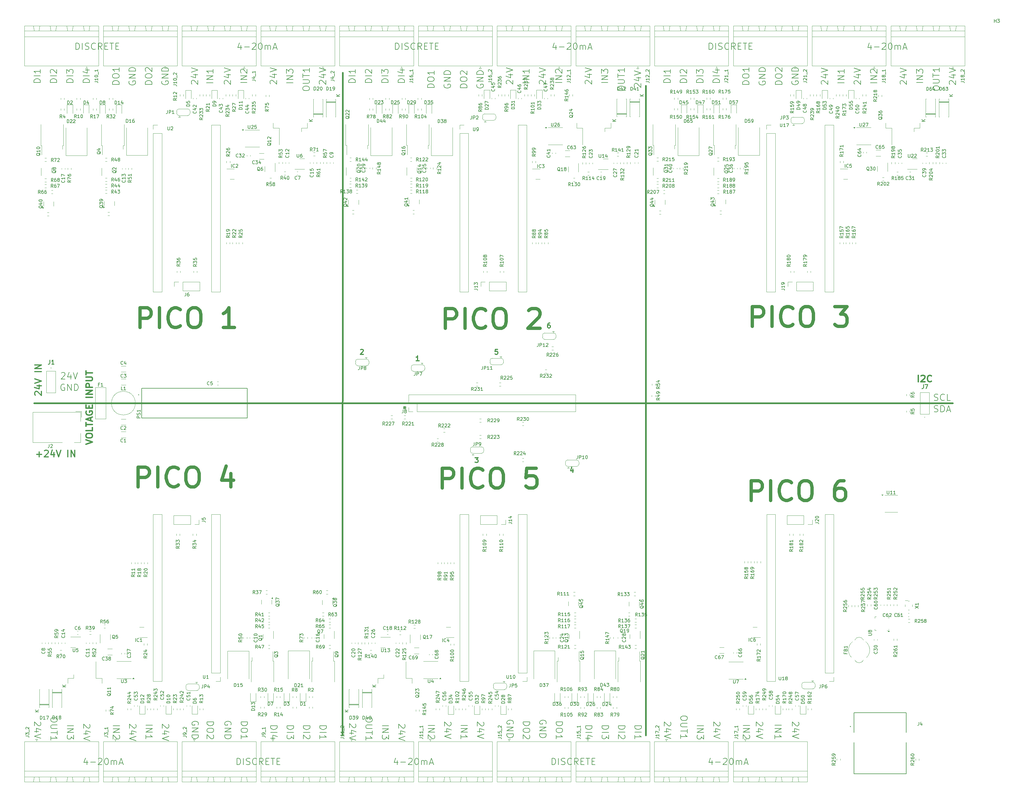
<source format=gbr>
%TF.GenerationSoftware,KiCad,Pcbnew,8.0.1*%
%TF.CreationDate,2024-04-17T10:04:04-05:00*%
%TF.ProjectId,Kristerj,4b726973-7465-4726-9a2e-6b696361645f,rev?*%
%TF.SameCoordinates,Original*%
%TF.FileFunction,Legend,Top*%
%TF.FilePolarity,Positive*%
%FSLAX46Y46*%
G04 Gerber Fmt 4.6, Leading zero omitted, Abs format (unit mm)*
G04 Created by KiCad (PCBNEW 8.0.1) date 2024-04-17 10:04:04*
%MOMM*%
%LPD*%
G01*
G04 APERTURE LIST*
%ADD10C,0.120000*%
%ADD11C,0.500000*%
%ADD12C,1.000000*%
%ADD13C,0.400000*%
%ADD14C,0.150000*%
%ADD15C,0.300000*%
%ADD16C,0.254000*%
%ADD17C,0.100000*%
%ADD18C,0.200000*%
%ADD19C,0.127000*%
G04 APERTURE END LIST*
D10*
X268910000Y-200980000D02*
X269190000Y-200980000D01*
D11*
X342460000Y-103000000D02*
X342460000Y-301000000D01*
D10*
X268745000Y-200970000D02*
X268910000Y-200980000D01*
X268540000Y-201225000D02*
X268540000Y-201145000D01*
X269185000Y-200660000D02*
X269275000Y-200660000D01*
X269275000Y-201225000D02*
X269270000Y-201415000D01*
X269015000Y-200755000D02*
X269000000Y-200870000D01*
X268745000Y-201225000D02*
X268540000Y-201225000D01*
X269185000Y-200660000D02*
X269185000Y-200870000D01*
X269112500Y-200897500D02*
X269120000Y-200890000D01*
X268745000Y-200660000D02*
X268745000Y-200970000D01*
X268540000Y-201415000D02*
X269270000Y-201415000D01*
X269000000Y-200870000D02*
X269112500Y-200897500D01*
X268745000Y-201225000D02*
X269275000Y-201225000D01*
X269105000Y-200820000D02*
X269040000Y-200840000D01*
X269015000Y-200660000D02*
X268910000Y-200660000D01*
X268910000Y-200660000D02*
X268745000Y-200660000D01*
X269190000Y-200980000D02*
X269185000Y-200870000D01*
X268910000Y-200660000D02*
X268910000Y-200885000D01*
X268830000Y-200920000D02*
X268745000Y-200920000D01*
X268540000Y-200660000D02*
X268540000Y-201200000D01*
X269185000Y-200870000D02*
X269000000Y-200870000D01*
X269275000Y-201115000D02*
X268820000Y-201110000D01*
X268540000Y-201225000D02*
X268540000Y-201415000D01*
X269272500Y-201320000D02*
X268595000Y-201320000D01*
X269275000Y-200975000D02*
X269190000Y-200980000D01*
X268540000Y-201145000D02*
X268650000Y-201140000D01*
X268650000Y-201140000D02*
X268645000Y-200745000D01*
D11*
X250060000Y-99000000D02*
X250000000Y-301000000D01*
D10*
X268645000Y-200745000D02*
X268540000Y-201225000D01*
X269275000Y-201005000D02*
X269275000Y-200660000D01*
X269015000Y-200660000D02*
X269185000Y-200660000D01*
D11*
X156000000Y-199720000D02*
X436000000Y-199720000D01*
D10*
X268745000Y-201005000D02*
X269275000Y-201005000D01*
X268745000Y-201005000D02*
X268745000Y-201225000D01*
X269140000Y-200755000D02*
X269015000Y-200755000D01*
X269120000Y-200890000D02*
X269105000Y-200820000D01*
X268745000Y-200920000D02*
X268745000Y-201005000D01*
X268745000Y-200660000D02*
X268540000Y-200660000D01*
X269015000Y-200755000D02*
X269015000Y-200660000D01*
X268827500Y-200660000D02*
X268830000Y-200920000D01*
X269105000Y-200820000D02*
X269140000Y-200755000D01*
X269275000Y-200660000D02*
X269275000Y-200975000D01*
X269140000Y-200755000D02*
X269120000Y-200890000D01*
X269040000Y-200840000D02*
X269112500Y-200897500D01*
X269275000Y-201225000D02*
X269275000Y-201005000D01*
X268910000Y-200885000D02*
X268910000Y-200980000D01*
D12*
X281349285Y-176878714D02*
X281349285Y-170878714D01*
X281349285Y-170878714D02*
X283634999Y-170878714D01*
X283634999Y-170878714D02*
X284206428Y-171164428D01*
X284206428Y-171164428D02*
X284492142Y-171450142D01*
X284492142Y-171450142D02*
X284777856Y-172021571D01*
X284777856Y-172021571D02*
X284777856Y-172878714D01*
X284777856Y-172878714D02*
X284492142Y-173450142D01*
X284492142Y-173450142D02*
X284206428Y-173735857D01*
X284206428Y-173735857D02*
X283634999Y-174021571D01*
X283634999Y-174021571D02*
X281349285Y-174021571D01*
X287349285Y-176878714D02*
X287349285Y-170878714D01*
X293634999Y-176307285D02*
X293349285Y-176593000D01*
X293349285Y-176593000D02*
X292492142Y-176878714D01*
X292492142Y-176878714D02*
X291920714Y-176878714D01*
X291920714Y-176878714D02*
X291063571Y-176593000D01*
X291063571Y-176593000D02*
X290492142Y-176021571D01*
X290492142Y-176021571D02*
X290206428Y-175450142D01*
X290206428Y-175450142D02*
X289920714Y-174307285D01*
X289920714Y-174307285D02*
X289920714Y-173450142D01*
X289920714Y-173450142D02*
X290206428Y-172307285D01*
X290206428Y-172307285D02*
X290492142Y-171735857D01*
X290492142Y-171735857D02*
X291063571Y-171164428D01*
X291063571Y-171164428D02*
X291920714Y-170878714D01*
X291920714Y-170878714D02*
X292492142Y-170878714D01*
X292492142Y-170878714D02*
X293349285Y-171164428D01*
X293349285Y-171164428D02*
X293634999Y-171450142D01*
X297349285Y-170878714D02*
X298492142Y-170878714D01*
X298492142Y-170878714D02*
X299063571Y-171164428D01*
X299063571Y-171164428D02*
X299634999Y-171735857D01*
X299634999Y-171735857D02*
X299920714Y-172878714D01*
X299920714Y-172878714D02*
X299920714Y-174878714D01*
X299920714Y-174878714D02*
X299634999Y-176021571D01*
X299634999Y-176021571D02*
X299063571Y-176593000D01*
X299063571Y-176593000D02*
X298492142Y-176878714D01*
X298492142Y-176878714D02*
X297349285Y-176878714D01*
X297349285Y-176878714D02*
X296777857Y-176593000D01*
X296777857Y-176593000D02*
X296206428Y-176021571D01*
X296206428Y-176021571D02*
X295920714Y-174878714D01*
X295920714Y-174878714D02*
X295920714Y-172878714D01*
X295920714Y-172878714D02*
X296206428Y-171735857D01*
X296206428Y-171735857D02*
X296777857Y-171164428D01*
X296777857Y-171164428D02*
X297349285Y-170878714D01*
X306777857Y-171450142D02*
X307063571Y-171164428D01*
X307063571Y-171164428D02*
X307635000Y-170878714D01*
X307635000Y-170878714D02*
X309063571Y-170878714D01*
X309063571Y-170878714D02*
X309635000Y-171164428D01*
X309635000Y-171164428D02*
X309920714Y-171450142D01*
X309920714Y-171450142D02*
X310206428Y-172021571D01*
X310206428Y-172021571D02*
X310206428Y-172593000D01*
X310206428Y-172593000D02*
X309920714Y-173450142D01*
X309920714Y-173450142D02*
X306492142Y-176878714D01*
X306492142Y-176878714D02*
X310206428Y-176878714D01*
X374934285Y-176288714D02*
X374934285Y-170288714D01*
X374934285Y-170288714D02*
X377219999Y-170288714D01*
X377219999Y-170288714D02*
X377791428Y-170574428D01*
X377791428Y-170574428D02*
X378077142Y-170860142D01*
X378077142Y-170860142D02*
X378362856Y-171431571D01*
X378362856Y-171431571D02*
X378362856Y-172288714D01*
X378362856Y-172288714D02*
X378077142Y-172860142D01*
X378077142Y-172860142D02*
X377791428Y-173145857D01*
X377791428Y-173145857D02*
X377219999Y-173431571D01*
X377219999Y-173431571D02*
X374934285Y-173431571D01*
X380934285Y-176288714D02*
X380934285Y-170288714D01*
X387219999Y-175717285D02*
X386934285Y-176003000D01*
X386934285Y-176003000D02*
X386077142Y-176288714D01*
X386077142Y-176288714D02*
X385505714Y-176288714D01*
X385505714Y-176288714D02*
X384648571Y-176003000D01*
X384648571Y-176003000D02*
X384077142Y-175431571D01*
X384077142Y-175431571D02*
X383791428Y-174860142D01*
X383791428Y-174860142D02*
X383505714Y-173717285D01*
X383505714Y-173717285D02*
X383505714Y-172860142D01*
X383505714Y-172860142D02*
X383791428Y-171717285D01*
X383791428Y-171717285D02*
X384077142Y-171145857D01*
X384077142Y-171145857D02*
X384648571Y-170574428D01*
X384648571Y-170574428D02*
X385505714Y-170288714D01*
X385505714Y-170288714D02*
X386077142Y-170288714D01*
X386077142Y-170288714D02*
X386934285Y-170574428D01*
X386934285Y-170574428D02*
X387219999Y-170860142D01*
X390934285Y-170288714D02*
X392077142Y-170288714D01*
X392077142Y-170288714D02*
X392648571Y-170574428D01*
X392648571Y-170574428D02*
X393219999Y-171145857D01*
X393219999Y-171145857D02*
X393505714Y-172288714D01*
X393505714Y-172288714D02*
X393505714Y-174288714D01*
X393505714Y-174288714D02*
X393219999Y-175431571D01*
X393219999Y-175431571D02*
X392648571Y-176003000D01*
X392648571Y-176003000D02*
X392077142Y-176288714D01*
X392077142Y-176288714D02*
X390934285Y-176288714D01*
X390934285Y-176288714D02*
X390362857Y-176003000D01*
X390362857Y-176003000D02*
X389791428Y-175431571D01*
X389791428Y-175431571D02*
X389505714Y-174288714D01*
X389505714Y-174288714D02*
X389505714Y-172288714D01*
X389505714Y-172288714D02*
X389791428Y-171145857D01*
X389791428Y-171145857D02*
X390362857Y-170574428D01*
X390362857Y-170574428D02*
X390934285Y-170288714D01*
X400077142Y-170288714D02*
X403791428Y-170288714D01*
X403791428Y-170288714D02*
X401791428Y-172574428D01*
X401791428Y-172574428D02*
X402648571Y-172574428D01*
X402648571Y-172574428D02*
X403220000Y-172860142D01*
X403220000Y-172860142D02*
X403505714Y-173145857D01*
X403505714Y-173145857D02*
X403791428Y-173717285D01*
X403791428Y-173717285D02*
X403791428Y-175145857D01*
X403791428Y-175145857D02*
X403505714Y-175717285D01*
X403505714Y-175717285D02*
X403220000Y-176003000D01*
X403220000Y-176003000D02*
X402648571Y-176288714D01*
X402648571Y-176288714D02*
X400934285Y-176288714D01*
X400934285Y-176288714D02*
X400362857Y-176003000D01*
X400362857Y-176003000D02*
X400077142Y-175717285D01*
X280449285Y-225543714D02*
X280449285Y-219543714D01*
X280449285Y-219543714D02*
X282734999Y-219543714D01*
X282734999Y-219543714D02*
X283306428Y-219829428D01*
X283306428Y-219829428D02*
X283592142Y-220115142D01*
X283592142Y-220115142D02*
X283877856Y-220686571D01*
X283877856Y-220686571D02*
X283877856Y-221543714D01*
X283877856Y-221543714D02*
X283592142Y-222115142D01*
X283592142Y-222115142D02*
X283306428Y-222400857D01*
X283306428Y-222400857D02*
X282734999Y-222686571D01*
X282734999Y-222686571D02*
X280449285Y-222686571D01*
X286449285Y-225543714D02*
X286449285Y-219543714D01*
X292734999Y-224972285D02*
X292449285Y-225258000D01*
X292449285Y-225258000D02*
X291592142Y-225543714D01*
X291592142Y-225543714D02*
X291020714Y-225543714D01*
X291020714Y-225543714D02*
X290163571Y-225258000D01*
X290163571Y-225258000D02*
X289592142Y-224686571D01*
X289592142Y-224686571D02*
X289306428Y-224115142D01*
X289306428Y-224115142D02*
X289020714Y-222972285D01*
X289020714Y-222972285D02*
X289020714Y-222115142D01*
X289020714Y-222115142D02*
X289306428Y-220972285D01*
X289306428Y-220972285D02*
X289592142Y-220400857D01*
X289592142Y-220400857D02*
X290163571Y-219829428D01*
X290163571Y-219829428D02*
X291020714Y-219543714D01*
X291020714Y-219543714D02*
X291592142Y-219543714D01*
X291592142Y-219543714D02*
X292449285Y-219829428D01*
X292449285Y-219829428D02*
X292734999Y-220115142D01*
X296449285Y-219543714D02*
X297592142Y-219543714D01*
X297592142Y-219543714D02*
X298163571Y-219829428D01*
X298163571Y-219829428D02*
X298734999Y-220400857D01*
X298734999Y-220400857D02*
X299020714Y-221543714D01*
X299020714Y-221543714D02*
X299020714Y-223543714D01*
X299020714Y-223543714D02*
X298734999Y-224686571D01*
X298734999Y-224686571D02*
X298163571Y-225258000D01*
X298163571Y-225258000D02*
X297592142Y-225543714D01*
X297592142Y-225543714D02*
X296449285Y-225543714D01*
X296449285Y-225543714D02*
X295877857Y-225258000D01*
X295877857Y-225258000D02*
X295306428Y-224686571D01*
X295306428Y-224686571D02*
X295020714Y-223543714D01*
X295020714Y-223543714D02*
X295020714Y-221543714D01*
X295020714Y-221543714D02*
X295306428Y-220400857D01*
X295306428Y-220400857D02*
X295877857Y-219829428D01*
X295877857Y-219829428D02*
X296449285Y-219543714D01*
X309020714Y-219543714D02*
X306163571Y-219543714D01*
X306163571Y-219543714D02*
X305877857Y-222400857D01*
X305877857Y-222400857D02*
X306163571Y-222115142D01*
X306163571Y-222115142D02*
X306735000Y-221829428D01*
X306735000Y-221829428D02*
X308163571Y-221829428D01*
X308163571Y-221829428D02*
X308735000Y-222115142D01*
X308735000Y-222115142D02*
X309020714Y-222400857D01*
X309020714Y-222400857D02*
X309306428Y-222972285D01*
X309306428Y-222972285D02*
X309306428Y-224400857D01*
X309306428Y-224400857D02*
X309020714Y-224972285D01*
X309020714Y-224972285D02*
X308735000Y-225258000D01*
X308735000Y-225258000D02*
X308163571Y-225543714D01*
X308163571Y-225543714D02*
X306735000Y-225543714D01*
X306735000Y-225543714D02*
X306163571Y-225258000D01*
X306163571Y-225258000D02*
X305877857Y-224972285D01*
X374524285Y-229358714D02*
X374524285Y-223358714D01*
X374524285Y-223358714D02*
X376809999Y-223358714D01*
X376809999Y-223358714D02*
X377381428Y-223644428D01*
X377381428Y-223644428D02*
X377667142Y-223930142D01*
X377667142Y-223930142D02*
X377952856Y-224501571D01*
X377952856Y-224501571D02*
X377952856Y-225358714D01*
X377952856Y-225358714D02*
X377667142Y-225930142D01*
X377667142Y-225930142D02*
X377381428Y-226215857D01*
X377381428Y-226215857D02*
X376809999Y-226501571D01*
X376809999Y-226501571D02*
X374524285Y-226501571D01*
X380524285Y-229358714D02*
X380524285Y-223358714D01*
X386809999Y-228787285D02*
X386524285Y-229073000D01*
X386524285Y-229073000D02*
X385667142Y-229358714D01*
X385667142Y-229358714D02*
X385095714Y-229358714D01*
X385095714Y-229358714D02*
X384238571Y-229073000D01*
X384238571Y-229073000D02*
X383667142Y-228501571D01*
X383667142Y-228501571D02*
X383381428Y-227930142D01*
X383381428Y-227930142D02*
X383095714Y-226787285D01*
X383095714Y-226787285D02*
X383095714Y-225930142D01*
X383095714Y-225930142D02*
X383381428Y-224787285D01*
X383381428Y-224787285D02*
X383667142Y-224215857D01*
X383667142Y-224215857D02*
X384238571Y-223644428D01*
X384238571Y-223644428D02*
X385095714Y-223358714D01*
X385095714Y-223358714D02*
X385667142Y-223358714D01*
X385667142Y-223358714D02*
X386524285Y-223644428D01*
X386524285Y-223644428D02*
X386809999Y-223930142D01*
X390524285Y-223358714D02*
X391667142Y-223358714D01*
X391667142Y-223358714D02*
X392238571Y-223644428D01*
X392238571Y-223644428D02*
X392809999Y-224215857D01*
X392809999Y-224215857D02*
X393095714Y-225358714D01*
X393095714Y-225358714D02*
X393095714Y-227358714D01*
X393095714Y-227358714D02*
X392809999Y-228501571D01*
X392809999Y-228501571D02*
X392238571Y-229073000D01*
X392238571Y-229073000D02*
X391667142Y-229358714D01*
X391667142Y-229358714D02*
X390524285Y-229358714D01*
X390524285Y-229358714D02*
X389952857Y-229073000D01*
X389952857Y-229073000D02*
X389381428Y-228501571D01*
X389381428Y-228501571D02*
X389095714Y-227358714D01*
X389095714Y-227358714D02*
X389095714Y-225358714D01*
X389095714Y-225358714D02*
X389381428Y-224215857D01*
X389381428Y-224215857D02*
X389952857Y-223644428D01*
X389952857Y-223644428D02*
X390524285Y-223358714D01*
X402810000Y-223358714D02*
X401667142Y-223358714D01*
X401667142Y-223358714D02*
X401095714Y-223644428D01*
X401095714Y-223644428D02*
X400810000Y-223930142D01*
X400810000Y-223930142D02*
X400238571Y-224787285D01*
X400238571Y-224787285D02*
X399952857Y-225930142D01*
X399952857Y-225930142D02*
X399952857Y-228215857D01*
X399952857Y-228215857D02*
X400238571Y-228787285D01*
X400238571Y-228787285D02*
X400524285Y-229073000D01*
X400524285Y-229073000D02*
X401095714Y-229358714D01*
X401095714Y-229358714D02*
X402238571Y-229358714D01*
X402238571Y-229358714D02*
X402810000Y-229073000D01*
X402810000Y-229073000D02*
X403095714Y-228787285D01*
X403095714Y-228787285D02*
X403381428Y-228215857D01*
X403381428Y-228215857D02*
X403381428Y-226787285D01*
X403381428Y-226787285D02*
X403095714Y-226215857D01*
X403095714Y-226215857D02*
X402810000Y-225930142D01*
X402810000Y-225930142D02*
X402238571Y-225644428D01*
X402238571Y-225644428D02*
X401095714Y-225644428D01*
X401095714Y-225644428D02*
X400524285Y-225930142D01*
X400524285Y-225930142D02*
X400238571Y-226215857D01*
X400238571Y-226215857D02*
X399952857Y-226787285D01*
D13*
X171759438Y-212152857D02*
X173759438Y-211486191D01*
X173759438Y-211486191D02*
X171759438Y-210819524D01*
X171759438Y-209771905D02*
X171759438Y-209390952D01*
X171759438Y-209390952D02*
X171854676Y-209200476D01*
X171854676Y-209200476D02*
X172045152Y-209010000D01*
X172045152Y-209010000D02*
X172426104Y-208914762D01*
X172426104Y-208914762D02*
X173092771Y-208914762D01*
X173092771Y-208914762D02*
X173473723Y-209010000D01*
X173473723Y-209010000D02*
X173664200Y-209200476D01*
X173664200Y-209200476D02*
X173759438Y-209390952D01*
X173759438Y-209390952D02*
X173759438Y-209771905D01*
X173759438Y-209771905D02*
X173664200Y-209962381D01*
X173664200Y-209962381D02*
X173473723Y-210152857D01*
X173473723Y-210152857D02*
X173092771Y-210248095D01*
X173092771Y-210248095D02*
X172426104Y-210248095D01*
X172426104Y-210248095D02*
X172045152Y-210152857D01*
X172045152Y-210152857D02*
X171854676Y-209962381D01*
X171854676Y-209962381D02*
X171759438Y-209771905D01*
X173759438Y-207105238D02*
X173759438Y-208057619D01*
X173759438Y-208057619D02*
X171759438Y-208057619D01*
X171759438Y-206724285D02*
X171759438Y-205581428D01*
X173759438Y-206152857D02*
X171759438Y-206152857D01*
X173188009Y-205009999D02*
X173188009Y-204057618D01*
X173759438Y-205200475D02*
X171759438Y-204533809D01*
X171759438Y-204533809D02*
X173759438Y-203867142D01*
X171854676Y-202152856D02*
X171759438Y-202343332D01*
X171759438Y-202343332D02*
X171759438Y-202629046D01*
X171759438Y-202629046D02*
X171854676Y-202914761D01*
X171854676Y-202914761D02*
X172045152Y-203105237D01*
X172045152Y-203105237D02*
X172235628Y-203200475D01*
X172235628Y-203200475D02*
X172616580Y-203295713D01*
X172616580Y-203295713D02*
X172902295Y-203295713D01*
X172902295Y-203295713D02*
X173283247Y-203200475D01*
X173283247Y-203200475D02*
X173473723Y-203105237D01*
X173473723Y-203105237D02*
X173664200Y-202914761D01*
X173664200Y-202914761D02*
X173759438Y-202629046D01*
X173759438Y-202629046D02*
X173759438Y-202438570D01*
X173759438Y-202438570D02*
X173664200Y-202152856D01*
X173664200Y-202152856D02*
X173568961Y-202057618D01*
X173568961Y-202057618D02*
X172902295Y-202057618D01*
X172902295Y-202057618D02*
X172902295Y-202438570D01*
X172711819Y-201200475D02*
X172711819Y-200533808D01*
X173759438Y-200248094D02*
X173759438Y-201200475D01*
X173759438Y-201200475D02*
X171759438Y-201200475D01*
X171759438Y-201200475D02*
X171759438Y-200248094D01*
X173759438Y-197867141D02*
X171759438Y-197867141D01*
X173759438Y-196914760D02*
X171759438Y-196914760D01*
X171759438Y-196914760D02*
X173759438Y-195771903D01*
X173759438Y-195771903D02*
X171759438Y-195771903D01*
X173759438Y-194819522D02*
X171759438Y-194819522D01*
X171759438Y-194819522D02*
X171759438Y-194057617D01*
X171759438Y-194057617D02*
X171854676Y-193867141D01*
X171854676Y-193867141D02*
X171949914Y-193771903D01*
X171949914Y-193771903D02*
X172140390Y-193676665D01*
X172140390Y-193676665D02*
X172426104Y-193676665D01*
X172426104Y-193676665D02*
X172616580Y-193771903D01*
X172616580Y-193771903D02*
X172711819Y-193867141D01*
X172711819Y-193867141D02*
X172807057Y-194057617D01*
X172807057Y-194057617D02*
X172807057Y-194819522D01*
X171759438Y-192819522D02*
X173378485Y-192819522D01*
X173378485Y-192819522D02*
X173568961Y-192724284D01*
X173568961Y-192724284D02*
X173664200Y-192629046D01*
X173664200Y-192629046D02*
X173759438Y-192438570D01*
X173759438Y-192438570D02*
X173759438Y-192057617D01*
X173759438Y-192057617D02*
X173664200Y-191867141D01*
X173664200Y-191867141D02*
X173568961Y-191771903D01*
X173568961Y-191771903D02*
X173378485Y-191676665D01*
X173378485Y-191676665D02*
X171759438Y-191676665D01*
X171759438Y-191009998D02*
X171759438Y-189867141D01*
X173759438Y-190438570D02*
X171759438Y-190438570D01*
D12*
X187714285Y-225193714D02*
X187714285Y-219193714D01*
X187714285Y-219193714D02*
X189999999Y-219193714D01*
X189999999Y-219193714D02*
X190571428Y-219479428D01*
X190571428Y-219479428D02*
X190857142Y-219765142D01*
X190857142Y-219765142D02*
X191142856Y-220336571D01*
X191142856Y-220336571D02*
X191142856Y-221193714D01*
X191142856Y-221193714D02*
X190857142Y-221765142D01*
X190857142Y-221765142D02*
X190571428Y-222050857D01*
X190571428Y-222050857D02*
X189999999Y-222336571D01*
X189999999Y-222336571D02*
X187714285Y-222336571D01*
X193714285Y-225193714D02*
X193714285Y-219193714D01*
X199999999Y-224622285D02*
X199714285Y-224908000D01*
X199714285Y-224908000D02*
X198857142Y-225193714D01*
X198857142Y-225193714D02*
X198285714Y-225193714D01*
X198285714Y-225193714D02*
X197428571Y-224908000D01*
X197428571Y-224908000D02*
X196857142Y-224336571D01*
X196857142Y-224336571D02*
X196571428Y-223765142D01*
X196571428Y-223765142D02*
X196285714Y-222622285D01*
X196285714Y-222622285D02*
X196285714Y-221765142D01*
X196285714Y-221765142D02*
X196571428Y-220622285D01*
X196571428Y-220622285D02*
X196857142Y-220050857D01*
X196857142Y-220050857D02*
X197428571Y-219479428D01*
X197428571Y-219479428D02*
X198285714Y-219193714D01*
X198285714Y-219193714D02*
X198857142Y-219193714D01*
X198857142Y-219193714D02*
X199714285Y-219479428D01*
X199714285Y-219479428D02*
X199999999Y-219765142D01*
X203714285Y-219193714D02*
X204857142Y-219193714D01*
X204857142Y-219193714D02*
X205428571Y-219479428D01*
X205428571Y-219479428D02*
X205999999Y-220050857D01*
X205999999Y-220050857D02*
X206285714Y-221193714D01*
X206285714Y-221193714D02*
X206285714Y-223193714D01*
X206285714Y-223193714D02*
X205999999Y-224336571D01*
X205999999Y-224336571D02*
X205428571Y-224908000D01*
X205428571Y-224908000D02*
X204857142Y-225193714D01*
X204857142Y-225193714D02*
X203714285Y-225193714D01*
X203714285Y-225193714D02*
X203142857Y-224908000D01*
X203142857Y-224908000D02*
X202571428Y-224336571D01*
X202571428Y-224336571D02*
X202285714Y-223193714D01*
X202285714Y-223193714D02*
X202285714Y-221193714D01*
X202285714Y-221193714D02*
X202571428Y-220050857D01*
X202571428Y-220050857D02*
X203142857Y-219479428D01*
X203142857Y-219479428D02*
X203714285Y-219193714D01*
X216000000Y-221193714D02*
X216000000Y-225193714D01*
X214571428Y-218908000D02*
X213142857Y-223193714D01*
X213142857Y-223193714D02*
X216857142Y-223193714D01*
D14*
X377892085Y-296944047D02*
X377987323Y-297039285D01*
X377987323Y-297039285D02*
X378082561Y-297229761D01*
X378082561Y-297229761D02*
X378082561Y-297705952D01*
X378082561Y-297705952D02*
X377987323Y-297896428D01*
X377987323Y-297896428D02*
X377892085Y-297991666D01*
X377892085Y-297991666D02*
X377701609Y-298086904D01*
X377701609Y-298086904D02*
X377511133Y-298086904D01*
X377511133Y-298086904D02*
X377225419Y-297991666D01*
X377225419Y-297991666D02*
X376082561Y-296848809D01*
X376082561Y-296848809D02*
X376082561Y-298086904D01*
X377415895Y-299801190D02*
X376082561Y-299801190D01*
X378177800Y-299324999D02*
X376749228Y-298848809D01*
X376749228Y-298848809D02*
X376749228Y-300086904D01*
X378082561Y-300563095D02*
X376082561Y-301229761D01*
X376082561Y-301229761D02*
X378082561Y-301896428D01*
X426907438Y-101994999D02*
X424907438Y-101994999D01*
X426907438Y-101042618D02*
X424907438Y-101042618D01*
X424907438Y-101042618D02*
X426907438Y-99899761D01*
X426907438Y-99899761D02*
X424907438Y-99899761D01*
X424907438Y-99137856D02*
X424907438Y-97899761D01*
X424907438Y-97899761D02*
X425669342Y-98566428D01*
X425669342Y-98566428D02*
X425669342Y-98280713D01*
X425669342Y-98280713D02*
X425764580Y-98090237D01*
X425764580Y-98090237D02*
X425859819Y-97994999D01*
X425859819Y-97994999D02*
X426050295Y-97899761D01*
X426050295Y-97899761D02*
X426526485Y-97899761D01*
X426526485Y-97899761D02*
X426716961Y-97994999D01*
X426716961Y-97994999D02*
X426812200Y-98090237D01*
X426812200Y-98090237D02*
X426907438Y-98280713D01*
X426907438Y-98280713D02*
X426907438Y-98852142D01*
X426907438Y-98852142D02*
X426812200Y-99042618D01*
X426812200Y-99042618D02*
X426716961Y-99137856D01*
X204107914Y-102430952D02*
X204012676Y-102335714D01*
X204012676Y-102335714D02*
X203917438Y-102145238D01*
X203917438Y-102145238D02*
X203917438Y-101669047D01*
X203917438Y-101669047D02*
X204012676Y-101478571D01*
X204012676Y-101478571D02*
X204107914Y-101383333D01*
X204107914Y-101383333D02*
X204298390Y-101288095D01*
X204298390Y-101288095D02*
X204488866Y-101288095D01*
X204488866Y-101288095D02*
X204774580Y-101383333D01*
X204774580Y-101383333D02*
X205917438Y-102526190D01*
X205917438Y-102526190D02*
X205917438Y-101288095D01*
X204584104Y-99573809D02*
X205917438Y-99573809D01*
X203822200Y-100050000D02*
X205250771Y-100526190D01*
X205250771Y-100526190D02*
X205250771Y-99288095D01*
X203917438Y-98811904D02*
X205917438Y-98145238D01*
X205917438Y-98145238D02*
X203917438Y-97478571D01*
X238092561Y-298047619D02*
X240092561Y-298047619D01*
X240092561Y-298047619D02*
X240092561Y-298523809D01*
X240092561Y-298523809D02*
X239997323Y-298809524D01*
X239997323Y-298809524D02*
X239806847Y-299000000D01*
X239806847Y-299000000D02*
X239616371Y-299095238D01*
X239616371Y-299095238D02*
X239235419Y-299190476D01*
X239235419Y-299190476D02*
X238949704Y-299190476D01*
X238949704Y-299190476D02*
X238568752Y-299095238D01*
X238568752Y-299095238D02*
X238378276Y-299000000D01*
X238378276Y-299000000D02*
X238187800Y-298809524D01*
X238187800Y-298809524D02*
X238092561Y-298523809D01*
X238092561Y-298523809D02*
X238092561Y-298047619D01*
X238092561Y-300047619D02*
X240092561Y-300047619D01*
X239902085Y-300904762D02*
X239997323Y-301000000D01*
X239997323Y-301000000D02*
X240092561Y-301190476D01*
X240092561Y-301190476D02*
X240092561Y-301666667D01*
X240092561Y-301666667D02*
X239997323Y-301857143D01*
X239997323Y-301857143D02*
X239902085Y-301952381D01*
X239902085Y-301952381D02*
X239711609Y-302047619D01*
X239711609Y-302047619D02*
X239521133Y-302047619D01*
X239521133Y-302047619D02*
X239235419Y-301952381D01*
X239235419Y-301952381D02*
X238092561Y-300809524D01*
X238092561Y-300809524D02*
X238092561Y-302047619D01*
X258917438Y-101952380D02*
X256917438Y-101952380D01*
X256917438Y-101952380D02*
X256917438Y-101476190D01*
X256917438Y-101476190D02*
X257012676Y-101190475D01*
X257012676Y-101190475D02*
X257203152Y-100999999D01*
X257203152Y-100999999D02*
X257393628Y-100904761D01*
X257393628Y-100904761D02*
X257774580Y-100809523D01*
X257774580Y-100809523D02*
X258060295Y-100809523D01*
X258060295Y-100809523D02*
X258441247Y-100904761D01*
X258441247Y-100904761D02*
X258631723Y-100999999D01*
X258631723Y-100999999D02*
X258822200Y-101190475D01*
X258822200Y-101190475D02*
X258917438Y-101476190D01*
X258917438Y-101476190D02*
X258917438Y-101952380D01*
X258917438Y-99952380D02*
X256917438Y-99952380D01*
X257107914Y-99095237D02*
X257012676Y-98999999D01*
X257012676Y-98999999D02*
X256917438Y-98809523D01*
X256917438Y-98809523D02*
X256917438Y-98333332D01*
X256917438Y-98333332D02*
X257012676Y-98142856D01*
X257012676Y-98142856D02*
X257107914Y-98047618D01*
X257107914Y-98047618D02*
X257298390Y-97952380D01*
X257298390Y-97952380D02*
X257488866Y-97952380D01*
X257488866Y-97952380D02*
X257774580Y-98047618D01*
X257774580Y-98047618D02*
X258917438Y-99190475D01*
X258917438Y-99190475D02*
X258917438Y-97952380D01*
X387012676Y-101523809D02*
X386917438Y-101714285D01*
X386917438Y-101714285D02*
X386917438Y-101999999D01*
X386917438Y-101999999D02*
X387012676Y-102285714D01*
X387012676Y-102285714D02*
X387203152Y-102476190D01*
X387203152Y-102476190D02*
X387393628Y-102571428D01*
X387393628Y-102571428D02*
X387774580Y-102666666D01*
X387774580Y-102666666D02*
X388060295Y-102666666D01*
X388060295Y-102666666D02*
X388441247Y-102571428D01*
X388441247Y-102571428D02*
X388631723Y-102476190D01*
X388631723Y-102476190D02*
X388822200Y-102285714D01*
X388822200Y-102285714D02*
X388917438Y-101999999D01*
X388917438Y-101999999D02*
X388917438Y-101809523D01*
X388917438Y-101809523D02*
X388822200Y-101523809D01*
X388822200Y-101523809D02*
X388726961Y-101428571D01*
X388726961Y-101428571D02*
X388060295Y-101428571D01*
X388060295Y-101428571D02*
X388060295Y-101809523D01*
X388917438Y-100571428D02*
X386917438Y-100571428D01*
X386917438Y-100571428D02*
X388917438Y-99428571D01*
X388917438Y-99428571D02*
X386917438Y-99428571D01*
X388917438Y-98476190D02*
X386917438Y-98476190D01*
X386917438Y-98476190D02*
X386917438Y-98000000D01*
X386917438Y-98000000D02*
X387012676Y-97714285D01*
X387012676Y-97714285D02*
X387203152Y-97523809D01*
X387203152Y-97523809D02*
X387393628Y-97428571D01*
X387393628Y-97428571D02*
X387774580Y-97333333D01*
X387774580Y-97333333D02*
X388060295Y-97333333D01*
X388060295Y-97333333D02*
X388441247Y-97428571D01*
X388441247Y-97428571D02*
X388631723Y-97523809D01*
X388631723Y-97523809D02*
X388822200Y-97714285D01*
X388822200Y-97714285D02*
X388917438Y-98000000D01*
X388917438Y-98000000D02*
X388917438Y-98476190D01*
X164314047Y-190552914D02*
X164409285Y-190457676D01*
X164409285Y-190457676D02*
X164599761Y-190362438D01*
X164599761Y-190362438D02*
X165075952Y-190362438D01*
X165075952Y-190362438D02*
X165266428Y-190457676D01*
X165266428Y-190457676D02*
X165361666Y-190552914D01*
X165361666Y-190552914D02*
X165456904Y-190743390D01*
X165456904Y-190743390D02*
X165456904Y-190933866D01*
X165456904Y-190933866D02*
X165361666Y-191219580D01*
X165361666Y-191219580D02*
X164218809Y-192362438D01*
X164218809Y-192362438D02*
X165456904Y-192362438D01*
X167171190Y-191029104D02*
X167171190Y-192362438D01*
X166694999Y-190267200D02*
X166218809Y-191695771D01*
X166218809Y-191695771D02*
X167456904Y-191695771D01*
X167933095Y-190362438D02*
X168599761Y-192362438D01*
X168599761Y-192362438D02*
X169266428Y-190362438D01*
X208722561Y-296866190D02*
X210722561Y-296866190D01*
X210722561Y-296866190D02*
X210722561Y-297342380D01*
X210722561Y-297342380D02*
X210627323Y-297628095D01*
X210627323Y-297628095D02*
X210436847Y-297818571D01*
X210436847Y-297818571D02*
X210246371Y-297913809D01*
X210246371Y-297913809D02*
X209865419Y-298009047D01*
X209865419Y-298009047D02*
X209579704Y-298009047D01*
X209579704Y-298009047D02*
X209198752Y-297913809D01*
X209198752Y-297913809D02*
X209008276Y-297818571D01*
X209008276Y-297818571D02*
X208817800Y-297628095D01*
X208817800Y-297628095D02*
X208722561Y-297342380D01*
X208722561Y-297342380D02*
X208722561Y-296866190D01*
X210722561Y-299247142D02*
X210722561Y-299628095D01*
X210722561Y-299628095D02*
X210627323Y-299818571D01*
X210627323Y-299818571D02*
X210436847Y-300009047D01*
X210436847Y-300009047D02*
X210055895Y-300104285D01*
X210055895Y-300104285D02*
X209389228Y-300104285D01*
X209389228Y-300104285D02*
X209008276Y-300009047D01*
X209008276Y-300009047D02*
X208817800Y-299818571D01*
X208817800Y-299818571D02*
X208722561Y-299628095D01*
X208722561Y-299628095D02*
X208722561Y-299247142D01*
X208722561Y-299247142D02*
X208817800Y-299056666D01*
X208817800Y-299056666D02*
X209008276Y-298866190D01*
X209008276Y-298866190D02*
X209389228Y-298770952D01*
X209389228Y-298770952D02*
X210055895Y-298770952D01*
X210055895Y-298770952D02*
X210436847Y-298866190D01*
X210436847Y-298866190D02*
X210627323Y-299056666D01*
X210627323Y-299056666D02*
X210722561Y-299247142D01*
X210532085Y-300866190D02*
X210627323Y-300961428D01*
X210627323Y-300961428D02*
X210722561Y-301151904D01*
X210722561Y-301151904D02*
X210722561Y-301628095D01*
X210722561Y-301628095D02*
X210627323Y-301818571D01*
X210627323Y-301818571D02*
X210532085Y-301913809D01*
X210532085Y-301913809D02*
X210341609Y-302009047D01*
X210341609Y-302009047D02*
X210151133Y-302009047D01*
X210151133Y-302009047D02*
X209865419Y-301913809D01*
X209865419Y-301913809D02*
X208722561Y-300770952D01*
X208722561Y-300770952D02*
X208722561Y-302009047D01*
X215987323Y-297816190D02*
X216082561Y-297625714D01*
X216082561Y-297625714D02*
X216082561Y-297340000D01*
X216082561Y-297340000D02*
X215987323Y-297054285D01*
X215987323Y-297054285D02*
X215796847Y-296863809D01*
X215796847Y-296863809D02*
X215606371Y-296768571D01*
X215606371Y-296768571D02*
X215225419Y-296673333D01*
X215225419Y-296673333D02*
X214939704Y-296673333D01*
X214939704Y-296673333D02*
X214558752Y-296768571D01*
X214558752Y-296768571D02*
X214368276Y-296863809D01*
X214368276Y-296863809D02*
X214177800Y-297054285D01*
X214177800Y-297054285D02*
X214082561Y-297340000D01*
X214082561Y-297340000D02*
X214082561Y-297530476D01*
X214082561Y-297530476D02*
X214177800Y-297816190D01*
X214177800Y-297816190D02*
X214273038Y-297911428D01*
X214273038Y-297911428D02*
X214939704Y-297911428D01*
X214939704Y-297911428D02*
X214939704Y-297530476D01*
X214082561Y-298768571D02*
X216082561Y-298768571D01*
X216082561Y-298768571D02*
X214082561Y-299911428D01*
X214082561Y-299911428D02*
X216082561Y-299911428D01*
X214082561Y-300863809D02*
X216082561Y-300863809D01*
X216082561Y-300863809D02*
X216082561Y-301339999D01*
X216082561Y-301339999D02*
X215987323Y-301625714D01*
X215987323Y-301625714D02*
X215796847Y-301816190D01*
X215796847Y-301816190D02*
X215606371Y-301911428D01*
X215606371Y-301911428D02*
X215225419Y-302006666D01*
X215225419Y-302006666D02*
X214939704Y-302006666D01*
X214939704Y-302006666D02*
X214558752Y-301911428D01*
X214558752Y-301911428D02*
X214368276Y-301816190D01*
X214368276Y-301816190D02*
X214177800Y-301625714D01*
X214177800Y-301625714D02*
X214082561Y-301339999D01*
X214082561Y-301339999D02*
X214082561Y-300863809D01*
X276097561Y-297925000D02*
X278097561Y-297925000D01*
X276097561Y-298877381D02*
X278097561Y-298877381D01*
X278097561Y-298877381D02*
X276097561Y-300020238D01*
X276097561Y-300020238D02*
X278097561Y-300020238D01*
X277907085Y-300877381D02*
X278002323Y-300972619D01*
X278002323Y-300972619D02*
X278097561Y-301163095D01*
X278097561Y-301163095D02*
X278097561Y-301639286D01*
X278097561Y-301639286D02*
X278002323Y-301829762D01*
X278002323Y-301829762D02*
X277907085Y-301925000D01*
X277907085Y-301925000D02*
X277716609Y-302020238D01*
X277716609Y-302020238D02*
X277526133Y-302020238D01*
X277526133Y-302020238D02*
X277240419Y-301925000D01*
X277240419Y-301925000D02*
X276097561Y-300782143D01*
X276097561Y-300782143D02*
X276097561Y-302020238D01*
X263912438Y-101942380D02*
X261912438Y-101942380D01*
X261912438Y-101942380D02*
X261912438Y-101466190D01*
X261912438Y-101466190D02*
X262007676Y-101180475D01*
X262007676Y-101180475D02*
X262198152Y-100989999D01*
X262198152Y-100989999D02*
X262388628Y-100894761D01*
X262388628Y-100894761D02*
X262769580Y-100799523D01*
X262769580Y-100799523D02*
X263055295Y-100799523D01*
X263055295Y-100799523D02*
X263436247Y-100894761D01*
X263436247Y-100894761D02*
X263626723Y-100989999D01*
X263626723Y-100989999D02*
X263817200Y-101180475D01*
X263817200Y-101180475D02*
X263912438Y-101466190D01*
X263912438Y-101466190D02*
X263912438Y-101942380D01*
X263912438Y-99942380D02*
X261912438Y-99942380D01*
X261912438Y-99180475D02*
X261912438Y-97942380D01*
X261912438Y-97942380D02*
X262674342Y-98609047D01*
X262674342Y-98609047D02*
X262674342Y-98323332D01*
X262674342Y-98323332D02*
X262769580Y-98132856D01*
X262769580Y-98132856D02*
X262864819Y-98037618D01*
X262864819Y-98037618D02*
X263055295Y-97942380D01*
X263055295Y-97942380D02*
X263531485Y-97942380D01*
X263531485Y-97942380D02*
X263721961Y-98037618D01*
X263721961Y-98037618D02*
X263817200Y-98132856D01*
X263817200Y-98132856D02*
X263912438Y-98323332D01*
X263912438Y-98323332D02*
X263912438Y-98894761D01*
X263912438Y-98894761D02*
X263817200Y-99085237D01*
X263817200Y-99085237D02*
X263721961Y-99180475D01*
X430329047Y-198822200D02*
X430614761Y-198917438D01*
X430614761Y-198917438D02*
X431090952Y-198917438D01*
X431090952Y-198917438D02*
X431281428Y-198822200D01*
X431281428Y-198822200D02*
X431376666Y-198726961D01*
X431376666Y-198726961D02*
X431471904Y-198536485D01*
X431471904Y-198536485D02*
X431471904Y-198346009D01*
X431471904Y-198346009D02*
X431376666Y-198155533D01*
X431376666Y-198155533D02*
X431281428Y-198060295D01*
X431281428Y-198060295D02*
X431090952Y-197965057D01*
X431090952Y-197965057D02*
X430709999Y-197869819D01*
X430709999Y-197869819D02*
X430519523Y-197774580D01*
X430519523Y-197774580D02*
X430424285Y-197679342D01*
X430424285Y-197679342D02*
X430329047Y-197488866D01*
X430329047Y-197488866D02*
X430329047Y-197298390D01*
X430329047Y-197298390D02*
X430424285Y-197107914D01*
X430424285Y-197107914D02*
X430519523Y-197012676D01*
X430519523Y-197012676D02*
X430709999Y-196917438D01*
X430709999Y-196917438D02*
X431186190Y-196917438D01*
X431186190Y-196917438D02*
X431471904Y-197012676D01*
X433471904Y-198726961D02*
X433376666Y-198822200D01*
X433376666Y-198822200D02*
X433090952Y-198917438D01*
X433090952Y-198917438D02*
X432900476Y-198917438D01*
X432900476Y-198917438D02*
X432614761Y-198822200D01*
X432614761Y-198822200D02*
X432424285Y-198631723D01*
X432424285Y-198631723D02*
X432329047Y-198441247D01*
X432329047Y-198441247D02*
X432233809Y-198060295D01*
X432233809Y-198060295D02*
X432233809Y-197774580D01*
X432233809Y-197774580D02*
X432329047Y-197393628D01*
X432329047Y-197393628D02*
X432424285Y-197203152D01*
X432424285Y-197203152D02*
X432614761Y-197012676D01*
X432614761Y-197012676D02*
X432900476Y-196917438D01*
X432900476Y-196917438D02*
X433090952Y-196917438D01*
X433090952Y-196917438D02*
X433376666Y-197012676D01*
X433376666Y-197012676D02*
X433471904Y-197107914D01*
X435281428Y-198917438D02*
X434329047Y-198917438D01*
X434329047Y-198917438D02*
X434329047Y-196917438D01*
X172157619Y-308584104D02*
X172157619Y-309917438D01*
X171681428Y-307822200D02*
X171205238Y-309250771D01*
X171205238Y-309250771D02*
X172443333Y-309250771D01*
X173205238Y-309155533D02*
X174729048Y-309155533D01*
X175586190Y-308107914D02*
X175681428Y-308012676D01*
X175681428Y-308012676D02*
X175871904Y-307917438D01*
X175871904Y-307917438D02*
X176348095Y-307917438D01*
X176348095Y-307917438D02*
X176538571Y-308012676D01*
X176538571Y-308012676D02*
X176633809Y-308107914D01*
X176633809Y-308107914D02*
X176729047Y-308298390D01*
X176729047Y-308298390D02*
X176729047Y-308488866D01*
X176729047Y-308488866D02*
X176633809Y-308774580D01*
X176633809Y-308774580D02*
X175490952Y-309917438D01*
X175490952Y-309917438D02*
X176729047Y-309917438D01*
X177967142Y-307917438D02*
X178157619Y-307917438D01*
X178157619Y-307917438D02*
X178348095Y-308012676D01*
X178348095Y-308012676D02*
X178443333Y-308107914D01*
X178443333Y-308107914D02*
X178538571Y-308298390D01*
X178538571Y-308298390D02*
X178633809Y-308679342D01*
X178633809Y-308679342D02*
X178633809Y-309155533D01*
X178633809Y-309155533D02*
X178538571Y-309536485D01*
X178538571Y-309536485D02*
X178443333Y-309726961D01*
X178443333Y-309726961D02*
X178348095Y-309822200D01*
X178348095Y-309822200D02*
X178157619Y-309917438D01*
X178157619Y-309917438D02*
X177967142Y-309917438D01*
X177967142Y-309917438D02*
X177776666Y-309822200D01*
X177776666Y-309822200D02*
X177681428Y-309726961D01*
X177681428Y-309726961D02*
X177586190Y-309536485D01*
X177586190Y-309536485D02*
X177490952Y-309155533D01*
X177490952Y-309155533D02*
X177490952Y-308679342D01*
X177490952Y-308679342D02*
X177586190Y-308298390D01*
X177586190Y-308298390D02*
X177681428Y-308107914D01*
X177681428Y-308107914D02*
X177776666Y-308012676D01*
X177776666Y-308012676D02*
X177967142Y-307917438D01*
X179490952Y-309917438D02*
X179490952Y-308584104D01*
X179490952Y-308774580D02*
X179586190Y-308679342D01*
X179586190Y-308679342D02*
X179776666Y-308584104D01*
X179776666Y-308584104D02*
X180062381Y-308584104D01*
X180062381Y-308584104D02*
X180252857Y-308679342D01*
X180252857Y-308679342D02*
X180348095Y-308869819D01*
X180348095Y-308869819D02*
X180348095Y-309917438D01*
X180348095Y-308869819D02*
X180443333Y-308679342D01*
X180443333Y-308679342D02*
X180633809Y-308584104D01*
X180633809Y-308584104D02*
X180919523Y-308584104D01*
X180919523Y-308584104D02*
X181110000Y-308679342D01*
X181110000Y-308679342D02*
X181205238Y-308869819D01*
X181205238Y-308869819D02*
X181205238Y-309917438D01*
X182062381Y-309346009D02*
X183014762Y-309346009D01*
X181871905Y-309917438D02*
X182538571Y-307917438D01*
X182538571Y-307917438D02*
X183205238Y-309917438D01*
X339107914Y-103380952D02*
X339012676Y-103285714D01*
X339012676Y-103285714D02*
X338917438Y-103095238D01*
X338917438Y-103095238D02*
X338917438Y-102619047D01*
X338917438Y-102619047D02*
X339012676Y-102428571D01*
X339012676Y-102428571D02*
X339107914Y-102333333D01*
X339107914Y-102333333D02*
X339298390Y-102238095D01*
X339298390Y-102238095D02*
X339488866Y-102238095D01*
X339488866Y-102238095D02*
X339774580Y-102333333D01*
X339774580Y-102333333D02*
X340917438Y-103476190D01*
X340917438Y-103476190D02*
X340917438Y-102238095D01*
X339584104Y-100523809D02*
X340917438Y-100523809D01*
X338822200Y-101000000D02*
X340250771Y-101476190D01*
X340250771Y-101476190D02*
X340250771Y-100238095D01*
X338917438Y-99761904D02*
X340917438Y-99095238D01*
X340917438Y-99095238D02*
X338917438Y-98428571D01*
D15*
X273340225Y-186800828D02*
X272483082Y-186800828D01*
X272911653Y-186800828D02*
X272911653Y-185300828D01*
X272911653Y-185300828D02*
X272768796Y-185515114D01*
X272768796Y-185515114D02*
X272625939Y-185657971D01*
X272625939Y-185657971D02*
X272483082Y-185729400D01*
D14*
X324082561Y-298032619D02*
X326082561Y-298032619D01*
X326082561Y-298032619D02*
X326082561Y-298508809D01*
X326082561Y-298508809D02*
X325987323Y-298794524D01*
X325987323Y-298794524D02*
X325796847Y-298985000D01*
X325796847Y-298985000D02*
X325606371Y-299080238D01*
X325606371Y-299080238D02*
X325225419Y-299175476D01*
X325225419Y-299175476D02*
X324939704Y-299175476D01*
X324939704Y-299175476D02*
X324558752Y-299080238D01*
X324558752Y-299080238D02*
X324368276Y-298985000D01*
X324368276Y-298985000D02*
X324177800Y-298794524D01*
X324177800Y-298794524D02*
X324082561Y-298508809D01*
X324082561Y-298508809D02*
X324082561Y-298032619D01*
X324082561Y-300032619D02*
X326082561Y-300032619D01*
X325415895Y-301842143D02*
X324082561Y-301842143D01*
X326177800Y-301365952D02*
X324749228Y-300889762D01*
X324749228Y-300889762D02*
X324749228Y-302127857D01*
X228082561Y-298047619D02*
X230082561Y-298047619D01*
X230082561Y-298047619D02*
X230082561Y-298523809D01*
X230082561Y-298523809D02*
X229987323Y-298809524D01*
X229987323Y-298809524D02*
X229796847Y-299000000D01*
X229796847Y-299000000D02*
X229606371Y-299095238D01*
X229606371Y-299095238D02*
X229225419Y-299190476D01*
X229225419Y-299190476D02*
X228939704Y-299190476D01*
X228939704Y-299190476D02*
X228558752Y-299095238D01*
X228558752Y-299095238D02*
X228368276Y-299000000D01*
X228368276Y-299000000D02*
X228177800Y-298809524D01*
X228177800Y-298809524D02*
X228082561Y-298523809D01*
X228082561Y-298523809D02*
X228082561Y-298047619D01*
X228082561Y-300047619D02*
X230082561Y-300047619D01*
X229415895Y-301857143D02*
X228082561Y-301857143D01*
X230177800Y-301380952D02*
X228749228Y-300904762D01*
X228749228Y-300904762D02*
X228749228Y-302142857D01*
X355087561Y-295552618D02*
X355087561Y-295933571D01*
X355087561Y-295933571D02*
X354992323Y-296124047D01*
X354992323Y-296124047D02*
X354801847Y-296314523D01*
X354801847Y-296314523D02*
X354420895Y-296409761D01*
X354420895Y-296409761D02*
X353754228Y-296409761D01*
X353754228Y-296409761D02*
X353373276Y-296314523D01*
X353373276Y-296314523D02*
X353182800Y-296124047D01*
X353182800Y-296124047D02*
X353087561Y-295933571D01*
X353087561Y-295933571D02*
X353087561Y-295552618D01*
X353087561Y-295552618D02*
X353182800Y-295362142D01*
X353182800Y-295362142D02*
X353373276Y-295171666D01*
X353373276Y-295171666D02*
X353754228Y-295076428D01*
X353754228Y-295076428D02*
X354420895Y-295076428D01*
X354420895Y-295076428D02*
X354801847Y-295171666D01*
X354801847Y-295171666D02*
X354992323Y-295362142D01*
X354992323Y-295362142D02*
X355087561Y-295552618D01*
X355087561Y-297266904D02*
X353468514Y-297266904D01*
X353468514Y-297266904D02*
X353278038Y-297362142D01*
X353278038Y-297362142D02*
X353182800Y-297457380D01*
X353182800Y-297457380D02*
X353087561Y-297647856D01*
X353087561Y-297647856D02*
X353087561Y-298028809D01*
X353087561Y-298028809D02*
X353182800Y-298219285D01*
X353182800Y-298219285D02*
X353278038Y-298314523D01*
X353278038Y-298314523D02*
X353468514Y-298409761D01*
X353468514Y-298409761D02*
X355087561Y-298409761D01*
X355087561Y-299076428D02*
X355087561Y-300219285D01*
X353087561Y-299647856D02*
X355087561Y-299647856D01*
X353087561Y-301933571D02*
X353087561Y-300790714D01*
X353087561Y-301362142D02*
X355087561Y-301362142D01*
X355087561Y-301362142D02*
X354801847Y-301171666D01*
X354801847Y-301171666D02*
X354611371Y-300981190D01*
X354611371Y-300981190D02*
X354516133Y-300790714D01*
X406107914Y-102475952D02*
X406012676Y-102380714D01*
X406012676Y-102380714D02*
X405917438Y-102190238D01*
X405917438Y-102190238D02*
X405917438Y-101714047D01*
X405917438Y-101714047D02*
X406012676Y-101523571D01*
X406012676Y-101523571D02*
X406107914Y-101428333D01*
X406107914Y-101428333D02*
X406298390Y-101333095D01*
X406298390Y-101333095D02*
X406488866Y-101333095D01*
X406488866Y-101333095D02*
X406774580Y-101428333D01*
X406774580Y-101428333D02*
X407917438Y-102571190D01*
X407917438Y-102571190D02*
X407917438Y-101333095D01*
X406584104Y-99618809D02*
X407917438Y-99618809D01*
X405822200Y-100095000D02*
X407250771Y-100571190D01*
X407250771Y-100571190D02*
X407250771Y-99333095D01*
X405917438Y-98856904D02*
X407917438Y-98190238D01*
X407917438Y-98190238D02*
X405917438Y-97523571D01*
D12*
X188254285Y-176658714D02*
X188254285Y-170658714D01*
X188254285Y-170658714D02*
X190539999Y-170658714D01*
X190539999Y-170658714D02*
X191111428Y-170944428D01*
X191111428Y-170944428D02*
X191397142Y-171230142D01*
X191397142Y-171230142D02*
X191682856Y-171801571D01*
X191682856Y-171801571D02*
X191682856Y-172658714D01*
X191682856Y-172658714D02*
X191397142Y-173230142D01*
X191397142Y-173230142D02*
X191111428Y-173515857D01*
X191111428Y-173515857D02*
X190539999Y-173801571D01*
X190539999Y-173801571D02*
X188254285Y-173801571D01*
X194254285Y-176658714D02*
X194254285Y-170658714D01*
X200539999Y-176087285D02*
X200254285Y-176373000D01*
X200254285Y-176373000D02*
X199397142Y-176658714D01*
X199397142Y-176658714D02*
X198825714Y-176658714D01*
X198825714Y-176658714D02*
X197968571Y-176373000D01*
X197968571Y-176373000D02*
X197397142Y-175801571D01*
X197397142Y-175801571D02*
X197111428Y-175230142D01*
X197111428Y-175230142D02*
X196825714Y-174087285D01*
X196825714Y-174087285D02*
X196825714Y-173230142D01*
X196825714Y-173230142D02*
X197111428Y-172087285D01*
X197111428Y-172087285D02*
X197397142Y-171515857D01*
X197397142Y-171515857D02*
X197968571Y-170944428D01*
X197968571Y-170944428D02*
X198825714Y-170658714D01*
X198825714Y-170658714D02*
X199397142Y-170658714D01*
X199397142Y-170658714D02*
X200254285Y-170944428D01*
X200254285Y-170944428D02*
X200539999Y-171230142D01*
X204254285Y-170658714D02*
X205397142Y-170658714D01*
X205397142Y-170658714D02*
X205968571Y-170944428D01*
X205968571Y-170944428D02*
X206539999Y-171515857D01*
X206539999Y-171515857D02*
X206825714Y-172658714D01*
X206825714Y-172658714D02*
X206825714Y-174658714D01*
X206825714Y-174658714D02*
X206539999Y-175801571D01*
X206539999Y-175801571D02*
X205968571Y-176373000D01*
X205968571Y-176373000D02*
X205397142Y-176658714D01*
X205397142Y-176658714D02*
X204254285Y-176658714D01*
X204254285Y-176658714D02*
X203682857Y-176373000D01*
X203682857Y-176373000D02*
X203111428Y-175801571D01*
X203111428Y-175801571D02*
X202825714Y-174658714D01*
X202825714Y-174658714D02*
X202825714Y-172658714D01*
X202825714Y-172658714D02*
X203111428Y-171515857D01*
X203111428Y-171515857D02*
X203682857Y-170944428D01*
X203682857Y-170944428D02*
X204254285Y-170658714D01*
X217111428Y-176658714D02*
X213682857Y-176658714D01*
X215397142Y-176658714D02*
X215397142Y-170658714D01*
X215397142Y-170658714D02*
X214825714Y-171515857D01*
X214825714Y-171515857D02*
X214254285Y-172087285D01*
X214254285Y-172087285D02*
X213682857Y-172373000D01*
D14*
X268907438Y-101942380D02*
X266907438Y-101942380D01*
X266907438Y-101942380D02*
X266907438Y-101466190D01*
X266907438Y-101466190D02*
X267002676Y-101180475D01*
X267002676Y-101180475D02*
X267193152Y-100989999D01*
X267193152Y-100989999D02*
X267383628Y-100894761D01*
X267383628Y-100894761D02*
X267764580Y-100799523D01*
X267764580Y-100799523D02*
X268050295Y-100799523D01*
X268050295Y-100799523D02*
X268431247Y-100894761D01*
X268431247Y-100894761D02*
X268621723Y-100989999D01*
X268621723Y-100989999D02*
X268812200Y-101180475D01*
X268812200Y-101180475D02*
X268907438Y-101466190D01*
X268907438Y-101466190D02*
X268907438Y-101942380D01*
X268907438Y-99942380D02*
X266907438Y-99942380D01*
X267574104Y-98132856D02*
X268907438Y-98132856D01*
X266812200Y-98609047D02*
X268240771Y-99085237D01*
X268240771Y-99085237D02*
X268240771Y-97847142D01*
X310107914Y-102410952D02*
X310012676Y-102315714D01*
X310012676Y-102315714D02*
X309917438Y-102125238D01*
X309917438Y-102125238D02*
X309917438Y-101649047D01*
X309917438Y-101649047D02*
X310012676Y-101458571D01*
X310012676Y-101458571D02*
X310107914Y-101363333D01*
X310107914Y-101363333D02*
X310298390Y-101268095D01*
X310298390Y-101268095D02*
X310488866Y-101268095D01*
X310488866Y-101268095D02*
X310774580Y-101363333D01*
X310774580Y-101363333D02*
X311917438Y-102506190D01*
X311917438Y-102506190D02*
X311917438Y-101268095D01*
X310584104Y-99553809D02*
X311917438Y-99553809D01*
X309822200Y-100030000D02*
X311250771Y-100506190D01*
X311250771Y-100506190D02*
X311250771Y-99268095D01*
X309917438Y-98791904D02*
X311917438Y-98125238D01*
X311917438Y-98125238D02*
X309917438Y-97458571D01*
X214107914Y-102435952D02*
X214012676Y-102340714D01*
X214012676Y-102340714D02*
X213917438Y-102150238D01*
X213917438Y-102150238D02*
X213917438Y-101674047D01*
X213917438Y-101674047D02*
X214012676Y-101483571D01*
X214012676Y-101483571D02*
X214107914Y-101388333D01*
X214107914Y-101388333D02*
X214298390Y-101293095D01*
X214298390Y-101293095D02*
X214488866Y-101293095D01*
X214488866Y-101293095D02*
X214774580Y-101388333D01*
X214774580Y-101388333D02*
X215917438Y-102531190D01*
X215917438Y-102531190D02*
X215917438Y-101293095D01*
X214584104Y-99578809D02*
X215917438Y-99578809D01*
X213822200Y-100055000D02*
X215250771Y-100531190D01*
X215250771Y-100531190D02*
X215250771Y-99293095D01*
X213917438Y-98816904D02*
X215917438Y-98150238D01*
X215917438Y-98150238D02*
X213917438Y-97483571D01*
X266697619Y-308584104D02*
X266697619Y-309917438D01*
X266221428Y-307822200D02*
X265745238Y-309250771D01*
X265745238Y-309250771D02*
X266983333Y-309250771D01*
X267745238Y-309155533D02*
X269269048Y-309155533D01*
X270126190Y-308107914D02*
X270221428Y-308012676D01*
X270221428Y-308012676D02*
X270411904Y-307917438D01*
X270411904Y-307917438D02*
X270888095Y-307917438D01*
X270888095Y-307917438D02*
X271078571Y-308012676D01*
X271078571Y-308012676D02*
X271173809Y-308107914D01*
X271173809Y-308107914D02*
X271269047Y-308298390D01*
X271269047Y-308298390D02*
X271269047Y-308488866D01*
X271269047Y-308488866D02*
X271173809Y-308774580D01*
X271173809Y-308774580D02*
X270030952Y-309917438D01*
X270030952Y-309917438D02*
X271269047Y-309917438D01*
X272507142Y-307917438D02*
X272697619Y-307917438D01*
X272697619Y-307917438D02*
X272888095Y-308012676D01*
X272888095Y-308012676D02*
X272983333Y-308107914D01*
X272983333Y-308107914D02*
X273078571Y-308298390D01*
X273078571Y-308298390D02*
X273173809Y-308679342D01*
X273173809Y-308679342D02*
X273173809Y-309155533D01*
X273173809Y-309155533D02*
X273078571Y-309536485D01*
X273078571Y-309536485D02*
X272983333Y-309726961D01*
X272983333Y-309726961D02*
X272888095Y-309822200D01*
X272888095Y-309822200D02*
X272697619Y-309917438D01*
X272697619Y-309917438D02*
X272507142Y-309917438D01*
X272507142Y-309917438D02*
X272316666Y-309822200D01*
X272316666Y-309822200D02*
X272221428Y-309726961D01*
X272221428Y-309726961D02*
X272126190Y-309536485D01*
X272126190Y-309536485D02*
X272030952Y-309155533D01*
X272030952Y-309155533D02*
X272030952Y-308679342D01*
X272030952Y-308679342D02*
X272126190Y-308298390D01*
X272126190Y-308298390D02*
X272221428Y-308107914D01*
X272221428Y-308107914D02*
X272316666Y-308012676D01*
X272316666Y-308012676D02*
X272507142Y-307917438D01*
X274030952Y-309917438D02*
X274030952Y-308584104D01*
X274030952Y-308774580D02*
X274126190Y-308679342D01*
X274126190Y-308679342D02*
X274316666Y-308584104D01*
X274316666Y-308584104D02*
X274602381Y-308584104D01*
X274602381Y-308584104D02*
X274792857Y-308679342D01*
X274792857Y-308679342D02*
X274888095Y-308869819D01*
X274888095Y-308869819D02*
X274888095Y-309917438D01*
X274888095Y-308869819D02*
X274983333Y-308679342D01*
X274983333Y-308679342D02*
X275173809Y-308584104D01*
X275173809Y-308584104D02*
X275459523Y-308584104D01*
X275459523Y-308584104D02*
X275650000Y-308679342D01*
X275650000Y-308679342D02*
X275745238Y-308869819D01*
X275745238Y-308869819D02*
X275745238Y-309917438D01*
X276602381Y-309346009D02*
X277554762Y-309346009D01*
X276411905Y-309917438D02*
X277078571Y-307917438D01*
X277078571Y-307917438D02*
X277745238Y-309917438D01*
X301987323Y-297476190D02*
X302082561Y-297285714D01*
X302082561Y-297285714D02*
X302082561Y-297000000D01*
X302082561Y-297000000D02*
X301987323Y-296714285D01*
X301987323Y-296714285D02*
X301796847Y-296523809D01*
X301796847Y-296523809D02*
X301606371Y-296428571D01*
X301606371Y-296428571D02*
X301225419Y-296333333D01*
X301225419Y-296333333D02*
X300939704Y-296333333D01*
X300939704Y-296333333D02*
X300558752Y-296428571D01*
X300558752Y-296428571D02*
X300368276Y-296523809D01*
X300368276Y-296523809D02*
X300177800Y-296714285D01*
X300177800Y-296714285D02*
X300082561Y-297000000D01*
X300082561Y-297000000D02*
X300082561Y-297190476D01*
X300082561Y-297190476D02*
X300177800Y-297476190D01*
X300177800Y-297476190D02*
X300273038Y-297571428D01*
X300273038Y-297571428D02*
X300939704Y-297571428D01*
X300939704Y-297571428D02*
X300939704Y-297190476D01*
X300082561Y-298428571D02*
X302082561Y-298428571D01*
X302082561Y-298428571D02*
X300082561Y-299571428D01*
X300082561Y-299571428D02*
X302082561Y-299571428D01*
X300082561Y-300523809D02*
X302082561Y-300523809D01*
X302082561Y-300523809D02*
X302082561Y-300999999D01*
X302082561Y-300999999D02*
X301987323Y-301285714D01*
X301987323Y-301285714D02*
X301796847Y-301476190D01*
X301796847Y-301476190D02*
X301606371Y-301571428D01*
X301606371Y-301571428D02*
X301225419Y-301666666D01*
X301225419Y-301666666D02*
X300939704Y-301666666D01*
X300939704Y-301666666D02*
X300558752Y-301571428D01*
X300558752Y-301571428D02*
X300368276Y-301476190D01*
X300368276Y-301476190D02*
X300177800Y-301285714D01*
X300177800Y-301285714D02*
X300082561Y-300999999D01*
X300082561Y-300999999D02*
X300082561Y-300523809D01*
X334082561Y-298022619D02*
X336082561Y-298022619D01*
X336082561Y-298022619D02*
X336082561Y-298498809D01*
X336082561Y-298498809D02*
X335987323Y-298784524D01*
X335987323Y-298784524D02*
X335796847Y-298975000D01*
X335796847Y-298975000D02*
X335606371Y-299070238D01*
X335606371Y-299070238D02*
X335225419Y-299165476D01*
X335225419Y-299165476D02*
X334939704Y-299165476D01*
X334939704Y-299165476D02*
X334558752Y-299070238D01*
X334558752Y-299070238D02*
X334368276Y-298975000D01*
X334368276Y-298975000D02*
X334177800Y-298784524D01*
X334177800Y-298784524D02*
X334082561Y-298498809D01*
X334082561Y-298498809D02*
X334082561Y-298022619D01*
X334082561Y-300022619D02*
X336082561Y-300022619D01*
X335892085Y-300879762D02*
X335987323Y-300975000D01*
X335987323Y-300975000D02*
X336082561Y-301165476D01*
X336082561Y-301165476D02*
X336082561Y-301641667D01*
X336082561Y-301641667D02*
X335987323Y-301832143D01*
X335987323Y-301832143D02*
X335892085Y-301927381D01*
X335892085Y-301927381D02*
X335701609Y-302022619D01*
X335701609Y-302022619D02*
X335511133Y-302022619D01*
X335511133Y-302022619D02*
X335225419Y-301927381D01*
X335225419Y-301927381D02*
X334082561Y-300784524D01*
X334082561Y-300784524D02*
X334082561Y-302022619D01*
X166082561Y-298000000D02*
X168082561Y-298000000D01*
X166082561Y-298952381D02*
X168082561Y-298952381D01*
X168082561Y-298952381D02*
X166082561Y-300095238D01*
X166082561Y-300095238D02*
X168082561Y-300095238D01*
X168082561Y-300857143D02*
X168082561Y-302095238D01*
X168082561Y-302095238D02*
X167320657Y-301428571D01*
X167320657Y-301428571D02*
X167320657Y-301714286D01*
X167320657Y-301714286D02*
X167225419Y-301904762D01*
X167225419Y-301904762D02*
X167130180Y-302000000D01*
X167130180Y-302000000D02*
X166939704Y-302095238D01*
X166939704Y-302095238D02*
X166463514Y-302095238D01*
X166463514Y-302095238D02*
X166273038Y-302000000D01*
X166273038Y-302000000D02*
X166177800Y-301904762D01*
X166177800Y-301904762D02*
X166082561Y-301714286D01*
X166082561Y-301714286D02*
X166082561Y-301142857D01*
X166082561Y-301142857D02*
X166177800Y-300952381D01*
X166177800Y-300952381D02*
X166273038Y-300857143D01*
X157892085Y-296939047D02*
X157987323Y-297034285D01*
X157987323Y-297034285D02*
X158082561Y-297224761D01*
X158082561Y-297224761D02*
X158082561Y-297700952D01*
X158082561Y-297700952D02*
X157987323Y-297891428D01*
X157987323Y-297891428D02*
X157892085Y-297986666D01*
X157892085Y-297986666D02*
X157701609Y-298081904D01*
X157701609Y-298081904D02*
X157511133Y-298081904D01*
X157511133Y-298081904D02*
X157225419Y-297986666D01*
X157225419Y-297986666D02*
X156082561Y-296843809D01*
X156082561Y-296843809D02*
X156082561Y-298081904D01*
X157415895Y-299796190D02*
X156082561Y-299796190D01*
X158177800Y-299319999D02*
X156749228Y-298843809D01*
X156749228Y-298843809D02*
X156749228Y-300081904D01*
X158082561Y-300558095D02*
X156082561Y-301224761D01*
X156082561Y-301224761D02*
X158082561Y-301891428D01*
X291012676Y-102523809D02*
X290917438Y-102714285D01*
X290917438Y-102714285D02*
X290917438Y-102999999D01*
X290917438Y-102999999D02*
X291012676Y-103285714D01*
X291012676Y-103285714D02*
X291203152Y-103476190D01*
X291203152Y-103476190D02*
X291393628Y-103571428D01*
X291393628Y-103571428D02*
X291774580Y-103666666D01*
X291774580Y-103666666D02*
X292060295Y-103666666D01*
X292060295Y-103666666D02*
X292441247Y-103571428D01*
X292441247Y-103571428D02*
X292631723Y-103476190D01*
X292631723Y-103476190D02*
X292822200Y-103285714D01*
X292822200Y-103285714D02*
X292917438Y-102999999D01*
X292917438Y-102999999D02*
X292917438Y-102809523D01*
X292917438Y-102809523D02*
X292822200Y-102523809D01*
X292822200Y-102523809D02*
X292726961Y-102428571D01*
X292726961Y-102428571D02*
X292060295Y-102428571D01*
X292060295Y-102428571D02*
X292060295Y-102809523D01*
X292917438Y-101571428D02*
X290917438Y-101571428D01*
X290917438Y-101571428D02*
X292917438Y-100428571D01*
X292917438Y-100428571D02*
X290917438Y-100428571D01*
X292917438Y-99476190D02*
X290917438Y-99476190D01*
X290917438Y-99476190D02*
X290917438Y-99000000D01*
X290917438Y-99000000D02*
X291012676Y-98714285D01*
X291012676Y-98714285D02*
X291203152Y-98523809D01*
X291203152Y-98523809D02*
X291393628Y-98428571D01*
X291393628Y-98428571D02*
X291774580Y-98333333D01*
X291774580Y-98333333D02*
X292060295Y-98333333D01*
X292060295Y-98333333D02*
X292441247Y-98428571D01*
X292441247Y-98428571D02*
X292631723Y-98523809D01*
X292631723Y-98523809D02*
X292822200Y-98714285D01*
X292822200Y-98714285D02*
X292917438Y-99000000D01*
X292917438Y-99000000D02*
X292917438Y-99476190D01*
D13*
X425447619Y-193159438D02*
X425447619Y-191159438D01*
X426304762Y-191349914D02*
X426400000Y-191254676D01*
X426400000Y-191254676D02*
X426590476Y-191159438D01*
X426590476Y-191159438D02*
X427066667Y-191159438D01*
X427066667Y-191159438D02*
X427257143Y-191254676D01*
X427257143Y-191254676D02*
X427352381Y-191349914D01*
X427352381Y-191349914D02*
X427447619Y-191540390D01*
X427447619Y-191540390D02*
X427447619Y-191730866D01*
X427447619Y-191730866D02*
X427352381Y-192016580D01*
X427352381Y-192016580D02*
X426209524Y-193159438D01*
X426209524Y-193159438D02*
X427447619Y-193159438D01*
X429447619Y-192968961D02*
X429352381Y-193064200D01*
X429352381Y-193064200D02*
X429066667Y-193159438D01*
X429066667Y-193159438D02*
X428876191Y-193159438D01*
X428876191Y-193159438D02*
X428590476Y-193064200D01*
X428590476Y-193064200D02*
X428400000Y-192873723D01*
X428400000Y-192873723D02*
X428304762Y-192683247D01*
X428304762Y-192683247D02*
X428209524Y-192302295D01*
X428209524Y-192302295D02*
X428209524Y-192016580D01*
X428209524Y-192016580D02*
X428304762Y-191635628D01*
X428304762Y-191635628D02*
X428400000Y-191445152D01*
X428400000Y-191445152D02*
X428590476Y-191254676D01*
X428590476Y-191254676D02*
X428876191Y-191159438D01*
X428876191Y-191159438D02*
X429066667Y-191159438D01*
X429066667Y-191159438D02*
X429352381Y-191254676D01*
X429352381Y-191254676D02*
X429447619Y-191349914D01*
D14*
X430341428Y-202307200D02*
X430627142Y-202402438D01*
X430627142Y-202402438D02*
X431103333Y-202402438D01*
X431103333Y-202402438D02*
X431293809Y-202307200D01*
X431293809Y-202307200D02*
X431389047Y-202211961D01*
X431389047Y-202211961D02*
X431484285Y-202021485D01*
X431484285Y-202021485D02*
X431484285Y-201831009D01*
X431484285Y-201831009D02*
X431389047Y-201640533D01*
X431389047Y-201640533D02*
X431293809Y-201545295D01*
X431293809Y-201545295D02*
X431103333Y-201450057D01*
X431103333Y-201450057D02*
X430722380Y-201354819D01*
X430722380Y-201354819D02*
X430531904Y-201259580D01*
X430531904Y-201259580D02*
X430436666Y-201164342D01*
X430436666Y-201164342D02*
X430341428Y-200973866D01*
X430341428Y-200973866D02*
X430341428Y-200783390D01*
X430341428Y-200783390D02*
X430436666Y-200592914D01*
X430436666Y-200592914D02*
X430531904Y-200497676D01*
X430531904Y-200497676D02*
X430722380Y-200402438D01*
X430722380Y-200402438D02*
X431198571Y-200402438D01*
X431198571Y-200402438D02*
X431484285Y-200497676D01*
X432341428Y-202402438D02*
X432341428Y-200402438D01*
X432341428Y-200402438D02*
X432817618Y-200402438D01*
X432817618Y-200402438D02*
X433103333Y-200497676D01*
X433103333Y-200497676D02*
X433293809Y-200688152D01*
X433293809Y-200688152D02*
X433389047Y-200878628D01*
X433389047Y-200878628D02*
X433484285Y-201259580D01*
X433484285Y-201259580D02*
X433484285Y-201545295D01*
X433484285Y-201545295D02*
X433389047Y-201926247D01*
X433389047Y-201926247D02*
X433293809Y-202116723D01*
X433293809Y-202116723D02*
X433103333Y-202307200D01*
X433103333Y-202307200D02*
X432817618Y-202402438D01*
X432817618Y-202402438D02*
X432341428Y-202402438D01*
X434246190Y-201831009D02*
X435198571Y-201831009D01*
X434055714Y-202402438D02*
X434722380Y-200402438D01*
X434722380Y-200402438D02*
X435389047Y-202402438D01*
X180082561Y-298000000D02*
X182082561Y-298000000D01*
X180082561Y-298952381D02*
X182082561Y-298952381D01*
X182082561Y-298952381D02*
X180082561Y-300095238D01*
X180082561Y-300095238D02*
X182082561Y-300095238D01*
X181892085Y-300952381D02*
X181987323Y-301047619D01*
X181987323Y-301047619D02*
X182082561Y-301238095D01*
X182082561Y-301238095D02*
X182082561Y-301714286D01*
X182082561Y-301714286D02*
X181987323Y-301904762D01*
X181987323Y-301904762D02*
X181892085Y-302000000D01*
X181892085Y-302000000D02*
X181701609Y-302095238D01*
X181701609Y-302095238D02*
X181511133Y-302095238D01*
X181511133Y-302095238D02*
X181225419Y-302000000D01*
X181225419Y-302000000D02*
X180082561Y-300857143D01*
X180082561Y-300857143D02*
X180082561Y-302095238D01*
X196892085Y-297619047D02*
X196987323Y-297714285D01*
X196987323Y-297714285D02*
X197082561Y-297904761D01*
X197082561Y-297904761D02*
X197082561Y-298380952D01*
X197082561Y-298380952D02*
X196987323Y-298571428D01*
X196987323Y-298571428D02*
X196892085Y-298666666D01*
X196892085Y-298666666D02*
X196701609Y-298761904D01*
X196701609Y-298761904D02*
X196511133Y-298761904D01*
X196511133Y-298761904D02*
X196225419Y-298666666D01*
X196225419Y-298666666D02*
X195082561Y-297523809D01*
X195082561Y-297523809D02*
X195082561Y-298761904D01*
X196415895Y-300476190D02*
X195082561Y-300476190D01*
X197177800Y-299999999D02*
X195749228Y-299523809D01*
X195749228Y-299523809D02*
X195749228Y-300761904D01*
X197082561Y-301238095D02*
X195082561Y-301904761D01*
X195082561Y-301904761D02*
X197082561Y-302571428D01*
X305082561Y-296876190D02*
X307082561Y-296876190D01*
X307082561Y-296876190D02*
X307082561Y-297352380D01*
X307082561Y-297352380D02*
X306987323Y-297638095D01*
X306987323Y-297638095D02*
X306796847Y-297828571D01*
X306796847Y-297828571D02*
X306606371Y-297923809D01*
X306606371Y-297923809D02*
X306225419Y-298019047D01*
X306225419Y-298019047D02*
X305939704Y-298019047D01*
X305939704Y-298019047D02*
X305558752Y-297923809D01*
X305558752Y-297923809D02*
X305368276Y-297828571D01*
X305368276Y-297828571D02*
X305177800Y-297638095D01*
X305177800Y-297638095D02*
X305082561Y-297352380D01*
X305082561Y-297352380D02*
X305082561Y-296876190D01*
X307082561Y-299257142D02*
X307082561Y-299638095D01*
X307082561Y-299638095D02*
X306987323Y-299828571D01*
X306987323Y-299828571D02*
X306796847Y-300019047D01*
X306796847Y-300019047D02*
X306415895Y-300114285D01*
X306415895Y-300114285D02*
X305749228Y-300114285D01*
X305749228Y-300114285D02*
X305368276Y-300019047D01*
X305368276Y-300019047D02*
X305177800Y-299828571D01*
X305177800Y-299828571D02*
X305082561Y-299638095D01*
X305082561Y-299638095D02*
X305082561Y-299257142D01*
X305082561Y-299257142D02*
X305177800Y-299066666D01*
X305177800Y-299066666D02*
X305368276Y-298876190D01*
X305368276Y-298876190D02*
X305749228Y-298780952D01*
X305749228Y-298780952D02*
X306415895Y-298780952D01*
X306415895Y-298780952D02*
X306796847Y-298876190D01*
X306796847Y-298876190D02*
X306987323Y-299066666D01*
X306987323Y-299066666D02*
X307082561Y-299257142D01*
X306892085Y-300876190D02*
X306987323Y-300971428D01*
X306987323Y-300971428D02*
X307082561Y-301161904D01*
X307082561Y-301161904D02*
X307082561Y-301638095D01*
X307082561Y-301638095D02*
X306987323Y-301828571D01*
X306987323Y-301828571D02*
X306892085Y-301923809D01*
X306892085Y-301923809D02*
X306701609Y-302019047D01*
X306701609Y-302019047D02*
X306511133Y-302019047D01*
X306511133Y-302019047D02*
X306225419Y-301923809D01*
X306225419Y-301923809D02*
X305082561Y-300780952D01*
X305082561Y-300780952D02*
X305082561Y-302019047D01*
X205987323Y-297791190D02*
X206082561Y-297600714D01*
X206082561Y-297600714D02*
X206082561Y-297315000D01*
X206082561Y-297315000D02*
X205987323Y-297029285D01*
X205987323Y-297029285D02*
X205796847Y-296838809D01*
X205796847Y-296838809D02*
X205606371Y-296743571D01*
X205606371Y-296743571D02*
X205225419Y-296648333D01*
X205225419Y-296648333D02*
X204939704Y-296648333D01*
X204939704Y-296648333D02*
X204558752Y-296743571D01*
X204558752Y-296743571D02*
X204368276Y-296838809D01*
X204368276Y-296838809D02*
X204177800Y-297029285D01*
X204177800Y-297029285D02*
X204082561Y-297315000D01*
X204082561Y-297315000D02*
X204082561Y-297505476D01*
X204082561Y-297505476D02*
X204177800Y-297791190D01*
X204177800Y-297791190D02*
X204273038Y-297886428D01*
X204273038Y-297886428D02*
X204939704Y-297886428D01*
X204939704Y-297886428D02*
X204939704Y-297505476D01*
X204082561Y-298743571D02*
X206082561Y-298743571D01*
X206082561Y-298743571D02*
X204082561Y-299886428D01*
X204082561Y-299886428D02*
X206082561Y-299886428D01*
X204082561Y-300838809D02*
X206082561Y-300838809D01*
X206082561Y-300838809D02*
X206082561Y-301314999D01*
X206082561Y-301314999D02*
X205987323Y-301600714D01*
X205987323Y-301600714D02*
X205796847Y-301791190D01*
X205796847Y-301791190D02*
X205606371Y-301886428D01*
X205606371Y-301886428D02*
X205225419Y-301981666D01*
X205225419Y-301981666D02*
X204939704Y-301981666D01*
X204939704Y-301981666D02*
X204558752Y-301886428D01*
X204558752Y-301886428D02*
X204368276Y-301791190D01*
X204368276Y-301791190D02*
X204177800Y-301600714D01*
X204177800Y-301600714D02*
X204082561Y-301314999D01*
X204082561Y-301314999D02*
X204082561Y-300838809D01*
X253897085Y-297484047D02*
X253992323Y-297579285D01*
X253992323Y-297579285D02*
X254087561Y-297769761D01*
X254087561Y-297769761D02*
X254087561Y-298245952D01*
X254087561Y-298245952D02*
X253992323Y-298436428D01*
X253992323Y-298436428D02*
X253897085Y-298531666D01*
X253897085Y-298531666D02*
X253706609Y-298626904D01*
X253706609Y-298626904D02*
X253516133Y-298626904D01*
X253516133Y-298626904D02*
X253230419Y-298531666D01*
X253230419Y-298531666D02*
X252087561Y-297388809D01*
X252087561Y-297388809D02*
X252087561Y-298626904D01*
X253420895Y-300341190D02*
X252087561Y-300341190D01*
X254182800Y-299864999D02*
X252754228Y-299388809D01*
X252754228Y-299388809D02*
X252754228Y-300626904D01*
X254087561Y-301103095D02*
X252087561Y-301769761D01*
X252087561Y-301769761D02*
X254087561Y-302436428D01*
X315087561Y-296881190D02*
X317087561Y-296881190D01*
X317087561Y-296881190D02*
X317087561Y-297357380D01*
X317087561Y-297357380D02*
X316992323Y-297643095D01*
X316992323Y-297643095D02*
X316801847Y-297833571D01*
X316801847Y-297833571D02*
X316611371Y-297928809D01*
X316611371Y-297928809D02*
X316230419Y-298024047D01*
X316230419Y-298024047D02*
X315944704Y-298024047D01*
X315944704Y-298024047D02*
X315563752Y-297928809D01*
X315563752Y-297928809D02*
X315373276Y-297833571D01*
X315373276Y-297833571D02*
X315182800Y-297643095D01*
X315182800Y-297643095D02*
X315087561Y-297357380D01*
X315087561Y-297357380D02*
X315087561Y-296881190D01*
X317087561Y-299262142D02*
X317087561Y-299643095D01*
X317087561Y-299643095D02*
X316992323Y-299833571D01*
X316992323Y-299833571D02*
X316801847Y-300024047D01*
X316801847Y-300024047D02*
X316420895Y-300119285D01*
X316420895Y-300119285D02*
X315754228Y-300119285D01*
X315754228Y-300119285D02*
X315373276Y-300024047D01*
X315373276Y-300024047D02*
X315182800Y-299833571D01*
X315182800Y-299833571D02*
X315087561Y-299643095D01*
X315087561Y-299643095D02*
X315087561Y-299262142D01*
X315087561Y-299262142D02*
X315182800Y-299071666D01*
X315182800Y-299071666D02*
X315373276Y-298881190D01*
X315373276Y-298881190D02*
X315754228Y-298785952D01*
X315754228Y-298785952D02*
X316420895Y-298785952D01*
X316420895Y-298785952D02*
X316801847Y-298881190D01*
X316801847Y-298881190D02*
X316992323Y-299071666D01*
X316992323Y-299071666D02*
X317087561Y-299262142D01*
X315087561Y-302024047D02*
X315087561Y-300881190D01*
X315087561Y-301452618D02*
X317087561Y-301452618D01*
X317087561Y-301452618D02*
X316801847Y-301262142D01*
X316801847Y-301262142D02*
X316611371Y-301071666D01*
X316611371Y-301071666D02*
X316516133Y-300881190D01*
X217814285Y-309917438D02*
X217814285Y-307917438D01*
X217814285Y-307917438D02*
X218290475Y-307917438D01*
X218290475Y-307917438D02*
X218576190Y-308012676D01*
X218576190Y-308012676D02*
X218766666Y-308203152D01*
X218766666Y-308203152D02*
X218861904Y-308393628D01*
X218861904Y-308393628D02*
X218957142Y-308774580D01*
X218957142Y-308774580D02*
X218957142Y-309060295D01*
X218957142Y-309060295D02*
X218861904Y-309441247D01*
X218861904Y-309441247D02*
X218766666Y-309631723D01*
X218766666Y-309631723D02*
X218576190Y-309822200D01*
X218576190Y-309822200D02*
X218290475Y-309917438D01*
X218290475Y-309917438D02*
X217814285Y-309917438D01*
X219814285Y-309917438D02*
X219814285Y-307917438D01*
X220671428Y-309822200D02*
X220957142Y-309917438D01*
X220957142Y-309917438D02*
X221433333Y-309917438D01*
X221433333Y-309917438D02*
X221623809Y-309822200D01*
X221623809Y-309822200D02*
X221719047Y-309726961D01*
X221719047Y-309726961D02*
X221814285Y-309536485D01*
X221814285Y-309536485D02*
X221814285Y-309346009D01*
X221814285Y-309346009D02*
X221719047Y-309155533D01*
X221719047Y-309155533D02*
X221623809Y-309060295D01*
X221623809Y-309060295D02*
X221433333Y-308965057D01*
X221433333Y-308965057D02*
X221052380Y-308869819D01*
X221052380Y-308869819D02*
X220861904Y-308774580D01*
X220861904Y-308774580D02*
X220766666Y-308679342D01*
X220766666Y-308679342D02*
X220671428Y-308488866D01*
X220671428Y-308488866D02*
X220671428Y-308298390D01*
X220671428Y-308298390D02*
X220766666Y-308107914D01*
X220766666Y-308107914D02*
X220861904Y-308012676D01*
X220861904Y-308012676D02*
X221052380Y-307917438D01*
X221052380Y-307917438D02*
X221528571Y-307917438D01*
X221528571Y-307917438D02*
X221814285Y-308012676D01*
X223814285Y-309726961D02*
X223719047Y-309822200D01*
X223719047Y-309822200D02*
X223433333Y-309917438D01*
X223433333Y-309917438D02*
X223242857Y-309917438D01*
X223242857Y-309917438D02*
X222957142Y-309822200D01*
X222957142Y-309822200D02*
X222766666Y-309631723D01*
X222766666Y-309631723D02*
X222671428Y-309441247D01*
X222671428Y-309441247D02*
X222576190Y-309060295D01*
X222576190Y-309060295D02*
X222576190Y-308774580D01*
X222576190Y-308774580D02*
X222671428Y-308393628D01*
X222671428Y-308393628D02*
X222766666Y-308203152D01*
X222766666Y-308203152D02*
X222957142Y-308012676D01*
X222957142Y-308012676D02*
X223242857Y-307917438D01*
X223242857Y-307917438D02*
X223433333Y-307917438D01*
X223433333Y-307917438D02*
X223719047Y-308012676D01*
X223719047Y-308012676D02*
X223814285Y-308107914D01*
X225814285Y-309917438D02*
X225147618Y-308965057D01*
X224671428Y-309917438D02*
X224671428Y-307917438D01*
X224671428Y-307917438D02*
X225433333Y-307917438D01*
X225433333Y-307917438D02*
X225623809Y-308012676D01*
X225623809Y-308012676D02*
X225719047Y-308107914D01*
X225719047Y-308107914D02*
X225814285Y-308298390D01*
X225814285Y-308298390D02*
X225814285Y-308584104D01*
X225814285Y-308584104D02*
X225719047Y-308774580D01*
X225719047Y-308774580D02*
X225623809Y-308869819D01*
X225623809Y-308869819D02*
X225433333Y-308965057D01*
X225433333Y-308965057D02*
X224671428Y-308965057D01*
X226671428Y-308869819D02*
X227338095Y-308869819D01*
X227623809Y-309917438D02*
X226671428Y-309917438D01*
X226671428Y-309917438D02*
X226671428Y-307917438D01*
X226671428Y-307917438D02*
X227623809Y-307917438D01*
X228195238Y-307917438D02*
X229338095Y-307917438D01*
X228766666Y-309917438D02*
X228766666Y-307917438D01*
X230004762Y-308869819D02*
X230671429Y-308869819D01*
X230957143Y-309917438D02*
X230004762Y-309917438D01*
X230004762Y-309917438D02*
X230004762Y-307917438D01*
X230004762Y-307917438D02*
X230957143Y-307917438D01*
X259082561Y-296047618D02*
X259082561Y-296428571D01*
X259082561Y-296428571D02*
X258987323Y-296619047D01*
X258987323Y-296619047D02*
X258796847Y-296809523D01*
X258796847Y-296809523D02*
X258415895Y-296904761D01*
X258415895Y-296904761D02*
X257749228Y-296904761D01*
X257749228Y-296904761D02*
X257368276Y-296809523D01*
X257368276Y-296809523D02*
X257177800Y-296619047D01*
X257177800Y-296619047D02*
X257082561Y-296428571D01*
X257082561Y-296428571D02*
X257082561Y-296047618D01*
X257082561Y-296047618D02*
X257177800Y-295857142D01*
X257177800Y-295857142D02*
X257368276Y-295666666D01*
X257368276Y-295666666D02*
X257749228Y-295571428D01*
X257749228Y-295571428D02*
X258415895Y-295571428D01*
X258415895Y-295571428D02*
X258796847Y-295666666D01*
X258796847Y-295666666D02*
X258987323Y-295857142D01*
X258987323Y-295857142D02*
X259082561Y-296047618D01*
X259082561Y-297761904D02*
X257463514Y-297761904D01*
X257463514Y-297761904D02*
X257273038Y-297857142D01*
X257273038Y-297857142D02*
X257177800Y-297952380D01*
X257177800Y-297952380D02*
X257082561Y-298142856D01*
X257082561Y-298142856D02*
X257082561Y-298523809D01*
X257082561Y-298523809D02*
X257177800Y-298714285D01*
X257177800Y-298714285D02*
X257273038Y-298809523D01*
X257273038Y-298809523D02*
X257463514Y-298904761D01*
X257463514Y-298904761D02*
X259082561Y-298904761D01*
X259082561Y-299571428D02*
X259082561Y-300714285D01*
X257082561Y-300142856D02*
X259082561Y-300142856D01*
X257082561Y-302428571D02*
X257082561Y-301285714D01*
X257082561Y-301857142D02*
X259082561Y-301857142D01*
X259082561Y-301857142D02*
X258796847Y-301666666D01*
X258796847Y-301666666D02*
X258606371Y-301476190D01*
X258606371Y-301476190D02*
X258511133Y-301285714D01*
X354917438Y-101952380D02*
X352917438Y-101952380D01*
X352917438Y-101952380D02*
X352917438Y-101476190D01*
X352917438Y-101476190D02*
X353012676Y-101190475D01*
X353012676Y-101190475D02*
X353203152Y-100999999D01*
X353203152Y-100999999D02*
X353393628Y-100904761D01*
X353393628Y-100904761D02*
X353774580Y-100809523D01*
X353774580Y-100809523D02*
X354060295Y-100809523D01*
X354060295Y-100809523D02*
X354441247Y-100904761D01*
X354441247Y-100904761D02*
X354631723Y-100999999D01*
X354631723Y-100999999D02*
X354822200Y-101190475D01*
X354822200Y-101190475D02*
X354917438Y-101476190D01*
X354917438Y-101476190D02*
X354917438Y-101952380D01*
X354917438Y-99952380D02*
X352917438Y-99952380D01*
X353107914Y-99095237D02*
X353012676Y-98999999D01*
X353012676Y-98999999D02*
X352917438Y-98809523D01*
X352917438Y-98809523D02*
X352917438Y-98333332D01*
X352917438Y-98333332D02*
X353012676Y-98142856D01*
X353012676Y-98142856D02*
X353107914Y-98047618D01*
X353107914Y-98047618D02*
X353298390Y-97952380D01*
X353298390Y-97952380D02*
X353488866Y-97952380D01*
X353488866Y-97952380D02*
X353774580Y-98047618D01*
X353774580Y-98047618D02*
X354917438Y-99190475D01*
X354917438Y-99190475D02*
X354917438Y-97952380D01*
X220902438Y-101989999D02*
X218902438Y-101989999D01*
X220902438Y-101037618D02*
X218902438Y-101037618D01*
X218902438Y-101037618D02*
X220902438Y-99894761D01*
X220902438Y-99894761D02*
X218902438Y-99894761D01*
X219092914Y-99037618D02*
X218997676Y-98942380D01*
X218997676Y-98942380D02*
X218902438Y-98751904D01*
X218902438Y-98751904D02*
X218902438Y-98275713D01*
X218902438Y-98275713D02*
X218997676Y-98085237D01*
X218997676Y-98085237D02*
X219092914Y-97989999D01*
X219092914Y-97989999D02*
X219283390Y-97894761D01*
X219283390Y-97894761D02*
X219473866Y-97894761D01*
X219473866Y-97894761D02*
X219759580Y-97989999D01*
X219759580Y-97989999D02*
X220902438Y-99132856D01*
X220902438Y-99132856D02*
X220902438Y-97894761D01*
X195012676Y-101523809D02*
X194917438Y-101714285D01*
X194917438Y-101714285D02*
X194917438Y-101999999D01*
X194917438Y-101999999D02*
X195012676Y-102285714D01*
X195012676Y-102285714D02*
X195203152Y-102476190D01*
X195203152Y-102476190D02*
X195393628Y-102571428D01*
X195393628Y-102571428D02*
X195774580Y-102666666D01*
X195774580Y-102666666D02*
X196060295Y-102666666D01*
X196060295Y-102666666D02*
X196441247Y-102571428D01*
X196441247Y-102571428D02*
X196631723Y-102476190D01*
X196631723Y-102476190D02*
X196822200Y-102285714D01*
X196822200Y-102285714D02*
X196917438Y-101999999D01*
X196917438Y-101999999D02*
X196917438Y-101809523D01*
X196917438Y-101809523D02*
X196822200Y-101523809D01*
X196822200Y-101523809D02*
X196726961Y-101428571D01*
X196726961Y-101428571D02*
X196060295Y-101428571D01*
X196060295Y-101428571D02*
X196060295Y-101809523D01*
X196917438Y-100571428D02*
X194917438Y-100571428D01*
X194917438Y-100571428D02*
X196917438Y-99428571D01*
X196917438Y-99428571D02*
X194917438Y-99428571D01*
X196917438Y-98476190D02*
X194917438Y-98476190D01*
X194917438Y-98476190D02*
X194917438Y-98000000D01*
X194917438Y-98000000D02*
X195012676Y-97714285D01*
X195012676Y-97714285D02*
X195203152Y-97523809D01*
X195203152Y-97523809D02*
X195393628Y-97428571D01*
X195393628Y-97428571D02*
X195774580Y-97333333D01*
X195774580Y-97333333D02*
X196060295Y-97333333D01*
X196060295Y-97333333D02*
X196441247Y-97428571D01*
X196441247Y-97428571D02*
X196631723Y-97523809D01*
X196631723Y-97523809D02*
X196822200Y-97714285D01*
X196822200Y-97714285D02*
X196917438Y-98000000D01*
X196917438Y-98000000D02*
X196917438Y-98476190D01*
X349897085Y-296944047D02*
X349992323Y-297039285D01*
X349992323Y-297039285D02*
X350087561Y-297229761D01*
X350087561Y-297229761D02*
X350087561Y-297705952D01*
X350087561Y-297705952D02*
X349992323Y-297896428D01*
X349992323Y-297896428D02*
X349897085Y-297991666D01*
X349897085Y-297991666D02*
X349706609Y-298086904D01*
X349706609Y-298086904D02*
X349516133Y-298086904D01*
X349516133Y-298086904D02*
X349230419Y-297991666D01*
X349230419Y-297991666D02*
X348087561Y-296848809D01*
X348087561Y-296848809D02*
X348087561Y-298086904D01*
X349420895Y-299801190D02*
X348087561Y-299801190D01*
X350182800Y-299324999D02*
X348754228Y-298848809D01*
X348754228Y-298848809D02*
X348754228Y-300086904D01*
X350087561Y-300563095D02*
X348087561Y-301229761D01*
X348087561Y-301229761D02*
X350087561Y-301896428D01*
X364902085Y-296944047D02*
X364997323Y-297039285D01*
X364997323Y-297039285D02*
X365092561Y-297229761D01*
X365092561Y-297229761D02*
X365092561Y-297705952D01*
X365092561Y-297705952D02*
X364997323Y-297896428D01*
X364997323Y-297896428D02*
X364902085Y-297991666D01*
X364902085Y-297991666D02*
X364711609Y-298086904D01*
X364711609Y-298086904D02*
X364521133Y-298086904D01*
X364521133Y-298086904D02*
X364235419Y-297991666D01*
X364235419Y-297991666D02*
X363092561Y-296848809D01*
X363092561Y-296848809D02*
X363092561Y-298086904D01*
X364425895Y-299801190D02*
X363092561Y-299801190D01*
X365187800Y-299324999D02*
X363759228Y-298848809D01*
X363759228Y-298848809D02*
X363759228Y-300086904D01*
X365092561Y-300563095D02*
X363092561Y-301229761D01*
X363092561Y-301229761D02*
X365092561Y-301896428D01*
X268892085Y-297619047D02*
X268987323Y-297714285D01*
X268987323Y-297714285D02*
X269082561Y-297904761D01*
X269082561Y-297904761D02*
X269082561Y-298380952D01*
X269082561Y-298380952D02*
X268987323Y-298571428D01*
X268987323Y-298571428D02*
X268892085Y-298666666D01*
X268892085Y-298666666D02*
X268701609Y-298761904D01*
X268701609Y-298761904D02*
X268511133Y-298761904D01*
X268511133Y-298761904D02*
X268225419Y-298666666D01*
X268225419Y-298666666D02*
X267082561Y-297523809D01*
X267082561Y-297523809D02*
X267082561Y-298761904D01*
X268415895Y-300476190D02*
X267082561Y-300476190D01*
X269177800Y-299999999D02*
X267749228Y-299523809D01*
X267749228Y-299523809D02*
X267749228Y-300761904D01*
X269082561Y-301238095D02*
X267082561Y-301904761D01*
X267082561Y-301904761D02*
X269082561Y-302571428D01*
X300107914Y-102405952D02*
X300012676Y-102310714D01*
X300012676Y-102310714D02*
X299917438Y-102120238D01*
X299917438Y-102120238D02*
X299917438Y-101644047D01*
X299917438Y-101644047D02*
X300012676Y-101453571D01*
X300012676Y-101453571D02*
X300107914Y-101358333D01*
X300107914Y-101358333D02*
X300298390Y-101263095D01*
X300298390Y-101263095D02*
X300488866Y-101263095D01*
X300488866Y-101263095D02*
X300774580Y-101358333D01*
X300774580Y-101358333D02*
X301917438Y-102501190D01*
X301917438Y-102501190D02*
X301917438Y-101263095D01*
X300584104Y-99548809D02*
X301917438Y-99548809D01*
X299822200Y-100025000D02*
X301250771Y-100501190D01*
X301250771Y-100501190D02*
X301250771Y-99263095D01*
X299917438Y-98786904D02*
X301917438Y-98120238D01*
X301917438Y-98120238D02*
X299917438Y-97453571D01*
X402917438Y-101999999D02*
X400917438Y-101999999D01*
X402917438Y-101047618D02*
X400917438Y-101047618D01*
X400917438Y-101047618D02*
X402917438Y-99904761D01*
X402917438Y-99904761D02*
X400917438Y-99904761D01*
X402917438Y-97904761D02*
X402917438Y-99047618D01*
X402917438Y-98476190D02*
X400917438Y-98476190D01*
X400917438Y-98476190D02*
X401203152Y-98666666D01*
X401203152Y-98666666D02*
X401393628Y-98857142D01*
X401393628Y-98857142D02*
X401488866Y-99047618D01*
X282892085Y-296949047D02*
X282987323Y-297044285D01*
X282987323Y-297044285D02*
X283082561Y-297234761D01*
X283082561Y-297234761D02*
X283082561Y-297710952D01*
X283082561Y-297710952D02*
X282987323Y-297901428D01*
X282987323Y-297901428D02*
X282892085Y-297996666D01*
X282892085Y-297996666D02*
X282701609Y-298091904D01*
X282701609Y-298091904D02*
X282511133Y-298091904D01*
X282511133Y-298091904D02*
X282225419Y-297996666D01*
X282225419Y-297996666D02*
X281082561Y-296853809D01*
X281082561Y-296853809D02*
X281082561Y-298091904D01*
X282415895Y-299806190D02*
X281082561Y-299806190D01*
X283177800Y-299329999D02*
X281749228Y-298853809D01*
X281749228Y-298853809D02*
X281749228Y-300091904D01*
X283082561Y-300568095D02*
X281082561Y-301234761D01*
X281082561Y-301234761D02*
X283082561Y-301901428D01*
X172892085Y-297619047D02*
X172987323Y-297714285D01*
X172987323Y-297714285D02*
X173082561Y-297904761D01*
X173082561Y-297904761D02*
X173082561Y-298380952D01*
X173082561Y-298380952D02*
X172987323Y-298571428D01*
X172987323Y-298571428D02*
X172892085Y-298666666D01*
X172892085Y-298666666D02*
X172701609Y-298761904D01*
X172701609Y-298761904D02*
X172511133Y-298761904D01*
X172511133Y-298761904D02*
X172225419Y-298666666D01*
X172225419Y-298666666D02*
X171082561Y-297523809D01*
X171082561Y-297523809D02*
X171082561Y-298761904D01*
X172415895Y-300476190D02*
X171082561Y-300476190D01*
X173177800Y-299999999D02*
X171749228Y-299523809D01*
X171749228Y-299523809D02*
X171749228Y-300761904D01*
X173082561Y-301238095D02*
X171082561Y-301904761D01*
X171082561Y-301904761D02*
X173082561Y-302571428D01*
D15*
X290411653Y-216300828D02*
X291340225Y-216300828D01*
X291340225Y-216300828D02*
X290840225Y-216872257D01*
X290840225Y-216872257D02*
X291054510Y-216872257D01*
X291054510Y-216872257D02*
X291197368Y-216943685D01*
X291197368Y-216943685D02*
X291268796Y-217015114D01*
X291268796Y-217015114D02*
X291340225Y-217157971D01*
X291340225Y-217157971D02*
X291340225Y-217515114D01*
X291340225Y-217515114D02*
X291268796Y-217657971D01*
X291268796Y-217657971D02*
X291197368Y-217729400D01*
X291197368Y-217729400D02*
X291054510Y-217800828D01*
X291054510Y-217800828D02*
X290625939Y-217800828D01*
X290625939Y-217800828D02*
X290483082Y-217729400D01*
X290483082Y-217729400D02*
X290411653Y-217657971D01*
D14*
X281012676Y-102523809D02*
X280917438Y-102714285D01*
X280917438Y-102714285D02*
X280917438Y-102999999D01*
X280917438Y-102999999D02*
X281012676Y-103285714D01*
X281012676Y-103285714D02*
X281203152Y-103476190D01*
X281203152Y-103476190D02*
X281393628Y-103571428D01*
X281393628Y-103571428D02*
X281774580Y-103666666D01*
X281774580Y-103666666D02*
X282060295Y-103666666D01*
X282060295Y-103666666D02*
X282441247Y-103571428D01*
X282441247Y-103571428D02*
X282631723Y-103476190D01*
X282631723Y-103476190D02*
X282822200Y-103285714D01*
X282822200Y-103285714D02*
X282917438Y-102999999D01*
X282917438Y-102999999D02*
X282917438Y-102809523D01*
X282917438Y-102809523D02*
X282822200Y-102523809D01*
X282822200Y-102523809D02*
X282726961Y-102428571D01*
X282726961Y-102428571D02*
X282060295Y-102428571D01*
X282060295Y-102428571D02*
X282060295Y-102809523D01*
X282917438Y-101571428D02*
X280917438Y-101571428D01*
X280917438Y-101571428D02*
X282917438Y-100428571D01*
X282917438Y-100428571D02*
X280917438Y-100428571D01*
X282917438Y-99476190D02*
X280917438Y-99476190D01*
X280917438Y-99476190D02*
X280917438Y-99000000D01*
X280917438Y-99000000D02*
X281012676Y-98714285D01*
X281012676Y-98714285D02*
X281203152Y-98523809D01*
X281203152Y-98523809D02*
X281393628Y-98428571D01*
X281393628Y-98428571D02*
X281774580Y-98333333D01*
X281774580Y-98333333D02*
X282060295Y-98333333D01*
X282060295Y-98333333D02*
X282441247Y-98428571D01*
X282441247Y-98428571D02*
X282631723Y-98523809D01*
X282631723Y-98523809D02*
X282822200Y-98714285D01*
X282822200Y-98714285D02*
X282917438Y-99000000D01*
X282917438Y-99000000D02*
X282917438Y-99476190D01*
X210557438Y-101999999D02*
X208557438Y-101999999D01*
X210557438Y-101047618D02*
X208557438Y-101047618D01*
X208557438Y-101047618D02*
X210557438Y-99904761D01*
X210557438Y-99904761D02*
X208557438Y-99904761D01*
X210557438Y-97904761D02*
X210557438Y-99047618D01*
X210557438Y-98476190D02*
X208557438Y-98476190D01*
X208557438Y-98476190D02*
X208843152Y-98666666D01*
X208843152Y-98666666D02*
X209033628Y-98857142D01*
X209033628Y-98857142D02*
X209128866Y-99047618D01*
X167912438Y-101942380D02*
X165912438Y-101942380D01*
X165912438Y-101942380D02*
X165912438Y-101466190D01*
X165912438Y-101466190D02*
X166007676Y-101180475D01*
X166007676Y-101180475D02*
X166198152Y-100989999D01*
X166198152Y-100989999D02*
X166388628Y-100894761D01*
X166388628Y-100894761D02*
X166769580Y-100799523D01*
X166769580Y-100799523D02*
X167055295Y-100799523D01*
X167055295Y-100799523D02*
X167436247Y-100894761D01*
X167436247Y-100894761D02*
X167626723Y-100989999D01*
X167626723Y-100989999D02*
X167817200Y-101180475D01*
X167817200Y-101180475D02*
X167912438Y-101466190D01*
X167912438Y-101466190D02*
X167912438Y-101942380D01*
X167912438Y-99942380D02*
X165912438Y-99942380D01*
X165912438Y-99180475D02*
X165912438Y-97942380D01*
X165912438Y-97942380D02*
X166674342Y-98609047D01*
X166674342Y-98609047D02*
X166674342Y-98323332D01*
X166674342Y-98323332D02*
X166769580Y-98132856D01*
X166769580Y-98132856D02*
X166864819Y-98037618D01*
X166864819Y-98037618D02*
X167055295Y-97942380D01*
X167055295Y-97942380D02*
X167531485Y-97942380D01*
X167531485Y-97942380D02*
X167721961Y-98037618D01*
X167721961Y-98037618D02*
X167817200Y-98132856D01*
X167817200Y-98132856D02*
X167912438Y-98323332D01*
X167912438Y-98323332D02*
X167912438Y-98894761D01*
X167912438Y-98894761D02*
X167817200Y-99085237D01*
X167817200Y-99085237D02*
X167721961Y-99180475D01*
X190082561Y-297905000D02*
X192082561Y-297905000D01*
X190082561Y-298857381D02*
X192082561Y-298857381D01*
X192082561Y-298857381D02*
X190082561Y-300000238D01*
X190082561Y-300000238D02*
X192082561Y-300000238D01*
X190082561Y-302000238D02*
X190082561Y-300857381D01*
X190082561Y-301428809D02*
X192082561Y-301428809D01*
X192082561Y-301428809D02*
X191796847Y-301238333D01*
X191796847Y-301238333D02*
X191606371Y-301047857D01*
X191606371Y-301047857D02*
X191511133Y-300857381D01*
X237912438Y-103952381D02*
X237912438Y-103571428D01*
X237912438Y-103571428D02*
X238007676Y-103380952D01*
X238007676Y-103380952D02*
X238198152Y-103190476D01*
X238198152Y-103190476D02*
X238579104Y-103095238D01*
X238579104Y-103095238D02*
X239245771Y-103095238D01*
X239245771Y-103095238D02*
X239626723Y-103190476D01*
X239626723Y-103190476D02*
X239817200Y-103380952D01*
X239817200Y-103380952D02*
X239912438Y-103571428D01*
X239912438Y-103571428D02*
X239912438Y-103952381D01*
X239912438Y-103952381D02*
X239817200Y-104142857D01*
X239817200Y-104142857D02*
X239626723Y-104333333D01*
X239626723Y-104333333D02*
X239245771Y-104428571D01*
X239245771Y-104428571D02*
X238579104Y-104428571D01*
X238579104Y-104428571D02*
X238198152Y-104333333D01*
X238198152Y-104333333D02*
X238007676Y-104142857D01*
X238007676Y-104142857D02*
X237912438Y-103952381D01*
X237912438Y-102238095D02*
X239531485Y-102238095D01*
X239531485Y-102238095D02*
X239721961Y-102142857D01*
X239721961Y-102142857D02*
X239817200Y-102047619D01*
X239817200Y-102047619D02*
X239912438Y-101857143D01*
X239912438Y-101857143D02*
X239912438Y-101476190D01*
X239912438Y-101476190D02*
X239817200Y-101285714D01*
X239817200Y-101285714D02*
X239721961Y-101190476D01*
X239721961Y-101190476D02*
X239531485Y-101095238D01*
X239531485Y-101095238D02*
X237912438Y-101095238D01*
X237912438Y-100428571D02*
X237912438Y-99285714D01*
X239912438Y-99857143D02*
X237912438Y-99857143D01*
X239912438Y-97571428D02*
X239912438Y-98714285D01*
X239912438Y-98142857D02*
X237912438Y-98142857D01*
X237912438Y-98142857D02*
X238198152Y-98333333D01*
X238198152Y-98333333D02*
X238388628Y-98523809D01*
X238388628Y-98523809D02*
X238483866Y-98714285D01*
X412917438Y-101999999D02*
X410917438Y-101999999D01*
X412917438Y-101047618D02*
X410917438Y-101047618D01*
X410917438Y-101047618D02*
X412917438Y-99904761D01*
X412917438Y-99904761D02*
X410917438Y-99904761D01*
X411107914Y-99047618D02*
X411012676Y-98952380D01*
X411012676Y-98952380D02*
X410917438Y-98761904D01*
X410917438Y-98761904D02*
X410917438Y-98285713D01*
X410917438Y-98285713D02*
X411012676Y-98095237D01*
X411012676Y-98095237D02*
X411107914Y-97999999D01*
X411107914Y-97999999D02*
X411298390Y-97904761D01*
X411298390Y-97904761D02*
X411488866Y-97904761D01*
X411488866Y-97904761D02*
X411774580Y-97999999D01*
X411774580Y-97999999D02*
X412917438Y-99142856D01*
X412917438Y-99142856D02*
X412917438Y-97904761D01*
X277912438Y-103518809D02*
X275912438Y-103518809D01*
X275912438Y-103518809D02*
X275912438Y-103042619D01*
X275912438Y-103042619D02*
X276007676Y-102756904D01*
X276007676Y-102756904D02*
X276198152Y-102566428D01*
X276198152Y-102566428D02*
X276388628Y-102471190D01*
X276388628Y-102471190D02*
X276769580Y-102375952D01*
X276769580Y-102375952D02*
X277055295Y-102375952D01*
X277055295Y-102375952D02*
X277436247Y-102471190D01*
X277436247Y-102471190D02*
X277626723Y-102566428D01*
X277626723Y-102566428D02*
X277817200Y-102756904D01*
X277817200Y-102756904D02*
X277912438Y-103042619D01*
X277912438Y-103042619D02*
X277912438Y-103518809D01*
X275912438Y-101137857D02*
X275912438Y-100756904D01*
X275912438Y-100756904D02*
X276007676Y-100566428D01*
X276007676Y-100566428D02*
X276198152Y-100375952D01*
X276198152Y-100375952D02*
X276579104Y-100280714D01*
X276579104Y-100280714D02*
X277245771Y-100280714D01*
X277245771Y-100280714D02*
X277626723Y-100375952D01*
X277626723Y-100375952D02*
X277817200Y-100566428D01*
X277817200Y-100566428D02*
X277912438Y-100756904D01*
X277912438Y-100756904D02*
X277912438Y-101137857D01*
X277912438Y-101137857D02*
X277817200Y-101328333D01*
X277817200Y-101328333D02*
X277626723Y-101518809D01*
X277626723Y-101518809D02*
X277245771Y-101614047D01*
X277245771Y-101614047D02*
X276579104Y-101614047D01*
X276579104Y-101614047D02*
X276198152Y-101518809D01*
X276198152Y-101518809D02*
X276007676Y-101328333D01*
X276007676Y-101328333D02*
X275912438Y-101137857D01*
X277912438Y-98375952D02*
X277912438Y-99518809D01*
X277912438Y-98947381D02*
X275912438Y-98947381D01*
X275912438Y-98947381D02*
X276198152Y-99137857D01*
X276198152Y-99137857D02*
X276388628Y-99328333D01*
X276388628Y-99328333D02*
X276483866Y-99518809D01*
X306917438Y-101999999D02*
X304917438Y-101999999D01*
X306917438Y-101047618D02*
X304917438Y-101047618D01*
X304917438Y-101047618D02*
X306917438Y-99904761D01*
X306917438Y-99904761D02*
X304917438Y-99904761D01*
X306917438Y-97904761D02*
X306917438Y-99047618D01*
X306917438Y-98476190D02*
X304917438Y-98476190D01*
X304917438Y-98476190D02*
X305203152Y-98666666D01*
X305203152Y-98666666D02*
X305393628Y-98857142D01*
X305393628Y-98857142D02*
X305488866Y-99047618D01*
X219047619Y-90584104D02*
X219047619Y-91917438D01*
X218571428Y-89822200D02*
X218095238Y-91250771D01*
X218095238Y-91250771D02*
X219333333Y-91250771D01*
X220095238Y-91155533D02*
X221619048Y-91155533D01*
X222476190Y-90107914D02*
X222571428Y-90012676D01*
X222571428Y-90012676D02*
X222761904Y-89917438D01*
X222761904Y-89917438D02*
X223238095Y-89917438D01*
X223238095Y-89917438D02*
X223428571Y-90012676D01*
X223428571Y-90012676D02*
X223523809Y-90107914D01*
X223523809Y-90107914D02*
X223619047Y-90298390D01*
X223619047Y-90298390D02*
X223619047Y-90488866D01*
X223619047Y-90488866D02*
X223523809Y-90774580D01*
X223523809Y-90774580D02*
X222380952Y-91917438D01*
X222380952Y-91917438D02*
X223619047Y-91917438D01*
X224857142Y-89917438D02*
X225047619Y-89917438D01*
X225047619Y-89917438D02*
X225238095Y-90012676D01*
X225238095Y-90012676D02*
X225333333Y-90107914D01*
X225333333Y-90107914D02*
X225428571Y-90298390D01*
X225428571Y-90298390D02*
X225523809Y-90679342D01*
X225523809Y-90679342D02*
X225523809Y-91155533D01*
X225523809Y-91155533D02*
X225428571Y-91536485D01*
X225428571Y-91536485D02*
X225333333Y-91726961D01*
X225333333Y-91726961D02*
X225238095Y-91822200D01*
X225238095Y-91822200D02*
X225047619Y-91917438D01*
X225047619Y-91917438D02*
X224857142Y-91917438D01*
X224857142Y-91917438D02*
X224666666Y-91822200D01*
X224666666Y-91822200D02*
X224571428Y-91726961D01*
X224571428Y-91726961D02*
X224476190Y-91536485D01*
X224476190Y-91536485D02*
X224380952Y-91155533D01*
X224380952Y-91155533D02*
X224380952Y-90679342D01*
X224380952Y-90679342D02*
X224476190Y-90298390D01*
X224476190Y-90298390D02*
X224571428Y-90107914D01*
X224571428Y-90107914D02*
X224666666Y-90012676D01*
X224666666Y-90012676D02*
X224857142Y-89917438D01*
X226380952Y-91917438D02*
X226380952Y-90584104D01*
X226380952Y-90774580D02*
X226476190Y-90679342D01*
X226476190Y-90679342D02*
X226666666Y-90584104D01*
X226666666Y-90584104D02*
X226952381Y-90584104D01*
X226952381Y-90584104D02*
X227142857Y-90679342D01*
X227142857Y-90679342D02*
X227238095Y-90869819D01*
X227238095Y-90869819D02*
X227238095Y-91917438D01*
X227238095Y-90869819D02*
X227333333Y-90679342D01*
X227333333Y-90679342D02*
X227523809Y-90584104D01*
X227523809Y-90584104D02*
X227809523Y-90584104D01*
X227809523Y-90584104D02*
X228000000Y-90679342D01*
X228000000Y-90679342D02*
X228095238Y-90869819D01*
X228095238Y-90869819D02*
X228095238Y-91917438D01*
X228952381Y-91346009D02*
X229904762Y-91346009D01*
X228761905Y-91917438D02*
X229428571Y-89917438D01*
X229428571Y-89917438D02*
X230095238Y-91917438D01*
X372097561Y-297920000D02*
X374097561Y-297920000D01*
X372097561Y-298872381D02*
X374097561Y-298872381D01*
X374097561Y-298872381D02*
X372097561Y-300015238D01*
X372097561Y-300015238D02*
X374097561Y-300015238D01*
X373907085Y-300872381D02*
X374002323Y-300967619D01*
X374002323Y-300967619D02*
X374097561Y-301158095D01*
X374097561Y-301158095D02*
X374097561Y-301634286D01*
X374097561Y-301634286D02*
X374002323Y-301824762D01*
X374002323Y-301824762D02*
X373907085Y-301920000D01*
X373907085Y-301920000D02*
X373716609Y-302015238D01*
X373716609Y-302015238D02*
X373526133Y-302015238D01*
X373526133Y-302015238D02*
X373240419Y-301920000D01*
X373240419Y-301920000D02*
X372097561Y-300777143D01*
X372097561Y-300777143D02*
X372097561Y-302015238D01*
X186892085Y-297619047D02*
X186987323Y-297714285D01*
X186987323Y-297714285D02*
X187082561Y-297904761D01*
X187082561Y-297904761D02*
X187082561Y-298380952D01*
X187082561Y-298380952D02*
X186987323Y-298571428D01*
X186987323Y-298571428D02*
X186892085Y-298666666D01*
X186892085Y-298666666D02*
X186701609Y-298761904D01*
X186701609Y-298761904D02*
X186511133Y-298761904D01*
X186511133Y-298761904D02*
X186225419Y-298666666D01*
X186225419Y-298666666D02*
X185082561Y-297523809D01*
X185082561Y-297523809D02*
X185082561Y-298761904D01*
X186415895Y-300476190D02*
X185082561Y-300476190D01*
X187177800Y-299999999D02*
X185749228Y-299523809D01*
X185749228Y-299523809D02*
X185749228Y-300761904D01*
X187082561Y-301238095D02*
X185082561Y-301904761D01*
X185082561Y-301904761D02*
X187082561Y-302571428D01*
X253917438Y-101952380D02*
X251917438Y-101952380D01*
X251917438Y-101952380D02*
X251917438Y-101476190D01*
X251917438Y-101476190D02*
X252012676Y-101190475D01*
X252012676Y-101190475D02*
X252203152Y-100999999D01*
X252203152Y-100999999D02*
X252393628Y-100904761D01*
X252393628Y-100904761D02*
X252774580Y-100809523D01*
X252774580Y-100809523D02*
X253060295Y-100809523D01*
X253060295Y-100809523D02*
X253441247Y-100904761D01*
X253441247Y-100904761D02*
X253631723Y-100999999D01*
X253631723Y-100999999D02*
X253822200Y-101190475D01*
X253822200Y-101190475D02*
X253917438Y-101476190D01*
X253917438Y-101476190D02*
X253917438Y-101952380D01*
X253917438Y-99952380D02*
X251917438Y-99952380D01*
X253917438Y-97952380D02*
X253917438Y-99095237D01*
X253917438Y-98523809D02*
X251917438Y-98523809D01*
X251917438Y-98523809D02*
X252203152Y-98714285D01*
X252203152Y-98714285D02*
X252393628Y-98904761D01*
X252393628Y-98904761D02*
X252488866Y-99095237D01*
X381787561Y-297910000D02*
X383787561Y-297910000D01*
X381787561Y-298862381D02*
X383787561Y-298862381D01*
X383787561Y-298862381D02*
X381787561Y-300005238D01*
X381787561Y-300005238D02*
X383787561Y-300005238D01*
X381787561Y-302005238D02*
X381787561Y-300862381D01*
X381787561Y-301433809D02*
X383787561Y-301433809D01*
X383787561Y-301433809D02*
X383501847Y-301243333D01*
X383501847Y-301243333D02*
X383311371Y-301052857D01*
X383311371Y-301052857D02*
X383216133Y-300862381D01*
X420097914Y-102475952D02*
X420002676Y-102380714D01*
X420002676Y-102380714D02*
X419907438Y-102190238D01*
X419907438Y-102190238D02*
X419907438Y-101714047D01*
X419907438Y-101714047D02*
X420002676Y-101523571D01*
X420002676Y-101523571D02*
X420097914Y-101428333D01*
X420097914Y-101428333D02*
X420288390Y-101333095D01*
X420288390Y-101333095D02*
X420478866Y-101333095D01*
X420478866Y-101333095D02*
X420764580Y-101428333D01*
X420764580Y-101428333D02*
X421907438Y-102571190D01*
X421907438Y-102571190D02*
X421907438Y-101333095D01*
X420574104Y-99618809D02*
X421907438Y-99618809D01*
X419812200Y-100095000D02*
X421240771Y-100571190D01*
X421240771Y-100571190D02*
X421240771Y-99333095D01*
X419907438Y-98856904D02*
X421907438Y-98190238D01*
X421907438Y-98190238D02*
X419907438Y-97523571D01*
X316902438Y-101989999D02*
X314902438Y-101989999D01*
X316902438Y-101037618D02*
X314902438Y-101037618D01*
X314902438Y-101037618D02*
X316902438Y-99894761D01*
X316902438Y-99894761D02*
X314902438Y-99894761D01*
X315092914Y-99037618D02*
X314997676Y-98942380D01*
X314997676Y-98942380D02*
X314902438Y-98751904D01*
X314902438Y-98751904D02*
X314902438Y-98275713D01*
X314902438Y-98275713D02*
X314997676Y-98085237D01*
X314997676Y-98085237D02*
X315092914Y-97989999D01*
X315092914Y-97989999D02*
X315283390Y-97894761D01*
X315283390Y-97894761D02*
X315473866Y-97894761D01*
X315473866Y-97894761D02*
X315759580Y-97989999D01*
X315759580Y-97989999D02*
X316902438Y-99132856D01*
X316902438Y-99132856D02*
X316902438Y-97894761D01*
X233082561Y-298047619D02*
X235082561Y-298047619D01*
X235082561Y-298047619D02*
X235082561Y-298523809D01*
X235082561Y-298523809D02*
X234987323Y-298809524D01*
X234987323Y-298809524D02*
X234796847Y-299000000D01*
X234796847Y-299000000D02*
X234606371Y-299095238D01*
X234606371Y-299095238D02*
X234225419Y-299190476D01*
X234225419Y-299190476D02*
X233939704Y-299190476D01*
X233939704Y-299190476D02*
X233558752Y-299095238D01*
X233558752Y-299095238D02*
X233368276Y-299000000D01*
X233368276Y-299000000D02*
X233177800Y-298809524D01*
X233177800Y-298809524D02*
X233082561Y-298523809D01*
X233082561Y-298523809D02*
X233082561Y-298047619D01*
X233082561Y-300047619D02*
X235082561Y-300047619D01*
X235082561Y-300809524D02*
X235082561Y-302047619D01*
X235082561Y-302047619D02*
X234320657Y-301380952D01*
X234320657Y-301380952D02*
X234320657Y-301666667D01*
X234320657Y-301666667D02*
X234225419Y-301857143D01*
X234225419Y-301857143D02*
X234130180Y-301952381D01*
X234130180Y-301952381D02*
X233939704Y-302047619D01*
X233939704Y-302047619D02*
X233463514Y-302047619D01*
X233463514Y-302047619D02*
X233273038Y-301952381D01*
X233273038Y-301952381D02*
X233177800Y-301857143D01*
X233177800Y-301857143D02*
X233082561Y-301666667D01*
X233082561Y-301666667D02*
X233082561Y-301095238D01*
X233082561Y-301095238D02*
X233177800Y-300904762D01*
X233177800Y-300904762D02*
X233273038Y-300809524D01*
X243082561Y-298047619D02*
X245082561Y-298047619D01*
X245082561Y-298047619D02*
X245082561Y-298523809D01*
X245082561Y-298523809D02*
X244987323Y-298809524D01*
X244987323Y-298809524D02*
X244796847Y-299000000D01*
X244796847Y-299000000D02*
X244606371Y-299095238D01*
X244606371Y-299095238D02*
X244225419Y-299190476D01*
X244225419Y-299190476D02*
X243939704Y-299190476D01*
X243939704Y-299190476D02*
X243558752Y-299095238D01*
X243558752Y-299095238D02*
X243368276Y-299000000D01*
X243368276Y-299000000D02*
X243177800Y-298809524D01*
X243177800Y-298809524D02*
X243082561Y-298523809D01*
X243082561Y-298523809D02*
X243082561Y-298047619D01*
X243082561Y-300047619D02*
X245082561Y-300047619D01*
X243082561Y-302047619D02*
X243082561Y-300904762D01*
X243082561Y-301476190D02*
X245082561Y-301476190D01*
X245082561Y-301476190D02*
X244796847Y-301285714D01*
X244796847Y-301285714D02*
X244606371Y-301095238D01*
X244606371Y-301095238D02*
X244511133Y-300904762D01*
X373912438Y-102543809D02*
X371912438Y-102543809D01*
X371912438Y-102543809D02*
X371912438Y-102067619D01*
X371912438Y-102067619D02*
X372007676Y-101781904D01*
X372007676Y-101781904D02*
X372198152Y-101591428D01*
X372198152Y-101591428D02*
X372388628Y-101496190D01*
X372388628Y-101496190D02*
X372769580Y-101400952D01*
X372769580Y-101400952D02*
X373055295Y-101400952D01*
X373055295Y-101400952D02*
X373436247Y-101496190D01*
X373436247Y-101496190D02*
X373626723Y-101591428D01*
X373626723Y-101591428D02*
X373817200Y-101781904D01*
X373817200Y-101781904D02*
X373912438Y-102067619D01*
X373912438Y-102067619D02*
X373912438Y-102543809D01*
X371912438Y-100162857D02*
X371912438Y-99781904D01*
X371912438Y-99781904D02*
X372007676Y-99591428D01*
X372007676Y-99591428D02*
X372198152Y-99400952D01*
X372198152Y-99400952D02*
X372579104Y-99305714D01*
X372579104Y-99305714D02*
X373245771Y-99305714D01*
X373245771Y-99305714D02*
X373626723Y-99400952D01*
X373626723Y-99400952D02*
X373817200Y-99591428D01*
X373817200Y-99591428D02*
X373912438Y-99781904D01*
X373912438Y-99781904D02*
X373912438Y-100162857D01*
X373912438Y-100162857D02*
X373817200Y-100353333D01*
X373817200Y-100353333D02*
X373626723Y-100543809D01*
X373626723Y-100543809D02*
X373245771Y-100639047D01*
X373245771Y-100639047D02*
X372579104Y-100639047D01*
X372579104Y-100639047D02*
X372198152Y-100543809D01*
X372198152Y-100543809D02*
X372007676Y-100353333D01*
X372007676Y-100353333D02*
X371912438Y-100162857D01*
X373912438Y-97400952D02*
X373912438Y-98543809D01*
X373912438Y-97972381D02*
X371912438Y-97972381D01*
X371912438Y-97972381D02*
X372198152Y-98162857D01*
X372198152Y-98162857D02*
X372388628Y-98353333D01*
X372388628Y-98353333D02*
X372483866Y-98543809D01*
X172907438Y-101942380D02*
X170907438Y-101942380D01*
X170907438Y-101942380D02*
X170907438Y-101466190D01*
X170907438Y-101466190D02*
X171002676Y-101180475D01*
X171002676Y-101180475D02*
X171193152Y-100989999D01*
X171193152Y-100989999D02*
X171383628Y-100894761D01*
X171383628Y-100894761D02*
X171764580Y-100799523D01*
X171764580Y-100799523D02*
X172050295Y-100799523D01*
X172050295Y-100799523D02*
X172431247Y-100894761D01*
X172431247Y-100894761D02*
X172621723Y-100989999D01*
X172621723Y-100989999D02*
X172812200Y-101180475D01*
X172812200Y-101180475D02*
X172907438Y-101466190D01*
X172907438Y-101466190D02*
X172907438Y-101942380D01*
X172907438Y-99942380D02*
X170907438Y-99942380D01*
X171574104Y-98132856D02*
X172907438Y-98132856D01*
X170812200Y-98609047D02*
X172240771Y-99085237D01*
X172240771Y-99085237D02*
X172240771Y-97847142D01*
X411037619Y-90584104D02*
X411037619Y-91917438D01*
X410561428Y-89822200D02*
X410085238Y-91250771D01*
X410085238Y-91250771D02*
X411323333Y-91250771D01*
X412085238Y-91155533D02*
X413609048Y-91155533D01*
X414466190Y-90107914D02*
X414561428Y-90012676D01*
X414561428Y-90012676D02*
X414751904Y-89917438D01*
X414751904Y-89917438D02*
X415228095Y-89917438D01*
X415228095Y-89917438D02*
X415418571Y-90012676D01*
X415418571Y-90012676D02*
X415513809Y-90107914D01*
X415513809Y-90107914D02*
X415609047Y-90298390D01*
X415609047Y-90298390D02*
X415609047Y-90488866D01*
X415609047Y-90488866D02*
X415513809Y-90774580D01*
X415513809Y-90774580D02*
X414370952Y-91917438D01*
X414370952Y-91917438D02*
X415609047Y-91917438D01*
X416847142Y-89917438D02*
X417037619Y-89917438D01*
X417037619Y-89917438D02*
X417228095Y-90012676D01*
X417228095Y-90012676D02*
X417323333Y-90107914D01*
X417323333Y-90107914D02*
X417418571Y-90298390D01*
X417418571Y-90298390D02*
X417513809Y-90679342D01*
X417513809Y-90679342D02*
X417513809Y-91155533D01*
X417513809Y-91155533D02*
X417418571Y-91536485D01*
X417418571Y-91536485D02*
X417323333Y-91726961D01*
X417323333Y-91726961D02*
X417228095Y-91822200D01*
X417228095Y-91822200D02*
X417037619Y-91917438D01*
X417037619Y-91917438D02*
X416847142Y-91917438D01*
X416847142Y-91917438D02*
X416656666Y-91822200D01*
X416656666Y-91822200D02*
X416561428Y-91726961D01*
X416561428Y-91726961D02*
X416466190Y-91536485D01*
X416466190Y-91536485D02*
X416370952Y-91155533D01*
X416370952Y-91155533D02*
X416370952Y-90679342D01*
X416370952Y-90679342D02*
X416466190Y-90298390D01*
X416466190Y-90298390D02*
X416561428Y-90107914D01*
X416561428Y-90107914D02*
X416656666Y-90012676D01*
X416656666Y-90012676D02*
X416847142Y-89917438D01*
X418370952Y-91917438D02*
X418370952Y-90584104D01*
X418370952Y-90774580D02*
X418466190Y-90679342D01*
X418466190Y-90679342D02*
X418656666Y-90584104D01*
X418656666Y-90584104D02*
X418942381Y-90584104D01*
X418942381Y-90584104D02*
X419132857Y-90679342D01*
X419132857Y-90679342D02*
X419228095Y-90869819D01*
X419228095Y-90869819D02*
X419228095Y-91917438D01*
X419228095Y-90869819D02*
X419323333Y-90679342D01*
X419323333Y-90679342D02*
X419513809Y-90584104D01*
X419513809Y-90584104D02*
X419799523Y-90584104D01*
X419799523Y-90584104D02*
X419990000Y-90679342D01*
X419990000Y-90679342D02*
X420085238Y-90869819D01*
X420085238Y-90869819D02*
X420085238Y-91917438D01*
X420942381Y-91346009D02*
X421894762Y-91346009D01*
X420751905Y-91917438D02*
X421418571Y-89917438D01*
X421418571Y-89917438D02*
X422085238Y-91917438D01*
X162917438Y-101952380D02*
X160917438Y-101952380D01*
X160917438Y-101952380D02*
X160917438Y-101476190D01*
X160917438Y-101476190D02*
X161012676Y-101190475D01*
X161012676Y-101190475D02*
X161203152Y-100999999D01*
X161203152Y-100999999D02*
X161393628Y-100904761D01*
X161393628Y-100904761D02*
X161774580Y-100809523D01*
X161774580Y-100809523D02*
X162060295Y-100809523D01*
X162060295Y-100809523D02*
X162441247Y-100904761D01*
X162441247Y-100904761D02*
X162631723Y-100999999D01*
X162631723Y-100999999D02*
X162822200Y-101190475D01*
X162822200Y-101190475D02*
X162917438Y-101476190D01*
X162917438Y-101476190D02*
X162917438Y-101952380D01*
X162917438Y-99952380D02*
X160917438Y-99952380D01*
X161107914Y-99095237D02*
X161012676Y-98999999D01*
X161012676Y-98999999D02*
X160917438Y-98809523D01*
X160917438Y-98809523D02*
X160917438Y-98333332D01*
X160917438Y-98333332D02*
X161012676Y-98142856D01*
X161012676Y-98142856D02*
X161107914Y-98047618D01*
X161107914Y-98047618D02*
X161298390Y-97952380D01*
X161298390Y-97952380D02*
X161488866Y-97952380D01*
X161488866Y-97952380D02*
X161774580Y-98047618D01*
X161774580Y-98047618D02*
X162917438Y-99190475D01*
X162917438Y-99190475D02*
X162917438Y-97952380D01*
X396107914Y-102470952D02*
X396012676Y-102375714D01*
X396012676Y-102375714D02*
X395917438Y-102185238D01*
X395917438Y-102185238D02*
X395917438Y-101709047D01*
X395917438Y-101709047D02*
X396012676Y-101518571D01*
X396012676Y-101518571D02*
X396107914Y-101423333D01*
X396107914Y-101423333D02*
X396298390Y-101328095D01*
X396298390Y-101328095D02*
X396488866Y-101328095D01*
X396488866Y-101328095D02*
X396774580Y-101423333D01*
X396774580Y-101423333D02*
X397917438Y-102566190D01*
X397917438Y-102566190D02*
X397917438Y-101328095D01*
X396584104Y-99613809D02*
X397917438Y-99613809D01*
X395822200Y-100090000D02*
X397250771Y-100566190D01*
X397250771Y-100566190D02*
X397250771Y-99328095D01*
X395917438Y-98851904D02*
X397917438Y-98185238D01*
X397917438Y-98185238D02*
X395917438Y-97518571D01*
X157917438Y-101952380D02*
X155917438Y-101952380D01*
X155917438Y-101952380D02*
X155917438Y-101476190D01*
X155917438Y-101476190D02*
X156012676Y-101190475D01*
X156012676Y-101190475D02*
X156203152Y-100999999D01*
X156203152Y-100999999D02*
X156393628Y-100904761D01*
X156393628Y-100904761D02*
X156774580Y-100809523D01*
X156774580Y-100809523D02*
X157060295Y-100809523D01*
X157060295Y-100809523D02*
X157441247Y-100904761D01*
X157441247Y-100904761D02*
X157631723Y-100999999D01*
X157631723Y-100999999D02*
X157822200Y-101190475D01*
X157822200Y-101190475D02*
X157917438Y-101476190D01*
X157917438Y-101476190D02*
X157917438Y-101952380D01*
X157917438Y-99952380D02*
X155917438Y-99952380D01*
X157917438Y-97952380D02*
X157917438Y-99095237D01*
X157917438Y-98523809D02*
X155917438Y-98523809D01*
X155917438Y-98523809D02*
X156203152Y-98714285D01*
X156203152Y-98714285D02*
X156393628Y-98904761D01*
X156393628Y-98904761D02*
X156488866Y-99095237D01*
X311987323Y-297476190D02*
X312082561Y-297285714D01*
X312082561Y-297285714D02*
X312082561Y-297000000D01*
X312082561Y-297000000D02*
X311987323Y-296714285D01*
X311987323Y-296714285D02*
X311796847Y-296523809D01*
X311796847Y-296523809D02*
X311606371Y-296428571D01*
X311606371Y-296428571D02*
X311225419Y-296333333D01*
X311225419Y-296333333D02*
X310939704Y-296333333D01*
X310939704Y-296333333D02*
X310558752Y-296428571D01*
X310558752Y-296428571D02*
X310368276Y-296523809D01*
X310368276Y-296523809D02*
X310177800Y-296714285D01*
X310177800Y-296714285D02*
X310082561Y-297000000D01*
X310082561Y-297000000D02*
X310082561Y-297190476D01*
X310082561Y-297190476D02*
X310177800Y-297476190D01*
X310177800Y-297476190D02*
X310273038Y-297571428D01*
X310273038Y-297571428D02*
X310939704Y-297571428D01*
X310939704Y-297571428D02*
X310939704Y-297190476D01*
X310082561Y-298428571D02*
X312082561Y-298428571D01*
X312082561Y-298428571D02*
X310082561Y-299571428D01*
X310082561Y-299571428D02*
X312082561Y-299571428D01*
X310082561Y-300523809D02*
X312082561Y-300523809D01*
X312082561Y-300523809D02*
X312082561Y-300999999D01*
X312082561Y-300999999D02*
X311987323Y-301285714D01*
X311987323Y-301285714D02*
X311796847Y-301476190D01*
X311796847Y-301476190D02*
X311606371Y-301571428D01*
X311606371Y-301571428D02*
X311225419Y-301666666D01*
X311225419Y-301666666D02*
X310939704Y-301666666D01*
X310939704Y-301666666D02*
X310558752Y-301571428D01*
X310558752Y-301571428D02*
X310368276Y-301476190D01*
X310368276Y-301476190D02*
X310177800Y-301285714D01*
X310177800Y-301285714D02*
X310082561Y-300999999D01*
X310082561Y-300999999D02*
X310082561Y-300523809D01*
X185012676Y-101558809D02*
X184917438Y-101749285D01*
X184917438Y-101749285D02*
X184917438Y-102034999D01*
X184917438Y-102034999D02*
X185012676Y-102320714D01*
X185012676Y-102320714D02*
X185203152Y-102511190D01*
X185203152Y-102511190D02*
X185393628Y-102606428D01*
X185393628Y-102606428D02*
X185774580Y-102701666D01*
X185774580Y-102701666D02*
X186060295Y-102701666D01*
X186060295Y-102701666D02*
X186441247Y-102606428D01*
X186441247Y-102606428D02*
X186631723Y-102511190D01*
X186631723Y-102511190D02*
X186822200Y-102320714D01*
X186822200Y-102320714D02*
X186917438Y-102034999D01*
X186917438Y-102034999D02*
X186917438Y-101844523D01*
X186917438Y-101844523D02*
X186822200Y-101558809D01*
X186822200Y-101558809D02*
X186726961Y-101463571D01*
X186726961Y-101463571D02*
X186060295Y-101463571D01*
X186060295Y-101463571D02*
X186060295Y-101844523D01*
X186917438Y-100606428D02*
X184917438Y-100606428D01*
X184917438Y-100606428D02*
X186917438Y-99463571D01*
X186917438Y-99463571D02*
X184917438Y-99463571D01*
X186917438Y-98511190D02*
X184917438Y-98511190D01*
X184917438Y-98511190D02*
X184917438Y-98035000D01*
X184917438Y-98035000D02*
X185012676Y-97749285D01*
X185012676Y-97749285D02*
X185203152Y-97558809D01*
X185203152Y-97558809D02*
X185393628Y-97463571D01*
X185393628Y-97463571D02*
X185774580Y-97368333D01*
X185774580Y-97368333D02*
X186060295Y-97368333D01*
X186060295Y-97368333D02*
X186441247Y-97463571D01*
X186441247Y-97463571D02*
X186631723Y-97558809D01*
X186631723Y-97558809D02*
X186822200Y-97749285D01*
X186822200Y-97749285D02*
X186917438Y-98035000D01*
X186917438Y-98035000D02*
X186917438Y-98511190D01*
X364907438Y-101942380D02*
X362907438Y-101942380D01*
X362907438Y-101942380D02*
X362907438Y-101466190D01*
X362907438Y-101466190D02*
X363002676Y-101180475D01*
X363002676Y-101180475D02*
X363193152Y-100989999D01*
X363193152Y-100989999D02*
X363383628Y-100894761D01*
X363383628Y-100894761D02*
X363764580Y-100799523D01*
X363764580Y-100799523D02*
X364050295Y-100799523D01*
X364050295Y-100799523D02*
X364431247Y-100894761D01*
X364431247Y-100894761D02*
X364621723Y-100989999D01*
X364621723Y-100989999D02*
X364812200Y-101180475D01*
X364812200Y-101180475D02*
X364907438Y-101466190D01*
X364907438Y-101466190D02*
X364907438Y-101942380D01*
X364907438Y-99942380D02*
X362907438Y-99942380D01*
X363574104Y-98132856D02*
X364907438Y-98132856D01*
X362812200Y-98609047D02*
X364240771Y-99085237D01*
X364240771Y-99085237D02*
X364240771Y-97847142D01*
X388892085Y-296949047D02*
X388987323Y-297044285D01*
X388987323Y-297044285D02*
X389082561Y-297234761D01*
X389082561Y-297234761D02*
X389082561Y-297710952D01*
X389082561Y-297710952D02*
X388987323Y-297901428D01*
X388987323Y-297901428D02*
X388892085Y-297996666D01*
X388892085Y-297996666D02*
X388701609Y-298091904D01*
X388701609Y-298091904D02*
X388511133Y-298091904D01*
X388511133Y-298091904D02*
X388225419Y-297996666D01*
X388225419Y-297996666D02*
X387082561Y-296853809D01*
X387082561Y-296853809D02*
X387082561Y-298091904D01*
X388415895Y-299806190D02*
X387082561Y-299806190D01*
X389177800Y-299329999D02*
X387749228Y-298853809D01*
X387749228Y-298853809D02*
X387749228Y-300091904D01*
X389082561Y-300568095D02*
X387082561Y-301234761D01*
X387082561Y-301234761D02*
X389082561Y-301901428D01*
X359912438Y-101942380D02*
X357912438Y-101942380D01*
X357912438Y-101942380D02*
X357912438Y-101466190D01*
X357912438Y-101466190D02*
X358007676Y-101180475D01*
X358007676Y-101180475D02*
X358198152Y-100989999D01*
X358198152Y-100989999D02*
X358388628Y-100894761D01*
X358388628Y-100894761D02*
X358769580Y-100799523D01*
X358769580Y-100799523D02*
X359055295Y-100799523D01*
X359055295Y-100799523D02*
X359436247Y-100894761D01*
X359436247Y-100894761D02*
X359626723Y-100989999D01*
X359626723Y-100989999D02*
X359817200Y-101180475D01*
X359817200Y-101180475D02*
X359912438Y-101466190D01*
X359912438Y-101466190D02*
X359912438Y-101942380D01*
X359912438Y-99942380D02*
X357912438Y-99942380D01*
X357912438Y-99180475D02*
X357912438Y-97942380D01*
X357912438Y-97942380D02*
X358674342Y-98609047D01*
X358674342Y-98609047D02*
X358674342Y-98323332D01*
X358674342Y-98323332D02*
X358769580Y-98132856D01*
X358769580Y-98132856D02*
X358864819Y-98037618D01*
X358864819Y-98037618D02*
X359055295Y-97942380D01*
X359055295Y-97942380D02*
X359531485Y-97942380D01*
X359531485Y-97942380D02*
X359721961Y-98037618D01*
X359721961Y-98037618D02*
X359817200Y-98132856D01*
X359817200Y-98132856D02*
X359912438Y-98323332D01*
X359912438Y-98323332D02*
X359912438Y-98894761D01*
X359912438Y-98894761D02*
X359817200Y-99085237D01*
X359817200Y-99085237D02*
X359721961Y-99180475D01*
X329087561Y-298032619D02*
X331087561Y-298032619D01*
X331087561Y-298032619D02*
X331087561Y-298508809D01*
X331087561Y-298508809D02*
X330992323Y-298794524D01*
X330992323Y-298794524D02*
X330801847Y-298985000D01*
X330801847Y-298985000D02*
X330611371Y-299080238D01*
X330611371Y-299080238D02*
X330230419Y-299175476D01*
X330230419Y-299175476D02*
X329944704Y-299175476D01*
X329944704Y-299175476D02*
X329563752Y-299080238D01*
X329563752Y-299080238D02*
X329373276Y-298985000D01*
X329373276Y-298985000D02*
X329182800Y-298794524D01*
X329182800Y-298794524D02*
X329087561Y-298508809D01*
X329087561Y-298508809D02*
X329087561Y-298032619D01*
X329087561Y-300032619D02*
X331087561Y-300032619D01*
X331087561Y-300794524D02*
X331087561Y-302032619D01*
X331087561Y-302032619D02*
X330325657Y-301365952D01*
X330325657Y-301365952D02*
X330325657Y-301651667D01*
X330325657Y-301651667D02*
X330230419Y-301842143D01*
X330230419Y-301842143D02*
X330135180Y-301937381D01*
X330135180Y-301937381D02*
X329944704Y-302032619D01*
X329944704Y-302032619D02*
X329468514Y-302032619D01*
X329468514Y-302032619D02*
X329278038Y-301937381D01*
X329278038Y-301937381D02*
X329182800Y-301842143D01*
X329182800Y-301842143D02*
X329087561Y-301651667D01*
X329087561Y-301651667D02*
X329087561Y-301080238D01*
X329087561Y-301080238D02*
X329182800Y-300889762D01*
X329182800Y-300889762D02*
X329278038Y-300794524D01*
X234907438Y-101999999D02*
X232907438Y-101999999D01*
X234907438Y-101047618D02*
X232907438Y-101047618D01*
X232907438Y-101047618D02*
X234907438Y-99904761D01*
X234907438Y-99904761D02*
X232907438Y-99904761D01*
X232907438Y-99142856D02*
X232907438Y-97904761D01*
X232907438Y-97904761D02*
X233669342Y-98571428D01*
X233669342Y-98571428D02*
X233669342Y-98285713D01*
X233669342Y-98285713D02*
X233764580Y-98095237D01*
X233764580Y-98095237D02*
X233859819Y-97999999D01*
X233859819Y-97999999D02*
X234050295Y-97904761D01*
X234050295Y-97904761D02*
X234526485Y-97904761D01*
X234526485Y-97904761D02*
X234716961Y-97999999D01*
X234716961Y-97999999D02*
X234812200Y-98095237D01*
X234812200Y-98095237D02*
X234907438Y-98285713D01*
X234907438Y-98285713D02*
X234907438Y-98857142D01*
X234907438Y-98857142D02*
X234812200Y-99047618D01*
X234812200Y-99047618D02*
X234716961Y-99142856D01*
X181917438Y-102523809D02*
X179917438Y-102523809D01*
X179917438Y-102523809D02*
X179917438Y-102047619D01*
X179917438Y-102047619D02*
X180012676Y-101761904D01*
X180012676Y-101761904D02*
X180203152Y-101571428D01*
X180203152Y-101571428D02*
X180393628Y-101476190D01*
X180393628Y-101476190D02*
X180774580Y-101380952D01*
X180774580Y-101380952D02*
X181060295Y-101380952D01*
X181060295Y-101380952D02*
X181441247Y-101476190D01*
X181441247Y-101476190D02*
X181631723Y-101571428D01*
X181631723Y-101571428D02*
X181822200Y-101761904D01*
X181822200Y-101761904D02*
X181917438Y-102047619D01*
X181917438Y-102047619D02*
X181917438Y-102523809D01*
X179917438Y-100142857D02*
X179917438Y-99761904D01*
X179917438Y-99761904D02*
X180012676Y-99571428D01*
X180012676Y-99571428D02*
X180203152Y-99380952D01*
X180203152Y-99380952D02*
X180584104Y-99285714D01*
X180584104Y-99285714D02*
X181250771Y-99285714D01*
X181250771Y-99285714D02*
X181631723Y-99380952D01*
X181631723Y-99380952D02*
X181822200Y-99571428D01*
X181822200Y-99571428D02*
X181917438Y-99761904D01*
X181917438Y-99761904D02*
X181917438Y-100142857D01*
X181917438Y-100142857D02*
X181822200Y-100333333D01*
X181822200Y-100333333D02*
X181631723Y-100523809D01*
X181631723Y-100523809D02*
X181250771Y-100619047D01*
X181250771Y-100619047D02*
X180584104Y-100619047D01*
X180584104Y-100619047D02*
X180203152Y-100523809D01*
X180203152Y-100523809D02*
X180012676Y-100333333D01*
X180012676Y-100333333D02*
X179917438Y-100142857D01*
X181917438Y-97380952D02*
X181917438Y-98523809D01*
X181917438Y-97952381D02*
X179917438Y-97952381D01*
X179917438Y-97952381D02*
X180203152Y-98142857D01*
X180203152Y-98142857D02*
X180393628Y-98333333D01*
X180393628Y-98333333D02*
X180488866Y-98523809D01*
X383917438Y-102548809D02*
X381917438Y-102548809D01*
X381917438Y-102548809D02*
X381917438Y-102072619D01*
X381917438Y-102072619D02*
X382012676Y-101786904D01*
X382012676Y-101786904D02*
X382203152Y-101596428D01*
X382203152Y-101596428D02*
X382393628Y-101501190D01*
X382393628Y-101501190D02*
X382774580Y-101405952D01*
X382774580Y-101405952D02*
X383060295Y-101405952D01*
X383060295Y-101405952D02*
X383441247Y-101501190D01*
X383441247Y-101501190D02*
X383631723Y-101596428D01*
X383631723Y-101596428D02*
X383822200Y-101786904D01*
X383822200Y-101786904D02*
X383917438Y-102072619D01*
X383917438Y-102072619D02*
X383917438Y-102548809D01*
X381917438Y-100167857D02*
X381917438Y-99786904D01*
X381917438Y-99786904D02*
X382012676Y-99596428D01*
X382012676Y-99596428D02*
X382203152Y-99405952D01*
X382203152Y-99405952D02*
X382584104Y-99310714D01*
X382584104Y-99310714D02*
X383250771Y-99310714D01*
X383250771Y-99310714D02*
X383631723Y-99405952D01*
X383631723Y-99405952D02*
X383822200Y-99596428D01*
X383822200Y-99596428D02*
X383917438Y-99786904D01*
X383917438Y-99786904D02*
X383917438Y-100167857D01*
X383917438Y-100167857D02*
X383822200Y-100358333D01*
X383822200Y-100358333D02*
X383631723Y-100548809D01*
X383631723Y-100548809D02*
X383250771Y-100644047D01*
X383250771Y-100644047D02*
X382584104Y-100644047D01*
X382584104Y-100644047D02*
X382203152Y-100548809D01*
X382203152Y-100548809D02*
X382012676Y-100358333D01*
X382012676Y-100358333D02*
X381917438Y-100167857D01*
X382107914Y-98548809D02*
X382012676Y-98453571D01*
X382012676Y-98453571D02*
X381917438Y-98263095D01*
X381917438Y-98263095D02*
X381917438Y-97786904D01*
X381917438Y-97786904D02*
X382012676Y-97596428D01*
X382012676Y-97596428D02*
X382107914Y-97501190D01*
X382107914Y-97501190D02*
X382298390Y-97405952D01*
X382298390Y-97405952D02*
X382488866Y-97405952D01*
X382488866Y-97405952D02*
X382774580Y-97501190D01*
X382774580Y-97501190D02*
X383917438Y-98644047D01*
X383917438Y-98644047D02*
X383917438Y-97405952D01*
X324107914Y-102380952D02*
X324012676Y-102285714D01*
X324012676Y-102285714D02*
X323917438Y-102095238D01*
X323917438Y-102095238D02*
X323917438Y-101619047D01*
X323917438Y-101619047D02*
X324012676Y-101428571D01*
X324012676Y-101428571D02*
X324107914Y-101333333D01*
X324107914Y-101333333D02*
X324298390Y-101238095D01*
X324298390Y-101238095D02*
X324488866Y-101238095D01*
X324488866Y-101238095D02*
X324774580Y-101333333D01*
X324774580Y-101333333D02*
X325917438Y-102476190D01*
X325917438Y-102476190D02*
X325917438Y-101238095D01*
X324584104Y-99523809D02*
X325917438Y-99523809D01*
X323822200Y-100000000D02*
X325250771Y-100476190D01*
X325250771Y-100476190D02*
X325250771Y-99238095D01*
X323917438Y-98761904D02*
X325917438Y-98095238D01*
X325917438Y-98095238D02*
X323917438Y-97428571D01*
X315037619Y-90584104D02*
X315037619Y-91917438D01*
X314561428Y-89822200D02*
X314085238Y-91250771D01*
X314085238Y-91250771D02*
X315323333Y-91250771D01*
X316085238Y-91155533D02*
X317609048Y-91155533D01*
X318466190Y-90107914D02*
X318561428Y-90012676D01*
X318561428Y-90012676D02*
X318751904Y-89917438D01*
X318751904Y-89917438D02*
X319228095Y-89917438D01*
X319228095Y-89917438D02*
X319418571Y-90012676D01*
X319418571Y-90012676D02*
X319513809Y-90107914D01*
X319513809Y-90107914D02*
X319609047Y-90298390D01*
X319609047Y-90298390D02*
X319609047Y-90488866D01*
X319609047Y-90488866D02*
X319513809Y-90774580D01*
X319513809Y-90774580D02*
X318370952Y-91917438D01*
X318370952Y-91917438D02*
X319609047Y-91917438D01*
X320847142Y-89917438D02*
X321037619Y-89917438D01*
X321037619Y-89917438D02*
X321228095Y-90012676D01*
X321228095Y-90012676D02*
X321323333Y-90107914D01*
X321323333Y-90107914D02*
X321418571Y-90298390D01*
X321418571Y-90298390D02*
X321513809Y-90679342D01*
X321513809Y-90679342D02*
X321513809Y-91155533D01*
X321513809Y-91155533D02*
X321418571Y-91536485D01*
X321418571Y-91536485D02*
X321323333Y-91726961D01*
X321323333Y-91726961D02*
X321228095Y-91822200D01*
X321228095Y-91822200D02*
X321037619Y-91917438D01*
X321037619Y-91917438D02*
X320847142Y-91917438D01*
X320847142Y-91917438D02*
X320656666Y-91822200D01*
X320656666Y-91822200D02*
X320561428Y-91726961D01*
X320561428Y-91726961D02*
X320466190Y-91536485D01*
X320466190Y-91536485D02*
X320370952Y-91155533D01*
X320370952Y-91155533D02*
X320370952Y-90679342D01*
X320370952Y-90679342D02*
X320466190Y-90298390D01*
X320466190Y-90298390D02*
X320561428Y-90107914D01*
X320561428Y-90107914D02*
X320656666Y-90012676D01*
X320656666Y-90012676D02*
X320847142Y-89917438D01*
X322370952Y-91917438D02*
X322370952Y-90584104D01*
X322370952Y-90774580D02*
X322466190Y-90679342D01*
X322466190Y-90679342D02*
X322656666Y-90584104D01*
X322656666Y-90584104D02*
X322942381Y-90584104D01*
X322942381Y-90584104D02*
X323132857Y-90679342D01*
X323132857Y-90679342D02*
X323228095Y-90869819D01*
X323228095Y-90869819D02*
X323228095Y-91917438D01*
X323228095Y-90869819D02*
X323323333Y-90679342D01*
X323323333Y-90679342D02*
X323513809Y-90584104D01*
X323513809Y-90584104D02*
X323799523Y-90584104D01*
X323799523Y-90584104D02*
X323990000Y-90679342D01*
X323990000Y-90679342D02*
X324085238Y-90869819D01*
X324085238Y-90869819D02*
X324085238Y-91917438D01*
X324942381Y-91346009D02*
X325894762Y-91346009D01*
X324751905Y-91917438D02*
X325418571Y-89917438D01*
X325418571Y-89917438D02*
X326085238Y-91917438D01*
X287917438Y-103523809D02*
X285917438Y-103523809D01*
X285917438Y-103523809D02*
X285917438Y-103047619D01*
X285917438Y-103047619D02*
X286012676Y-102761904D01*
X286012676Y-102761904D02*
X286203152Y-102571428D01*
X286203152Y-102571428D02*
X286393628Y-102476190D01*
X286393628Y-102476190D02*
X286774580Y-102380952D01*
X286774580Y-102380952D02*
X287060295Y-102380952D01*
X287060295Y-102380952D02*
X287441247Y-102476190D01*
X287441247Y-102476190D02*
X287631723Y-102571428D01*
X287631723Y-102571428D02*
X287822200Y-102761904D01*
X287822200Y-102761904D02*
X287917438Y-103047619D01*
X287917438Y-103047619D02*
X287917438Y-103523809D01*
X285917438Y-101142857D02*
X285917438Y-100761904D01*
X285917438Y-100761904D02*
X286012676Y-100571428D01*
X286012676Y-100571428D02*
X286203152Y-100380952D01*
X286203152Y-100380952D02*
X286584104Y-100285714D01*
X286584104Y-100285714D02*
X287250771Y-100285714D01*
X287250771Y-100285714D02*
X287631723Y-100380952D01*
X287631723Y-100380952D02*
X287822200Y-100571428D01*
X287822200Y-100571428D02*
X287917438Y-100761904D01*
X287917438Y-100761904D02*
X287917438Y-101142857D01*
X287917438Y-101142857D02*
X287822200Y-101333333D01*
X287822200Y-101333333D02*
X287631723Y-101523809D01*
X287631723Y-101523809D02*
X287250771Y-101619047D01*
X287250771Y-101619047D02*
X286584104Y-101619047D01*
X286584104Y-101619047D02*
X286203152Y-101523809D01*
X286203152Y-101523809D02*
X286012676Y-101333333D01*
X286012676Y-101333333D02*
X285917438Y-101142857D01*
X286107914Y-99523809D02*
X286012676Y-99428571D01*
X286012676Y-99428571D02*
X285917438Y-99238095D01*
X285917438Y-99238095D02*
X285917438Y-98761904D01*
X285917438Y-98761904D02*
X286012676Y-98571428D01*
X286012676Y-98571428D02*
X286107914Y-98476190D01*
X286107914Y-98476190D02*
X286298390Y-98380952D01*
X286298390Y-98380952D02*
X286488866Y-98380952D01*
X286488866Y-98380952D02*
X286774580Y-98476190D01*
X286774580Y-98476190D02*
X287917438Y-99619047D01*
X287917438Y-99619047D02*
X287917438Y-98380952D01*
X228097914Y-102375952D02*
X228002676Y-102280714D01*
X228002676Y-102280714D02*
X227907438Y-102090238D01*
X227907438Y-102090238D02*
X227907438Y-101614047D01*
X227907438Y-101614047D02*
X228002676Y-101423571D01*
X228002676Y-101423571D02*
X228097914Y-101328333D01*
X228097914Y-101328333D02*
X228288390Y-101233095D01*
X228288390Y-101233095D02*
X228478866Y-101233095D01*
X228478866Y-101233095D02*
X228764580Y-101328333D01*
X228764580Y-101328333D02*
X229907438Y-102471190D01*
X229907438Y-102471190D02*
X229907438Y-101233095D01*
X228574104Y-99518809D02*
X229907438Y-99518809D01*
X227812200Y-99995000D02*
X229240771Y-100471190D01*
X229240771Y-100471190D02*
X229240771Y-99233095D01*
X227907438Y-98756904D02*
X229907438Y-98090238D01*
X229907438Y-98090238D02*
X227907438Y-97423571D01*
X163087561Y-296047618D02*
X163087561Y-296428571D01*
X163087561Y-296428571D02*
X162992323Y-296619047D01*
X162992323Y-296619047D02*
X162801847Y-296809523D01*
X162801847Y-296809523D02*
X162420895Y-296904761D01*
X162420895Y-296904761D02*
X161754228Y-296904761D01*
X161754228Y-296904761D02*
X161373276Y-296809523D01*
X161373276Y-296809523D02*
X161182800Y-296619047D01*
X161182800Y-296619047D02*
X161087561Y-296428571D01*
X161087561Y-296428571D02*
X161087561Y-296047618D01*
X161087561Y-296047618D02*
X161182800Y-295857142D01*
X161182800Y-295857142D02*
X161373276Y-295666666D01*
X161373276Y-295666666D02*
X161754228Y-295571428D01*
X161754228Y-295571428D02*
X162420895Y-295571428D01*
X162420895Y-295571428D02*
X162801847Y-295666666D01*
X162801847Y-295666666D02*
X162992323Y-295857142D01*
X162992323Y-295857142D02*
X163087561Y-296047618D01*
X163087561Y-297761904D02*
X161468514Y-297761904D01*
X161468514Y-297761904D02*
X161278038Y-297857142D01*
X161278038Y-297857142D02*
X161182800Y-297952380D01*
X161182800Y-297952380D02*
X161087561Y-298142856D01*
X161087561Y-298142856D02*
X161087561Y-298523809D01*
X161087561Y-298523809D02*
X161182800Y-298714285D01*
X161182800Y-298714285D02*
X161278038Y-298809523D01*
X161278038Y-298809523D02*
X161468514Y-298904761D01*
X161468514Y-298904761D02*
X163087561Y-298904761D01*
X163087561Y-299571428D02*
X163087561Y-300714285D01*
X161087561Y-300142856D02*
X163087561Y-300142856D01*
X161087561Y-302428571D02*
X161087561Y-301285714D01*
X161087561Y-301857142D02*
X163087561Y-301857142D01*
X163087561Y-301857142D02*
X162801847Y-301666666D01*
X162801847Y-301666666D02*
X162611371Y-301476190D01*
X162611371Y-301476190D02*
X162516133Y-301285714D01*
D15*
X313197368Y-175300828D02*
X312911653Y-175300828D01*
X312911653Y-175300828D02*
X312768796Y-175372257D01*
X312768796Y-175372257D02*
X312697368Y-175443685D01*
X312697368Y-175443685D02*
X312554510Y-175657971D01*
X312554510Y-175657971D02*
X312483082Y-175943685D01*
X312483082Y-175943685D02*
X312483082Y-176515114D01*
X312483082Y-176515114D02*
X312554510Y-176657971D01*
X312554510Y-176657971D02*
X312625939Y-176729400D01*
X312625939Y-176729400D02*
X312768796Y-176800828D01*
X312768796Y-176800828D02*
X313054510Y-176800828D01*
X313054510Y-176800828D02*
X313197368Y-176729400D01*
X313197368Y-176729400D02*
X313268796Y-176657971D01*
X313268796Y-176657971D02*
X313340225Y-176515114D01*
X313340225Y-176515114D02*
X313340225Y-176157971D01*
X313340225Y-176157971D02*
X313268796Y-176015114D01*
X313268796Y-176015114D02*
X313197368Y-175943685D01*
X313197368Y-175943685D02*
X313054510Y-175872257D01*
X313054510Y-175872257D02*
X312768796Y-175872257D01*
X312768796Y-175872257D02*
X312625939Y-175943685D01*
X312625939Y-175943685D02*
X312554510Y-176015114D01*
X312554510Y-176015114D02*
X312483082Y-176157971D01*
X297268796Y-183300828D02*
X296554510Y-183300828D01*
X296554510Y-183300828D02*
X296483082Y-184015114D01*
X296483082Y-184015114D02*
X296554510Y-183943685D01*
X296554510Y-183943685D02*
X296697368Y-183872257D01*
X296697368Y-183872257D02*
X297054510Y-183872257D01*
X297054510Y-183872257D02*
X297197368Y-183943685D01*
X297197368Y-183943685D02*
X297268796Y-184015114D01*
X297268796Y-184015114D02*
X297340225Y-184157971D01*
X297340225Y-184157971D02*
X297340225Y-184515114D01*
X297340225Y-184515114D02*
X297268796Y-184657971D01*
X297268796Y-184657971D02*
X297197368Y-184729400D01*
X297197368Y-184729400D02*
X297054510Y-184800828D01*
X297054510Y-184800828D02*
X296697368Y-184800828D01*
X296697368Y-184800828D02*
X296554510Y-184729400D01*
X296554510Y-184729400D02*
X296483082Y-184657971D01*
D14*
X339082561Y-298022619D02*
X341082561Y-298022619D01*
X341082561Y-298022619D02*
X341082561Y-298498809D01*
X341082561Y-298498809D02*
X340987323Y-298784524D01*
X340987323Y-298784524D02*
X340796847Y-298975000D01*
X340796847Y-298975000D02*
X340606371Y-299070238D01*
X340606371Y-299070238D02*
X340225419Y-299165476D01*
X340225419Y-299165476D02*
X339939704Y-299165476D01*
X339939704Y-299165476D02*
X339558752Y-299070238D01*
X339558752Y-299070238D02*
X339368276Y-298975000D01*
X339368276Y-298975000D02*
X339177800Y-298784524D01*
X339177800Y-298784524D02*
X339082561Y-298498809D01*
X339082561Y-298498809D02*
X339082561Y-298022619D01*
X339082561Y-300022619D02*
X341082561Y-300022619D01*
X339082561Y-302022619D02*
X339082561Y-300879762D01*
X339082561Y-301451190D02*
X341082561Y-301451190D01*
X341082561Y-301451190D02*
X340796847Y-301260714D01*
X340796847Y-301260714D02*
X340606371Y-301070238D01*
X340606371Y-301070238D02*
X340511133Y-300879762D01*
X168714285Y-91917438D02*
X168714285Y-89917438D01*
X168714285Y-89917438D02*
X169190475Y-89917438D01*
X169190475Y-89917438D02*
X169476190Y-90012676D01*
X169476190Y-90012676D02*
X169666666Y-90203152D01*
X169666666Y-90203152D02*
X169761904Y-90393628D01*
X169761904Y-90393628D02*
X169857142Y-90774580D01*
X169857142Y-90774580D02*
X169857142Y-91060295D01*
X169857142Y-91060295D02*
X169761904Y-91441247D01*
X169761904Y-91441247D02*
X169666666Y-91631723D01*
X169666666Y-91631723D02*
X169476190Y-91822200D01*
X169476190Y-91822200D02*
X169190475Y-91917438D01*
X169190475Y-91917438D02*
X168714285Y-91917438D01*
X170714285Y-91917438D02*
X170714285Y-89917438D01*
X171571428Y-91822200D02*
X171857142Y-91917438D01*
X171857142Y-91917438D02*
X172333333Y-91917438D01*
X172333333Y-91917438D02*
X172523809Y-91822200D01*
X172523809Y-91822200D02*
X172619047Y-91726961D01*
X172619047Y-91726961D02*
X172714285Y-91536485D01*
X172714285Y-91536485D02*
X172714285Y-91346009D01*
X172714285Y-91346009D02*
X172619047Y-91155533D01*
X172619047Y-91155533D02*
X172523809Y-91060295D01*
X172523809Y-91060295D02*
X172333333Y-90965057D01*
X172333333Y-90965057D02*
X171952380Y-90869819D01*
X171952380Y-90869819D02*
X171761904Y-90774580D01*
X171761904Y-90774580D02*
X171666666Y-90679342D01*
X171666666Y-90679342D02*
X171571428Y-90488866D01*
X171571428Y-90488866D02*
X171571428Y-90298390D01*
X171571428Y-90298390D02*
X171666666Y-90107914D01*
X171666666Y-90107914D02*
X171761904Y-90012676D01*
X171761904Y-90012676D02*
X171952380Y-89917438D01*
X171952380Y-89917438D02*
X172428571Y-89917438D01*
X172428571Y-89917438D02*
X172714285Y-90012676D01*
X174714285Y-91726961D02*
X174619047Y-91822200D01*
X174619047Y-91822200D02*
X174333333Y-91917438D01*
X174333333Y-91917438D02*
X174142857Y-91917438D01*
X174142857Y-91917438D02*
X173857142Y-91822200D01*
X173857142Y-91822200D02*
X173666666Y-91631723D01*
X173666666Y-91631723D02*
X173571428Y-91441247D01*
X173571428Y-91441247D02*
X173476190Y-91060295D01*
X173476190Y-91060295D02*
X173476190Y-90774580D01*
X173476190Y-90774580D02*
X173571428Y-90393628D01*
X173571428Y-90393628D02*
X173666666Y-90203152D01*
X173666666Y-90203152D02*
X173857142Y-90012676D01*
X173857142Y-90012676D02*
X174142857Y-89917438D01*
X174142857Y-89917438D02*
X174333333Y-89917438D01*
X174333333Y-89917438D02*
X174619047Y-90012676D01*
X174619047Y-90012676D02*
X174714285Y-90107914D01*
X176714285Y-91917438D02*
X176047618Y-90965057D01*
X175571428Y-91917438D02*
X175571428Y-89917438D01*
X175571428Y-89917438D02*
X176333333Y-89917438D01*
X176333333Y-89917438D02*
X176523809Y-90012676D01*
X176523809Y-90012676D02*
X176619047Y-90107914D01*
X176619047Y-90107914D02*
X176714285Y-90298390D01*
X176714285Y-90298390D02*
X176714285Y-90584104D01*
X176714285Y-90584104D02*
X176619047Y-90774580D01*
X176619047Y-90774580D02*
X176523809Y-90869819D01*
X176523809Y-90869819D02*
X176333333Y-90965057D01*
X176333333Y-90965057D02*
X175571428Y-90965057D01*
X177571428Y-90869819D02*
X178238095Y-90869819D01*
X178523809Y-91917438D02*
X177571428Y-91917438D01*
X177571428Y-91917438D02*
X177571428Y-89917438D01*
X177571428Y-89917438D02*
X178523809Y-89917438D01*
X179095238Y-89917438D02*
X180238095Y-89917438D01*
X179666666Y-91917438D02*
X179666666Y-89917438D01*
X180904762Y-90869819D02*
X181571429Y-90869819D01*
X181857143Y-91917438D02*
X180904762Y-91917438D01*
X180904762Y-91917438D02*
X180904762Y-89917438D01*
X180904762Y-89917438D02*
X181857143Y-89917438D01*
D15*
X255483082Y-183443685D02*
X255554510Y-183372257D01*
X255554510Y-183372257D02*
X255697368Y-183300828D01*
X255697368Y-183300828D02*
X256054510Y-183300828D01*
X256054510Y-183300828D02*
X256197368Y-183372257D01*
X256197368Y-183372257D02*
X256268796Y-183443685D01*
X256268796Y-183443685D02*
X256340225Y-183586542D01*
X256340225Y-183586542D02*
X256340225Y-183729400D01*
X256340225Y-183729400D02*
X256268796Y-183943685D01*
X256268796Y-183943685D02*
X255411653Y-184800828D01*
X255411653Y-184800828D02*
X256340225Y-184800828D01*
D14*
X362617619Y-308584104D02*
X362617619Y-309917438D01*
X362141428Y-307822200D02*
X361665238Y-309250771D01*
X361665238Y-309250771D02*
X362903333Y-309250771D01*
X363665238Y-309155533D02*
X365189048Y-309155533D01*
X366046190Y-308107914D02*
X366141428Y-308012676D01*
X366141428Y-308012676D02*
X366331904Y-307917438D01*
X366331904Y-307917438D02*
X366808095Y-307917438D01*
X366808095Y-307917438D02*
X366998571Y-308012676D01*
X366998571Y-308012676D02*
X367093809Y-308107914D01*
X367093809Y-308107914D02*
X367189047Y-308298390D01*
X367189047Y-308298390D02*
X367189047Y-308488866D01*
X367189047Y-308488866D02*
X367093809Y-308774580D01*
X367093809Y-308774580D02*
X365950952Y-309917438D01*
X365950952Y-309917438D02*
X367189047Y-309917438D01*
X368427142Y-307917438D02*
X368617619Y-307917438D01*
X368617619Y-307917438D02*
X368808095Y-308012676D01*
X368808095Y-308012676D02*
X368903333Y-308107914D01*
X368903333Y-308107914D02*
X368998571Y-308298390D01*
X368998571Y-308298390D02*
X369093809Y-308679342D01*
X369093809Y-308679342D02*
X369093809Y-309155533D01*
X369093809Y-309155533D02*
X368998571Y-309536485D01*
X368998571Y-309536485D02*
X368903333Y-309726961D01*
X368903333Y-309726961D02*
X368808095Y-309822200D01*
X368808095Y-309822200D02*
X368617619Y-309917438D01*
X368617619Y-309917438D02*
X368427142Y-309917438D01*
X368427142Y-309917438D02*
X368236666Y-309822200D01*
X368236666Y-309822200D02*
X368141428Y-309726961D01*
X368141428Y-309726961D02*
X368046190Y-309536485D01*
X368046190Y-309536485D02*
X367950952Y-309155533D01*
X367950952Y-309155533D02*
X367950952Y-308679342D01*
X367950952Y-308679342D02*
X368046190Y-308298390D01*
X368046190Y-308298390D02*
X368141428Y-308107914D01*
X368141428Y-308107914D02*
X368236666Y-308012676D01*
X368236666Y-308012676D02*
X368427142Y-307917438D01*
X369950952Y-309917438D02*
X369950952Y-308584104D01*
X369950952Y-308774580D02*
X370046190Y-308679342D01*
X370046190Y-308679342D02*
X370236666Y-308584104D01*
X370236666Y-308584104D02*
X370522381Y-308584104D01*
X370522381Y-308584104D02*
X370712857Y-308679342D01*
X370712857Y-308679342D02*
X370808095Y-308869819D01*
X370808095Y-308869819D02*
X370808095Y-309917438D01*
X370808095Y-308869819D02*
X370903333Y-308679342D01*
X370903333Y-308679342D02*
X371093809Y-308584104D01*
X371093809Y-308584104D02*
X371379523Y-308584104D01*
X371379523Y-308584104D02*
X371570000Y-308679342D01*
X371570000Y-308679342D02*
X371665238Y-308869819D01*
X371665238Y-308869819D02*
X371665238Y-309917438D01*
X372522381Y-309346009D02*
X373474762Y-309346009D01*
X372331905Y-309917438D02*
X372998571Y-307917438D01*
X372998571Y-307917438D02*
X373665238Y-309917438D01*
X429917438Y-103867381D02*
X429917438Y-103486428D01*
X429917438Y-103486428D02*
X430012676Y-103295952D01*
X430012676Y-103295952D02*
X430203152Y-103105476D01*
X430203152Y-103105476D02*
X430584104Y-103010238D01*
X430584104Y-103010238D02*
X431250771Y-103010238D01*
X431250771Y-103010238D02*
X431631723Y-103105476D01*
X431631723Y-103105476D02*
X431822200Y-103295952D01*
X431822200Y-103295952D02*
X431917438Y-103486428D01*
X431917438Y-103486428D02*
X431917438Y-103867381D01*
X431917438Y-103867381D02*
X431822200Y-104057857D01*
X431822200Y-104057857D02*
X431631723Y-104248333D01*
X431631723Y-104248333D02*
X431250771Y-104343571D01*
X431250771Y-104343571D02*
X430584104Y-104343571D01*
X430584104Y-104343571D02*
X430203152Y-104248333D01*
X430203152Y-104248333D02*
X430012676Y-104057857D01*
X430012676Y-104057857D02*
X429917438Y-103867381D01*
X429917438Y-102153095D02*
X431536485Y-102153095D01*
X431536485Y-102153095D02*
X431726961Y-102057857D01*
X431726961Y-102057857D02*
X431822200Y-101962619D01*
X431822200Y-101962619D02*
X431917438Y-101772143D01*
X431917438Y-101772143D02*
X431917438Y-101391190D01*
X431917438Y-101391190D02*
X431822200Y-101200714D01*
X431822200Y-101200714D02*
X431726961Y-101105476D01*
X431726961Y-101105476D02*
X431536485Y-101010238D01*
X431536485Y-101010238D02*
X429917438Y-101010238D01*
X429917438Y-100343571D02*
X429917438Y-99200714D01*
X431917438Y-99772143D02*
X429917438Y-99772143D01*
X431917438Y-97486428D02*
X431917438Y-98629285D01*
X431917438Y-98057857D02*
X429917438Y-98057857D01*
X429917438Y-98057857D02*
X430203152Y-98248333D01*
X430203152Y-98248333D02*
X430393628Y-98438809D01*
X430393628Y-98438809D02*
X430488866Y-98629285D01*
X349917438Y-101947380D02*
X347917438Y-101947380D01*
X347917438Y-101947380D02*
X347917438Y-101471190D01*
X347917438Y-101471190D02*
X348012676Y-101185475D01*
X348012676Y-101185475D02*
X348203152Y-100994999D01*
X348203152Y-100994999D02*
X348393628Y-100899761D01*
X348393628Y-100899761D02*
X348774580Y-100804523D01*
X348774580Y-100804523D02*
X349060295Y-100804523D01*
X349060295Y-100804523D02*
X349441247Y-100899761D01*
X349441247Y-100899761D02*
X349631723Y-100994999D01*
X349631723Y-100994999D02*
X349822200Y-101185475D01*
X349822200Y-101185475D02*
X349917438Y-101471190D01*
X349917438Y-101471190D02*
X349917438Y-101947380D01*
X349917438Y-99947380D02*
X347917438Y-99947380D01*
X349917438Y-97947380D02*
X349917438Y-99090237D01*
X349917438Y-98518809D02*
X347917438Y-98518809D01*
X347917438Y-98518809D02*
X348203152Y-98709285D01*
X348203152Y-98709285D02*
X348393628Y-98899761D01*
X348393628Y-98899761D02*
X348488866Y-99090237D01*
X165266190Y-193962676D02*
X165075714Y-193867438D01*
X165075714Y-193867438D02*
X164790000Y-193867438D01*
X164790000Y-193867438D02*
X164504285Y-193962676D01*
X164504285Y-193962676D02*
X164313809Y-194153152D01*
X164313809Y-194153152D02*
X164218571Y-194343628D01*
X164218571Y-194343628D02*
X164123333Y-194724580D01*
X164123333Y-194724580D02*
X164123333Y-195010295D01*
X164123333Y-195010295D02*
X164218571Y-195391247D01*
X164218571Y-195391247D02*
X164313809Y-195581723D01*
X164313809Y-195581723D02*
X164504285Y-195772200D01*
X164504285Y-195772200D02*
X164790000Y-195867438D01*
X164790000Y-195867438D02*
X164980476Y-195867438D01*
X164980476Y-195867438D02*
X165266190Y-195772200D01*
X165266190Y-195772200D02*
X165361428Y-195676961D01*
X165361428Y-195676961D02*
X165361428Y-195010295D01*
X165361428Y-195010295D02*
X164980476Y-195010295D01*
X166218571Y-195867438D02*
X166218571Y-193867438D01*
X166218571Y-193867438D02*
X167361428Y-195867438D01*
X167361428Y-195867438D02*
X167361428Y-193867438D01*
X168313809Y-195867438D02*
X168313809Y-193867438D01*
X168313809Y-193867438D02*
X168789999Y-193867438D01*
X168789999Y-193867438D02*
X169075714Y-193962676D01*
X169075714Y-193962676D02*
X169266190Y-194153152D01*
X169266190Y-194153152D02*
X169361428Y-194343628D01*
X169361428Y-194343628D02*
X169456666Y-194724580D01*
X169456666Y-194724580D02*
X169456666Y-195010295D01*
X169456666Y-195010295D02*
X169361428Y-195391247D01*
X169361428Y-195391247D02*
X169266190Y-195581723D01*
X169266190Y-195581723D02*
X169075714Y-195772200D01*
X169075714Y-195772200D02*
X168789999Y-195867438D01*
X168789999Y-195867438D02*
X168313809Y-195867438D01*
X292892085Y-296954047D02*
X292987323Y-297049285D01*
X292987323Y-297049285D02*
X293082561Y-297239761D01*
X293082561Y-297239761D02*
X293082561Y-297715952D01*
X293082561Y-297715952D02*
X292987323Y-297906428D01*
X292987323Y-297906428D02*
X292892085Y-298001666D01*
X292892085Y-298001666D02*
X292701609Y-298096904D01*
X292701609Y-298096904D02*
X292511133Y-298096904D01*
X292511133Y-298096904D02*
X292225419Y-298001666D01*
X292225419Y-298001666D02*
X291082561Y-296858809D01*
X291082561Y-296858809D02*
X291082561Y-298096904D01*
X292415895Y-299811190D02*
X291082561Y-299811190D01*
X293177800Y-299334999D02*
X291749228Y-298858809D01*
X291749228Y-298858809D02*
X291749228Y-300096904D01*
X293082561Y-300573095D02*
X291082561Y-301239761D01*
X291082561Y-301239761D02*
X293082561Y-301906428D01*
X219087561Y-296871190D02*
X221087561Y-296871190D01*
X221087561Y-296871190D02*
X221087561Y-297347380D01*
X221087561Y-297347380D02*
X220992323Y-297633095D01*
X220992323Y-297633095D02*
X220801847Y-297823571D01*
X220801847Y-297823571D02*
X220611371Y-297918809D01*
X220611371Y-297918809D02*
X220230419Y-298014047D01*
X220230419Y-298014047D02*
X219944704Y-298014047D01*
X219944704Y-298014047D02*
X219563752Y-297918809D01*
X219563752Y-297918809D02*
X219373276Y-297823571D01*
X219373276Y-297823571D02*
X219182800Y-297633095D01*
X219182800Y-297633095D02*
X219087561Y-297347380D01*
X219087561Y-297347380D02*
X219087561Y-296871190D01*
X221087561Y-299252142D02*
X221087561Y-299633095D01*
X221087561Y-299633095D02*
X220992323Y-299823571D01*
X220992323Y-299823571D02*
X220801847Y-300014047D01*
X220801847Y-300014047D02*
X220420895Y-300109285D01*
X220420895Y-300109285D02*
X219754228Y-300109285D01*
X219754228Y-300109285D02*
X219373276Y-300014047D01*
X219373276Y-300014047D02*
X219182800Y-299823571D01*
X219182800Y-299823571D02*
X219087561Y-299633095D01*
X219087561Y-299633095D02*
X219087561Y-299252142D01*
X219087561Y-299252142D02*
X219182800Y-299061666D01*
X219182800Y-299061666D02*
X219373276Y-298871190D01*
X219373276Y-298871190D02*
X219754228Y-298775952D01*
X219754228Y-298775952D02*
X220420895Y-298775952D01*
X220420895Y-298775952D02*
X220801847Y-298871190D01*
X220801847Y-298871190D02*
X220992323Y-299061666D01*
X220992323Y-299061666D02*
X221087561Y-299252142D01*
X219087561Y-302014047D02*
X219087561Y-300871190D01*
X219087561Y-301442618D02*
X221087561Y-301442618D01*
X221087561Y-301442618D02*
X220801847Y-301252142D01*
X220801847Y-301252142D02*
X220611371Y-301061666D01*
X220611371Y-301061666D02*
X220516133Y-300871190D01*
X361714285Y-91917438D02*
X361714285Y-89917438D01*
X361714285Y-89917438D02*
X362190475Y-89917438D01*
X362190475Y-89917438D02*
X362476190Y-90012676D01*
X362476190Y-90012676D02*
X362666666Y-90203152D01*
X362666666Y-90203152D02*
X362761904Y-90393628D01*
X362761904Y-90393628D02*
X362857142Y-90774580D01*
X362857142Y-90774580D02*
X362857142Y-91060295D01*
X362857142Y-91060295D02*
X362761904Y-91441247D01*
X362761904Y-91441247D02*
X362666666Y-91631723D01*
X362666666Y-91631723D02*
X362476190Y-91822200D01*
X362476190Y-91822200D02*
X362190475Y-91917438D01*
X362190475Y-91917438D02*
X361714285Y-91917438D01*
X363714285Y-91917438D02*
X363714285Y-89917438D01*
X364571428Y-91822200D02*
X364857142Y-91917438D01*
X364857142Y-91917438D02*
X365333333Y-91917438D01*
X365333333Y-91917438D02*
X365523809Y-91822200D01*
X365523809Y-91822200D02*
X365619047Y-91726961D01*
X365619047Y-91726961D02*
X365714285Y-91536485D01*
X365714285Y-91536485D02*
X365714285Y-91346009D01*
X365714285Y-91346009D02*
X365619047Y-91155533D01*
X365619047Y-91155533D02*
X365523809Y-91060295D01*
X365523809Y-91060295D02*
X365333333Y-90965057D01*
X365333333Y-90965057D02*
X364952380Y-90869819D01*
X364952380Y-90869819D02*
X364761904Y-90774580D01*
X364761904Y-90774580D02*
X364666666Y-90679342D01*
X364666666Y-90679342D02*
X364571428Y-90488866D01*
X364571428Y-90488866D02*
X364571428Y-90298390D01*
X364571428Y-90298390D02*
X364666666Y-90107914D01*
X364666666Y-90107914D02*
X364761904Y-90012676D01*
X364761904Y-90012676D02*
X364952380Y-89917438D01*
X364952380Y-89917438D02*
X365428571Y-89917438D01*
X365428571Y-89917438D02*
X365714285Y-90012676D01*
X367714285Y-91726961D02*
X367619047Y-91822200D01*
X367619047Y-91822200D02*
X367333333Y-91917438D01*
X367333333Y-91917438D02*
X367142857Y-91917438D01*
X367142857Y-91917438D02*
X366857142Y-91822200D01*
X366857142Y-91822200D02*
X366666666Y-91631723D01*
X366666666Y-91631723D02*
X366571428Y-91441247D01*
X366571428Y-91441247D02*
X366476190Y-91060295D01*
X366476190Y-91060295D02*
X366476190Y-90774580D01*
X366476190Y-90774580D02*
X366571428Y-90393628D01*
X366571428Y-90393628D02*
X366666666Y-90203152D01*
X366666666Y-90203152D02*
X366857142Y-90012676D01*
X366857142Y-90012676D02*
X367142857Y-89917438D01*
X367142857Y-89917438D02*
X367333333Y-89917438D01*
X367333333Y-89917438D02*
X367619047Y-90012676D01*
X367619047Y-90012676D02*
X367714285Y-90107914D01*
X369714285Y-91917438D02*
X369047618Y-90965057D01*
X368571428Y-91917438D02*
X368571428Y-89917438D01*
X368571428Y-89917438D02*
X369333333Y-89917438D01*
X369333333Y-89917438D02*
X369523809Y-90012676D01*
X369523809Y-90012676D02*
X369619047Y-90107914D01*
X369619047Y-90107914D02*
X369714285Y-90298390D01*
X369714285Y-90298390D02*
X369714285Y-90584104D01*
X369714285Y-90584104D02*
X369619047Y-90774580D01*
X369619047Y-90774580D02*
X369523809Y-90869819D01*
X369523809Y-90869819D02*
X369333333Y-90965057D01*
X369333333Y-90965057D02*
X368571428Y-90965057D01*
X370571428Y-90869819D02*
X371238095Y-90869819D01*
X371523809Y-91917438D02*
X370571428Y-91917438D01*
X370571428Y-91917438D02*
X370571428Y-89917438D01*
X370571428Y-89917438D02*
X371523809Y-89917438D01*
X372095238Y-89917438D02*
X373238095Y-89917438D01*
X372666666Y-91917438D02*
X372666666Y-89917438D01*
X373904762Y-90869819D02*
X374571429Y-90869819D01*
X374857143Y-91917438D02*
X373904762Y-91917438D01*
X373904762Y-91917438D02*
X373904762Y-89917438D01*
X373904762Y-89917438D02*
X374857143Y-89917438D01*
D15*
X320197368Y-219800828D02*
X320197368Y-220800828D01*
X319840225Y-219229400D02*
X319483082Y-220300828D01*
X319483082Y-220300828D02*
X320411653Y-220300828D01*
D14*
X377012676Y-101598809D02*
X376917438Y-101789285D01*
X376917438Y-101789285D02*
X376917438Y-102074999D01*
X376917438Y-102074999D02*
X377012676Y-102360714D01*
X377012676Y-102360714D02*
X377203152Y-102551190D01*
X377203152Y-102551190D02*
X377393628Y-102646428D01*
X377393628Y-102646428D02*
X377774580Y-102741666D01*
X377774580Y-102741666D02*
X378060295Y-102741666D01*
X378060295Y-102741666D02*
X378441247Y-102646428D01*
X378441247Y-102646428D02*
X378631723Y-102551190D01*
X378631723Y-102551190D02*
X378822200Y-102360714D01*
X378822200Y-102360714D02*
X378917438Y-102074999D01*
X378917438Y-102074999D02*
X378917438Y-101884523D01*
X378917438Y-101884523D02*
X378822200Y-101598809D01*
X378822200Y-101598809D02*
X378726961Y-101503571D01*
X378726961Y-101503571D02*
X378060295Y-101503571D01*
X378060295Y-101503571D02*
X378060295Y-101884523D01*
X378917438Y-100646428D02*
X376917438Y-100646428D01*
X376917438Y-100646428D02*
X378917438Y-99503571D01*
X378917438Y-99503571D02*
X376917438Y-99503571D01*
X378917438Y-98551190D02*
X376917438Y-98551190D01*
X376917438Y-98551190D02*
X376917438Y-98075000D01*
X376917438Y-98075000D02*
X377012676Y-97789285D01*
X377012676Y-97789285D02*
X377203152Y-97598809D01*
X377203152Y-97598809D02*
X377393628Y-97503571D01*
X377393628Y-97503571D02*
X377774580Y-97408333D01*
X377774580Y-97408333D02*
X378060295Y-97408333D01*
X378060295Y-97408333D02*
X378441247Y-97503571D01*
X378441247Y-97503571D02*
X378631723Y-97598809D01*
X378631723Y-97598809D02*
X378822200Y-97789285D01*
X378822200Y-97789285D02*
X378917438Y-98075000D01*
X378917438Y-98075000D02*
X378917438Y-98551190D01*
X262092561Y-298005000D02*
X264092561Y-298005000D01*
X262092561Y-298957381D02*
X264092561Y-298957381D01*
X264092561Y-298957381D02*
X262092561Y-300100238D01*
X262092561Y-300100238D02*
X264092561Y-300100238D01*
X264092561Y-300862143D02*
X264092561Y-302100238D01*
X264092561Y-302100238D02*
X263330657Y-301433571D01*
X263330657Y-301433571D02*
X263330657Y-301719286D01*
X263330657Y-301719286D02*
X263235419Y-301909762D01*
X263235419Y-301909762D02*
X263140180Y-302005000D01*
X263140180Y-302005000D02*
X262949704Y-302100238D01*
X262949704Y-302100238D02*
X262473514Y-302100238D01*
X262473514Y-302100238D02*
X262283038Y-302005000D01*
X262283038Y-302005000D02*
X262187800Y-301909762D01*
X262187800Y-301909762D02*
X262092561Y-301719286D01*
X262092561Y-301719286D02*
X262092561Y-301147857D01*
X262092561Y-301147857D02*
X262187800Y-300957381D01*
X262187800Y-300957381D02*
X262283038Y-300862143D01*
X435102914Y-102515952D02*
X435007676Y-102420714D01*
X435007676Y-102420714D02*
X434912438Y-102230238D01*
X434912438Y-102230238D02*
X434912438Y-101754047D01*
X434912438Y-101754047D02*
X435007676Y-101563571D01*
X435007676Y-101563571D02*
X435102914Y-101468333D01*
X435102914Y-101468333D02*
X435293390Y-101373095D01*
X435293390Y-101373095D02*
X435483866Y-101373095D01*
X435483866Y-101373095D02*
X435769580Y-101468333D01*
X435769580Y-101468333D02*
X436912438Y-102611190D01*
X436912438Y-102611190D02*
X436912438Y-101373095D01*
X435579104Y-99658809D02*
X436912438Y-99658809D01*
X434817200Y-100135000D02*
X436245771Y-100611190D01*
X436245771Y-100611190D02*
X436245771Y-99373095D01*
X434912438Y-98896904D02*
X436912438Y-98230238D01*
X436912438Y-98230238D02*
X434912438Y-97563571D01*
X266104285Y-91907438D02*
X266104285Y-89907438D01*
X266104285Y-89907438D02*
X266580475Y-89907438D01*
X266580475Y-89907438D02*
X266866190Y-90002676D01*
X266866190Y-90002676D02*
X267056666Y-90193152D01*
X267056666Y-90193152D02*
X267151904Y-90383628D01*
X267151904Y-90383628D02*
X267247142Y-90764580D01*
X267247142Y-90764580D02*
X267247142Y-91050295D01*
X267247142Y-91050295D02*
X267151904Y-91431247D01*
X267151904Y-91431247D02*
X267056666Y-91621723D01*
X267056666Y-91621723D02*
X266866190Y-91812200D01*
X266866190Y-91812200D02*
X266580475Y-91907438D01*
X266580475Y-91907438D02*
X266104285Y-91907438D01*
X268104285Y-91907438D02*
X268104285Y-89907438D01*
X268961428Y-91812200D02*
X269247142Y-91907438D01*
X269247142Y-91907438D02*
X269723333Y-91907438D01*
X269723333Y-91907438D02*
X269913809Y-91812200D01*
X269913809Y-91812200D02*
X270009047Y-91716961D01*
X270009047Y-91716961D02*
X270104285Y-91526485D01*
X270104285Y-91526485D02*
X270104285Y-91336009D01*
X270104285Y-91336009D02*
X270009047Y-91145533D01*
X270009047Y-91145533D02*
X269913809Y-91050295D01*
X269913809Y-91050295D02*
X269723333Y-90955057D01*
X269723333Y-90955057D02*
X269342380Y-90859819D01*
X269342380Y-90859819D02*
X269151904Y-90764580D01*
X269151904Y-90764580D02*
X269056666Y-90669342D01*
X269056666Y-90669342D02*
X268961428Y-90478866D01*
X268961428Y-90478866D02*
X268961428Y-90288390D01*
X268961428Y-90288390D02*
X269056666Y-90097914D01*
X269056666Y-90097914D02*
X269151904Y-90002676D01*
X269151904Y-90002676D02*
X269342380Y-89907438D01*
X269342380Y-89907438D02*
X269818571Y-89907438D01*
X269818571Y-89907438D02*
X270104285Y-90002676D01*
X272104285Y-91716961D02*
X272009047Y-91812200D01*
X272009047Y-91812200D02*
X271723333Y-91907438D01*
X271723333Y-91907438D02*
X271532857Y-91907438D01*
X271532857Y-91907438D02*
X271247142Y-91812200D01*
X271247142Y-91812200D02*
X271056666Y-91621723D01*
X271056666Y-91621723D02*
X270961428Y-91431247D01*
X270961428Y-91431247D02*
X270866190Y-91050295D01*
X270866190Y-91050295D02*
X270866190Y-90764580D01*
X270866190Y-90764580D02*
X270961428Y-90383628D01*
X270961428Y-90383628D02*
X271056666Y-90193152D01*
X271056666Y-90193152D02*
X271247142Y-90002676D01*
X271247142Y-90002676D02*
X271532857Y-89907438D01*
X271532857Y-89907438D02*
X271723333Y-89907438D01*
X271723333Y-89907438D02*
X272009047Y-90002676D01*
X272009047Y-90002676D02*
X272104285Y-90097914D01*
X274104285Y-91907438D02*
X273437618Y-90955057D01*
X272961428Y-91907438D02*
X272961428Y-89907438D01*
X272961428Y-89907438D02*
X273723333Y-89907438D01*
X273723333Y-89907438D02*
X273913809Y-90002676D01*
X273913809Y-90002676D02*
X274009047Y-90097914D01*
X274009047Y-90097914D02*
X274104285Y-90288390D01*
X274104285Y-90288390D02*
X274104285Y-90574104D01*
X274104285Y-90574104D02*
X274009047Y-90764580D01*
X274009047Y-90764580D02*
X273913809Y-90859819D01*
X273913809Y-90859819D02*
X273723333Y-90955057D01*
X273723333Y-90955057D02*
X272961428Y-90955057D01*
X274961428Y-90859819D02*
X275628095Y-90859819D01*
X275913809Y-91907438D02*
X274961428Y-91907438D01*
X274961428Y-91907438D02*
X274961428Y-89907438D01*
X274961428Y-89907438D02*
X275913809Y-89907438D01*
X276485238Y-89907438D02*
X277628095Y-89907438D01*
X277056666Y-91907438D02*
X277056666Y-89907438D01*
X278294762Y-90859819D02*
X278961429Y-90859819D01*
X279247143Y-91907438D02*
X278294762Y-91907438D01*
X278294762Y-91907438D02*
X278294762Y-89907438D01*
X278294762Y-89907438D02*
X279247143Y-89907438D01*
X313824285Y-309917438D02*
X313824285Y-307917438D01*
X313824285Y-307917438D02*
X314300475Y-307917438D01*
X314300475Y-307917438D02*
X314586190Y-308012676D01*
X314586190Y-308012676D02*
X314776666Y-308203152D01*
X314776666Y-308203152D02*
X314871904Y-308393628D01*
X314871904Y-308393628D02*
X314967142Y-308774580D01*
X314967142Y-308774580D02*
X314967142Y-309060295D01*
X314967142Y-309060295D02*
X314871904Y-309441247D01*
X314871904Y-309441247D02*
X314776666Y-309631723D01*
X314776666Y-309631723D02*
X314586190Y-309822200D01*
X314586190Y-309822200D02*
X314300475Y-309917438D01*
X314300475Y-309917438D02*
X313824285Y-309917438D01*
X315824285Y-309917438D02*
X315824285Y-307917438D01*
X316681428Y-309822200D02*
X316967142Y-309917438D01*
X316967142Y-309917438D02*
X317443333Y-309917438D01*
X317443333Y-309917438D02*
X317633809Y-309822200D01*
X317633809Y-309822200D02*
X317729047Y-309726961D01*
X317729047Y-309726961D02*
X317824285Y-309536485D01*
X317824285Y-309536485D02*
X317824285Y-309346009D01*
X317824285Y-309346009D02*
X317729047Y-309155533D01*
X317729047Y-309155533D02*
X317633809Y-309060295D01*
X317633809Y-309060295D02*
X317443333Y-308965057D01*
X317443333Y-308965057D02*
X317062380Y-308869819D01*
X317062380Y-308869819D02*
X316871904Y-308774580D01*
X316871904Y-308774580D02*
X316776666Y-308679342D01*
X316776666Y-308679342D02*
X316681428Y-308488866D01*
X316681428Y-308488866D02*
X316681428Y-308298390D01*
X316681428Y-308298390D02*
X316776666Y-308107914D01*
X316776666Y-308107914D02*
X316871904Y-308012676D01*
X316871904Y-308012676D02*
X317062380Y-307917438D01*
X317062380Y-307917438D02*
X317538571Y-307917438D01*
X317538571Y-307917438D02*
X317824285Y-308012676D01*
X319824285Y-309726961D02*
X319729047Y-309822200D01*
X319729047Y-309822200D02*
X319443333Y-309917438D01*
X319443333Y-309917438D02*
X319252857Y-309917438D01*
X319252857Y-309917438D02*
X318967142Y-309822200D01*
X318967142Y-309822200D02*
X318776666Y-309631723D01*
X318776666Y-309631723D02*
X318681428Y-309441247D01*
X318681428Y-309441247D02*
X318586190Y-309060295D01*
X318586190Y-309060295D02*
X318586190Y-308774580D01*
X318586190Y-308774580D02*
X318681428Y-308393628D01*
X318681428Y-308393628D02*
X318776666Y-308203152D01*
X318776666Y-308203152D02*
X318967142Y-308012676D01*
X318967142Y-308012676D02*
X319252857Y-307917438D01*
X319252857Y-307917438D02*
X319443333Y-307917438D01*
X319443333Y-307917438D02*
X319729047Y-308012676D01*
X319729047Y-308012676D02*
X319824285Y-308107914D01*
X321824285Y-309917438D02*
X321157618Y-308965057D01*
X320681428Y-309917438D02*
X320681428Y-307917438D01*
X320681428Y-307917438D02*
X321443333Y-307917438D01*
X321443333Y-307917438D02*
X321633809Y-308012676D01*
X321633809Y-308012676D02*
X321729047Y-308107914D01*
X321729047Y-308107914D02*
X321824285Y-308298390D01*
X321824285Y-308298390D02*
X321824285Y-308584104D01*
X321824285Y-308584104D02*
X321729047Y-308774580D01*
X321729047Y-308774580D02*
X321633809Y-308869819D01*
X321633809Y-308869819D02*
X321443333Y-308965057D01*
X321443333Y-308965057D02*
X320681428Y-308965057D01*
X322681428Y-308869819D02*
X323348095Y-308869819D01*
X323633809Y-309917438D02*
X322681428Y-309917438D01*
X322681428Y-309917438D02*
X322681428Y-307917438D01*
X322681428Y-307917438D02*
X323633809Y-307917438D01*
X324205238Y-307917438D02*
X325348095Y-307917438D01*
X324776666Y-309917438D02*
X324776666Y-307917438D01*
X326014762Y-308869819D02*
X326681429Y-308869819D01*
X326967143Y-309917438D02*
X326014762Y-309917438D01*
X326014762Y-309917438D02*
X326014762Y-307917438D01*
X326014762Y-307917438D02*
X326967143Y-307917438D01*
X333917438Y-103952381D02*
X333917438Y-103571428D01*
X333917438Y-103571428D02*
X334012676Y-103380952D01*
X334012676Y-103380952D02*
X334203152Y-103190476D01*
X334203152Y-103190476D02*
X334584104Y-103095238D01*
X334584104Y-103095238D02*
X335250771Y-103095238D01*
X335250771Y-103095238D02*
X335631723Y-103190476D01*
X335631723Y-103190476D02*
X335822200Y-103380952D01*
X335822200Y-103380952D02*
X335917438Y-103571428D01*
X335917438Y-103571428D02*
X335917438Y-103952381D01*
X335917438Y-103952381D02*
X335822200Y-104142857D01*
X335822200Y-104142857D02*
X335631723Y-104333333D01*
X335631723Y-104333333D02*
X335250771Y-104428571D01*
X335250771Y-104428571D02*
X334584104Y-104428571D01*
X334584104Y-104428571D02*
X334203152Y-104333333D01*
X334203152Y-104333333D02*
X334012676Y-104142857D01*
X334012676Y-104142857D02*
X333917438Y-103952381D01*
X333917438Y-102238095D02*
X335536485Y-102238095D01*
X335536485Y-102238095D02*
X335726961Y-102142857D01*
X335726961Y-102142857D02*
X335822200Y-102047619D01*
X335822200Y-102047619D02*
X335917438Y-101857143D01*
X335917438Y-101857143D02*
X335917438Y-101476190D01*
X335917438Y-101476190D02*
X335822200Y-101285714D01*
X335822200Y-101285714D02*
X335726961Y-101190476D01*
X335726961Y-101190476D02*
X335536485Y-101095238D01*
X335536485Y-101095238D02*
X333917438Y-101095238D01*
X333917438Y-100428571D02*
X333917438Y-99285714D01*
X335917438Y-99857143D02*
X333917438Y-99857143D01*
X335917438Y-97571428D02*
X335917438Y-98714285D01*
X335917438Y-98142857D02*
X333917438Y-98142857D01*
X333917438Y-98142857D02*
X334203152Y-98333333D01*
X334203152Y-98333333D02*
X334393628Y-98523809D01*
X334393628Y-98523809D02*
X334488866Y-98714285D01*
X243107914Y-102435952D02*
X243012676Y-102340714D01*
X243012676Y-102340714D02*
X242917438Y-102150238D01*
X242917438Y-102150238D02*
X242917438Y-101674047D01*
X242917438Y-101674047D02*
X243012676Y-101483571D01*
X243012676Y-101483571D02*
X243107914Y-101388333D01*
X243107914Y-101388333D02*
X243298390Y-101293095D01*
X243298390Y-101293095D02*
X243488866Y-101293095D01*
X243488866Y-101293095D02*
X243774580Y-101388333D01*
X243774580Y-101388333D02*
X244917438Y-102531190D01*
X244917438Y-102531190D02*
X244917438Y-101293095D01*
X243584104Y-99578809D02*
X244917438Y-99578809D01*
X242822200Y-100055000D02*
X244250771Y-100531190D01*
X244250771Y-100531190D02*
X244250771Y-99293095D01*
X242917438Y-98816904D02*
X244917438Y-98150238D01*
X244917438Y-98150238D02*
X242917438Y-97483571D01*
X358082561Y-298000000D02*
X360082561Y-298000000D01*
X358082561Y-298952381D02*
X360082561Y-298952381D01*
X360082561Y-298952381D02*
X358082561Y-300095238D01*
X358082561Y-300095238D02*
X360082561Y-300095238D01*
X360082561Y-300857143D02*
X360082561Y-302095238D01*
X360082561Y-302095238D02*
X359320657Y-301428571D01*
X359320657Y-301428571D02*
X359320657Y-301714286D01*
X359320657Y-301714286D02*
X359225419Y-301904762D01*
X359225419Y-301904762D02*
X359130180Y-302000000D01*
X359130180Y-302000000D02*
X358939704Y-302095238D01*
X358939704Y-302095238D02*
X358463514Y-302095238D01*
X358463514Y-302095238D02*
X358273038Y-302000000D01*
X358273038Y-302000000D02*
X358177800Y-301904762D01*
X358177800Y-301904762D02*
X358082561Y-301714286D01*
X358082561Y-301714286D02*
X358082561Y-301142857D01*
X358082561Y-301142857D02*
X358177800Y-300952381D01*
X358177800Y-300952381D02*
X358273038Y-300857143D01*
X330907438Y-101994999D02*
X328907438Y-101994999D01*
X330907438Y-101042618D02*
X328907438Y-101042618D01*
X328907438Y-101042618D02*
X330907438Y-99899761D01*
X330907438Y-99899761D02*
X328907438Y-99899761D01*
X328907438Y-99137856D02*
X328907438Y-97899761D01*
X328907438Y-97899761D02*
X329669342Y-98566428D01*
X329669342Y-98566428D02*
X329669342Y-98280713D01*
X329669342Y-98280713D02*
X329764580Y-98090237D01*
X329764580Y-98090237D02*
X329859819Y-97994999D01*
X329859819Y-97994999D02*
X330050295Y-97899761D01*
X330050295Y-97899761D02*
X330526485Y-97899761D01*
X330526485Y-97899761D02*
X330716961Y-97994999D01*
X330716961Y-97994999D02*
X330812200Y-98090237D01*
X330812200Y-98090237D02*
X330907438Y-98280713D01*
X330907438Y-98280713D02*
X330907438Y-98852142D01*
X330907438Y-98852142D02*
X330812200Y-99042618D01*
X330812200Y-99042618D02*
X330716961Y-99137856D01*
X191917438Y-102523809D02*
X189917438Y-102523809D01*
X189917438Y-102523809D02*
X189917438Y-102047619D01*
X189917438Y-102047619D02*
X190012676Y-101761904D01*
X190012676Y-101761904D02*
X190203152Y-101571428D01*
X190203152Y-101571428D02*
X190393628Y-101476190D01*
X190393628Y-101476190D02*
X190774580Y-101380952D01*
X190774580Y-101380952D02*
X191060295Y-101380952D01*
X191060295Y-101380952D02*
X191441247Y-101476190D01*
X191441247Y-101476190D02*
X191631723Y-101571428D01*
X191631723Y-101571428D02*
X191822200Y-101761904D01*
X191822200Y-101761904D02*
X191917438Y-102047619D01*
X191917438Y-102047619D02*
X191917438Y-102523809D01*
X189917438Y-100142857D02*
X189917438Y-99761904D01*
X189917438Y-99761904D02*
X190012676Y-99571428D01*
X190012676Y-99571428D02*
X190203152Y-99380952D01*
X190203152Y-99380952D02*
X190584104Y-99285714D01*
X190584104Y-99285714D02*
X191250771Y-99285714D01*
X191250771Y-99285714D02*
X191631723Y-99380952D01*
X191631723Y-99380952D02*
X191822200Y-99571428D01*
X191822200Y-99571428D02*
X191917438Y-99761904D01*
X191917438Y-99761904D02*
X191917438Y-100142857D01*
X191917438Y-100142857D02*
X191822200Y-100333333D01*
X191822200Y-100333333D02*
X191631723Y-100523809D01*
X191631723Y-100523809D02*
X191250771Y-100619047D01*
X191250771Y-100619047D02*
X190584104Y-100619047D01*
X190584104Y-100619047D02*
X190203152Y-100523809D01*
X190203152Y-100523809D02*
X190012676Y-100333333D01*
X190012676Y-100333333D02*
X189917438Y-100142857D01*
X190107914Y-98523809D02*
X190012676Y-98428571D01*
X190012676Y-98428571D02*
X189917438Y-98238095D01*
X189917438Y-98238095D02*
X189917438Y-97761904D01*
X189917438Y-97761904D02*
X190012676Y-97571428D01*
X190012676Y-97571428D02*
X190107914Y-97476190D01*
X190107914Y-97476190D02*
X190298390Y-97380952D01*
X190298390Y-97380952D02*
X190488866Y-97380952D01*
X190488866Y-97380952D02*
X190774580Y-97476190D01*
X190774580Y-97476190D02*
X191917438Y-98619047D01*
X191917438Y-98619047D02*
X191917438Y-97380952D01*
X286082561Y-297915000D02*
X288082561Y-297915000D01*
X286082561Y-298867381D02*
X288082561Y-298867381D01*
X288082561Y-298867381D02*
X286082561Y-300010238D01*
X286082561Y-300010238D02*
X288082561Y-300010238D01*
X286082561Y-302010238D02*
X286082561Y-300867381D01*
X286082561Y-301438809D02*
X288082561Y-301438809D01*
X288082561Y-301438809D02*
X287796847Y-301248333D01*
X287796847Y-301248333D02*
X287606371Y-301057857D01*
X287606371Y-301057857D02*
X287511133Y-300867381D01*
X183063333Y-191754580D02*
X183015714Y-191802200D01*
X183015714Y-191802200D02*
X182872857Y-191849819D01*
X182872857Y-191849819D02*
X182777619Y-191849819D01*
X182777619Y-191849819D02*
X182634762Y-191802200D01*
X182634762Y-191802200D02*
X182539524Y-191706961D01*
X182539524Y-191706961D02*
X182491905Y-191611723D01*
X182491905Y-191611723D02*
X182444286Y-191421247D01*
X182444286Y-191421247D02*
X182444286Y-191278390D01*
X182444286Y-191278390D02*
X182491905Y-191087914D01*
X182491905Y-191087914D02*
X182539524Y-190992676D01*
X182539524Y-190992676D02*
X182634762Y-190897438D01*
X182634762Y-190897438D02*
X182777619Y-190849819D01*
X182777619Y-190849819D02*
X182872857Y-190849819D01*
X182872857Y-190849819D02*
X183015714Y-190897438D01*
X183015714Y-190897438D02*
X183063333Y-190945057D01*
X183396667Y-190849819D02*
X184015714Y-190849819D01*
X184015714Y-190849819D02*
X183682381Y-191230771D01*
X183682381Y-191230771D02*
X183825238Y-191230771D01*
X183825238Y-191230771D02*
X183920476Y-191278390D01*
X183920476Y-191278390D02*
X183968095Y-191326009D01*
X183968095Y-191326009D02*
X184015714Y-191421247D01*
X184015714Y-191421247D02*
X184015714Y-191659342D01*
X184015714Y-191659342D02*
X183968095Y-191754580D01*
X183968095Y-191754580D02*
X183920476Y-191802200D01*
X183920476Y-191802200D02*
X183825238Y-191849819D01*
X183825238Y-191849819D02*
X183539524Y-191849819D01*
X183539524Y-191849819D02*
X183444286Y-191802200D01*
X183444286Y-191802200D02*
X183396667Y-191754580D01*
X247044580Y-124206666D02*
X247092200Y-124254285D01*
X247092200Y-124254285D02*
X247139819Y-124397142D01*
X247139819Y-124397142D02*
X247139819Y-124492380D01*
X247139819Y-124492380D02*
X247092200Y-124635237D01*
X247092200Y-124635237D02*
X246996961Y-124730475D01*
X246996961Y-124730475D02*
X246901723Y-124778094D01*
X246901723Y-124778094D02*
X246711247Y-124825713D01*
X246711247Y-124825713D02*
X246568390Y-124825713D01*
X246568390Y-124825713D02*
X246377914Y-124778094D01*
X246377914Y-124778094D02*
X246282676Y-124730475D01*
X246282676Y-124730475D02*
X246187438Y-124635237D01*
X246187438Y-124635237D02*
X246139819Y-124492380D01*
X246139819Y-124492380D02*
X246139819Y-124397142D01*
X246139819Y-124397142D02*
X246187438Y-124254285D01*
X246187438Y-124254285D02*
X246235057Y-124206666D01*
X247139819Y-123730475D02*
X247139819Y-123539999D01*
X247139819Y-123539999D02*
X247092200Y-123444761D01*
X247092200Y-123444761D02*
X247044580Y-123397142D01*
X247044580Y-123397142D02*
X246901723Y-123301904D01*
X246901723Y-123301904D02*
X246711247Y-123254285D01*
X246711247Y-123254285D02*
X246330295Y-123254285D01*
X246330295Y-123254285D02*
X246235057Y-123301904D01*
X246235057Y-123301904D02*
X246187438Y-123349523D01*
X246187438Y-123349523D02*
X246139819Y-123444761D01*
X246139819Y-123444761D02*
X246139819Y-123635237D01*
X246139819Y-123635237D02*
X246187438Y-123730475D01*
X246187438Y-123730475D02*
X246235057Y-123778094D01*
X246235057Y-123778094D02*
X246330295Y-123825713D01*
X246330295Y-123825713D02*
X246568390Y-123825713D01*
X246568390Y-123825713D02*
X246663628Y-123778094D01*
X246663628Y-123778094D02*
X246711247Y-123730475D01*
X246711247Y-123730475D02*
X246758866Y-123635237D01*
X246758866Y-123635237D02*
X246758866Y-123444761D01*
X246758866Y-123444761D02*
X246711247Y-123349523D01*
X246711247Y-123349523D02*
X246663628Y-123301904D01*
X246663628Y-123301904D02*
X246568390Y-123254285D01*
X223914580Y-271897857D02*
X223962200Y-271945476D01*
X223962200Y-271945476D02*
X224009819Y-272088333D01*
X224009819Y-272088333D02*
X224009819Y-272183571D01*
X224009819Y-272183571D02*
X223962200Y-272326428D01*
X223962200Y-272326428D02*
X223866961Y-272421666D01*
X223866961Y-272421666D02*
X223771723Y-272469285D01*
X223771723Y-272469285D02*
X223581247Y-272516904D01*
X223581247Y-272516904D02*
X223438390Y-272516904D01*
X223438390Y-272516904D02*
X223247914Y-272469285D01*
X223247914Y-272469285D02*
X223152676Y-272421666D01*
X223152676Y-272421666D02*
X223057438Y-272326428D01*
X223057438Y-272326428D02*
X223009819Y-272183571D01*
X223009819Y-272183571D02*
X223009819Y-272088333D01*
X223009819Y-272088333D02*
X223057438Y-271945476D01*
X223057438Y-271945476D02*
X223105057Y-271897857D01*
X224009819Y-270945476D02*
X224009819Y-271516904D01*
X224009819Y-271231190D02*
X223009819Y-271231190D01*
X223009819Y-271231190D02*
X223152676Y-271326428D01*
X223152676Y-271326428D02*
X223247914Y-271421666D01*
X223247914Y-271421666D02*
X223295533Y-271516904D01*
X223009819Y-270326428D02*
X223009819Y-270231190D01*
X223009819Y-270231190D02*
X223057438Y-270135952D01*
X223057438Y-270135952D02*
X223105057Y-270088333D01*
X223105057Y-270088333D02*
X223200295Y-270040714D01*
X223200295Y-270040714D02*
X223390771Y-269993095D01*
X223390771Y-269993095D02*
X223628866Y-269993095D01*
X223628866Y-269993095D02*
X223819342Y-270040714D01*
X223819342Y-270040714D02*
X223914580Y-270088333D01*
X223914580Y-270088333D02*
X223962200Y-270135952D01*
X223962200Y-270135952D02*
X224009819Y-270231190D01*
X224009819Y-270231190D02*
X224009819Y-270326428D01*
X224009819Y-270326428D02*
X223962200Y-270421666D01*
X223962200Y-270421666D02*
X223914580Y-270469285D01*
X223914580Y-270469285D02*
X223819342Y-270516904D01*
X223819342Y-270516904D02*
X223628866Y-270564523D01*
X223628866Y-270564523D02*
X223390771Y-270564523D01*
X223390771Y-270564523D02*
X223200295Y-270516904D01*
X223200295Y-270516904D02*
X223105057Y-270469285D01*
X223105057Y-270469285D02*
X223057438Y-270421666D01*
X223057438Y-270421666D02*
X223009819Y-270326428D01*
X172709580Y-276397857D02*
X172757200Y-276445476D01*
X172757200Y-276445476D02*
X172804819Y-276588333D01*
X172804819Y-276588333D02*
X172804819Y-276683571D01*
X172804819Y-276683571D02*
X172757200Y-276826428D01*
X172757200Y-276826428D02*
X172661961Y-276921666D01*
X172661961Y-276921666D02*
X172566723Y-276969285D01*
X172566723Y-276969285D02*
X172376247Y-277016904D01*
X172376247Y-277016904D02*
X172233390Y-277016904D01*
X172233390Y-277016904D02*
X172042914Y-276969285D01*
X172042914Y-276969285D02*
X171947676Y-276921666D01*
X171947676Y-276921666D02*
X171852438Y-276826428D01*
X171852438Y-276826428D02*
X171804819Y-276683571D01*
X171804819Y-276683571D02*
X171804819Y-276588333D01*
X171804819Y-276588333D02*
X171852438Y-276445476D01*
X171852438Y-276445476D02*
X171900057Y-276397857D01*
X172804819Y-275445476D02*
X172804819Y-276016904D01*
X172804819Y-275731190D02*
X171804819Y-275731190D01*
X171804819Y-275731190D02*
X171947676Y-275826428D01*
X171947676Y-275826428D02*
X172042914Y-275921666D01*
X172042914Y-275921666D02*
X172090533Y-276016904D01*
X172804819Y-274493095D02*
X172804819Y-275064523D01*
X172804819Y-274778809D02*
X171804819Y-274778809D01*
X171804819Y-274778809D02*
X171947676Y-274874047D01*
X171947676Y-274874047D02*
X172042914Y-274969285D01*
X172042914Y-274969285D02*
X172090533Y-275064523D01*
X242834580Y-271892857D02*
X242882200Y-271940476D01*
X242882200Y-271940476D02*
X242929819Y-272083333D01*
X242929819Y-272083333D02*
X242929819Y-272178571D01*
X242929819Y-272178571D02*
X242882200Y-272321428D01*
X242882200Y-272321428D02*
X242786961Y-272416666D01*
X242786961Y-272416666D02*
X242691723Y-272464285D01*
X242691723Y-272464285D02*
X242501247Y-272511904D01*
X242501247Y-272511904D02*
X242358390Y-272511904D01*
X242358390Y-272511904D02*
X242167914Y-272464285D01*
X242167914Y-272464285D02*
X242072676Y-272416666D01*
X242072676Y-272416666D02*
X241977438Y-272321428D01*
X241977438Y-272321428D02*
X241929819Y-272178571D01*
X241929819Y-272178571D02*
X241929819Y-272083333D01*
X241929819Y-272083333D02*
X241977438Y-271940476D01*
X241977438Y-271940476D02*
X242025057Y-271892857D01*
X242929819Y-270940476D02*
X242929819Y-271511904D01*
X242929819Y-271226190D02*
X241929819Y-271226190D01*
X241929819Y-271226190D02*
X242072676Y-271321428D01*
X242072676Y-271321428D02*
X242167914Y-271416666D01*
X242167914Y-271416666D02*
X242215533Y-271511904D01*
X241929819Y-270083333D02*
X241929819Y-270273809D01*
X241929819Y-270273809D02*
X241977438Y-270369047D01*
X241977438Y-270369047D02*
X242025057Y-270416666D01*
X242025057Y-270416666D02*
X242167914Y-270511904D01*
X242167914Y-270511904D02*
X242358390Y-270559523D01*
X242358390Y-270559523D02*
X242739342Y-270559523D01*
X242739342Y-270559523D02*
X242834580Y-270511904D01*
X242834580Y-270511904D02*
X242882200Y-270464285D01*
X242882200Y-270464285D02*
X242929819Y-270369047D01*
X242929819Y-270369047D02*
X242929819Y-270178571D01*
X242929819Y-270178571D02*
X242882200Y-270083333D01*
X242882200Y-270083333D02*
X242834580Y-270035714D01*
X242834580Y-270035714D02*
X242739342Y-269988095D01*
X242739342Y-269988095D02*
X242501247Y-269988095D01*
X242501247Y-269988095D02*
X242406009Y-270035714D01*
X242406009Y-270035714D02*
X242358390Y-270083333D01*
X242358390Y-270083333D02*
X242310771Y-270178571D01*
X242310771Y-270178571D02*
X242310771Y-270369047D01*
X242310771Y-270369047D02*
X242358390Y-270464285D01*
X242358390Y-270464285D02*
X242406009Y-270511904D01*
X242406009Y-270511904D02*
X242501247Y-270559523D01*
X420259580Y-124302857D02*
X420307200Y-124350476D01*
X420307200Y-124350476D02*
X420354819Y-124493333D01*
X420354819Y-124493333D02*
X420354819Y-124588571D01*
X420354819Y-124588571D02*
X420307200Y-124731428D01*
X420307200Y-124731428D02*
X420211961Y-124826666D01*
X420211961Y-124826666D02*
X420116723Y-124874285D01*
X420116723Y-124874285D02*
X419926247Y-124921904D01*
X419926247Y-124921904D02*
X419783390Y-124921904D01*
X419783390Y-124921904D02*
X419592914Y-124874285D01*
X419592914Y-124874285D02*
X419497676Y-124826666D01*
X419497676Y-124826666D02*
X419402438Y-124731428D01*
X419402438Y-124731428D02*
X419354819Y-124588571D01*
X419354819Y-124588571D02*
X419354819Y-124493333D01*
X419354819Y-124493333D02*
X419402438Y-124350476D01*
X419402438Y-124350476D02*
X419450057Y-124302857D01*
X419354819Y-123969523D02*
X419354819Y-123350476D01*
X419354819Y-123350476D02*
X419735771Y-123683809D01*
X419735771Y-123683809D02*
X419735771Y-123540952D01*
X419735771Y-123540952D02*
X419783390Y-123445714D01*
X419783390Y-123445714D02*
X419831009Y-123398095D01*
X419831009Y-123398095D02*
X419926247Y-123350476D01*
X419926247Y-123350476D02*
X420164342Y-123350476D01*
X420164342Y-123350476D02*
X420259580Y-123398095D01*
X420259580Y-123398095D02*
X420307200Y-123445714D01*
X420307200Y-123445714D02*
X420354819Y-123540952D01*
X420354819Y-123540952D02*
X420354819Y-123826666D01*
X420354819Y-123826666D02*
X420307200Y-123921904D01*
X420307200Y-123921904D02*
X420259580Y-123969523D01*
X419354819Y-122445714D02*
X419354819Y-122921904D01*
X419354819Y-122921904D02*
X419831009Y-122969523D01*
X419831009Y-122969523D02*
X419783390Y-122921904D01*
X419783390Y-122921904D02*
X419735771Y-122826666D01*
X419735771Y-122826666D02*
X419735771Y-122588571D01*
X419735771Y-122588571D02*
X419783390Y-122493333D01*
X419783390Y-122493333D02*
X419831009Y-122445714D01*
X419831009Y-122445714D02*
X419926247Y-122398095D01*
X419926247Y-122398095D02*
X420164342Y-122398095D01*
X420164342Y-122398095D02*
X420259580Y-122445714D01*
X420259580Y-122445714D02*
X420307200Y-122493333D01*
X420307200Y-122493333D02*
X420354819Y-122588571D01*
X420354819Y-122588571D02*
X420354819Y-122826666D01*
X420354819Y-122826666D02*
X420307200Y-122921904D01*
X420307200Y-122921904D02*
X420259580Y-122969523D01*
X368779580Y-128802857D02*
X368827200Y-128850476D01*
X368827200Y-128850476D02*
X368874819Y-128993333D01*
X368874819Y-128993333D02*
X368874819Y-129088571D01*
X368874819Y-129088571D02*
X368827200Y-129231428D01*
X368827200Y-129231428D02*
X368731961Y-129326666D01*
X368731961Y-129326666D02*
X368636723Y-129374285D01*
X368636723Y-129374285D02*
X368446247Y-129421904D01*
X368446247Y-129421904D02*
X368303390Y-129421904D01*
X368303390Y-129421904D02*
X368112914Y-129374285D01*
X368112914Y-129374285D02*
X368017676Y-129326666D01*
X368017676Y-129326666D02*
X367922438Y-129231428D01*
X367922438Y-129231428D02*
X367874819Y-129088571D01*
X367874819Y-129088571D02*
X367874819Y-128993333D01*
X367874819Y-128993333D02*
X367922438Y-128850476D01*
X367922438Y-128850476D02*
X367970057Y-128802857D01*
X367874819Y-128469523D02*
X367874819Y-127850476D01*
X367874819Y-127850476D02*
X368255771Y-128183809D01*
X368255771Y-128183809D02*
X368255771Y-128040952D01*
X368255771Y-128040952D02*
X368303390Y-127945714D01*
X368303390Y-127945714D02*
X368351009Y-127898095D01*
X368351009Y-127898095D02*
X368446247Y-127850476D01*
X368446247Y-127850476D02*
X368684342Y-127850476D01*
X368684342Y-127850476D02*
X368779580Y-127898095D01*
X368779580Y-127898095D02*
X368827200Y-127945714D01*
X368827200Y-127945714D02*
X368874819Y-128040952D01*
X368874819Y-128040952D02*
X368874819Y-128326666D01*
X368874819Y-128326666D02*
X368827200Y-128421904D01*
X368827200Y-128421904D02*
X368779580Y-128469523D01*
X367874819Y-126993333D02*
X367874819Y-127183809D01*
X367874819Y-127183809D02*
X367922438Y-127279047D01*
X367922438Y-127279047D02*
X367970057Y-127326666D01*
X367970057Y-127326666D02*
X368112914Y-127421904D01*
X368112914Y-127421904D02*
X368303390Y-127469523D01*
X368303390Y-127469523D02*
X368684342Y-127469523D01*
X368684342Y-127469523D02*
X368779580Y-127421904D01*
X368779580Y-127421904D02*
X368827200Y-127374285D01*
X368827200Y-127374285D02*
X368874819Y-127279047D01*
X368874819Y-127279047D02*
X368874819Y-127088571D01*
X368874819Y-127088571D02*
X368827200Y-126993333D01*
X368827200Y-126993333D02*
X368779580Y-126945714D01*
X368779580Y-126945714D02*
X368684342Y-126898095D01*
X368684342Y-126898095D02*
X368446247Y-126898095D01*
X368446247Y-126898095D02*
X368351009Y-126945714D01*
X368351009Y-126945714D02*
X368303390Y-126993333D01*
X368303390Y-126993333D02*
X368255771Y-127088571D01*
X368255771Y-127088571D02*
X368255771Y-127279047D01*
X368255771Y-127279047D02*
X368303390Y-127374285D01*
X368303390Y-127374285D02*
X368351009Y-127421904D01*
X368351009Y-127421904D02*
X368446247Y-127469523D01*
X237221905Y-291819819D02*
X237221905Y-290819819D01*
X237221905Y-290819819D02*
X237460000Y-290819819D01*
X237460000Y-290819819D02*
X237602857Y-290867438D01*
X237602857Y-290867438D02*
X237698095Y-290962676D01*
X237698095Y-290962676D02*
X237745714Y-291057914D01*
X237745714Y-291057914D02*
X237793333Y-291248390D01*
X237793333Y-291248390D02*
X237793333Y-291391247D01*
X237793333Y-291391247D02*
X237745714Y-291581723D01*
X237745714Y-291581723D02*
X237698095Y-291676961D01*
X237698095Y-291676961D02*
X237602857Y-291772200D01*
X237602857Y-291772200D02*
X237460000Y-291819819D01*
X237460000Y-291819819D02*
X237221905Y-291819819D01*
X238745714Y-291819819D02*
X238174286Y-291819819D01*
X238460000Y-291819819D02*
X238460000Y-290819819D01*
X238460000Y-290819819D02*
X238364762Y-290962676D01*
X238364762Y-290962676D02*
X238269524Y-291057914D01*
X238269524Y-291057914D02*
X238174286Y-291105533D01*
X232251905Y-291819819D02*
X232251905Y-290819819D01*
X232251905Y-290819819D02*
X232490000Y-290819819D01*
X232490000Y-290819819D02*
X232632857Y-290867438D01*
X232632857Y-290867438D02*
X232728095Y-290962676D01*
X232728095Y-290962676D02*
X232775714Y-291057914D01*
X232775714Y-291057914D02*
X232823333Y-291248390D01*
X232823333Y-291248390D02*
X232823333Y-291391247D01*
X232823333Y-291391247D02*
X232775714Y-291581723D01*
X232775714Y-291581723D02*
X232728095Y-291676961D01*
X232728095Y-291676961D02*
X232632857Y-291772200D01*
X232632857Y-291772200D02*
X232490000Y-291819819D01*
X232490000Y-291819819D02*
X232251905Y-291819819D01*
X233156667Y-290819819D02*
X233775714Y-290819819D01*
X233775714Y-290819819D02*
X233442381Y-291200771D01*
X233442381Y-291200771D02*
X233585238Y-291200771D01*
X233585238Y-291200771D02*
X233680476Y-291248390D01*
X233680476Y-291248390D02*
X233728095Y-291296009D01*
X233728095Y-291296009D02*
X233775714Y-291391247D01*
X233775714Y-291391247D02*
X233775714Y-291629342D01*
X233775714Y-291629342D02*
X233728095Y-291724580D01*
X233728095Y-291724580D02*
X233680476Y-291772200D01*
X233680476Y-291772200D02*
X233585238Y-291819819D01*
X233585238Y-291819819D02*
X233299524Y-291819819D01*
X233299524Y-291819819D02*
X233204286Y-291772200D01*
X233204286Y-291772200D02*
X233156667Y-291724580D01*
X203464819Y-109158094D02*
X202464819Y-109158094D01*
X202464819Y-109158094D02*
X202464819Y-108919999D01*
X202464819Y-108919999D02*
X202512438Y-108777142D01*
X202512438Y-108777142D02*
X202607676Y-108681904D01*
X202607676Y-108681904D02*
X202702914Y-108634285D01*
X202702914Y-108634285D02*
X202893390Y-108586666D01*
X202893390Y-108586666D02*
X203036247Y-108586666D01*
X203036247Y-108586666D02*
X203226723Y-108634285D01*
X203226723Y-108634285D02*
X203321961Y-108681904D01*
X203321961Y-108681904D02*
X203417200Y-108777142D01*
X203417200Y-108777142D02*
X203464819Y-108919999D01*
X203464819Y-108919999D02*
X203464819Y-109158094D01*
X202464819Y-107681904D02*
X202464819Y-108158094D01*
X202464819Y-108158094D02*
X202941009Y-108205713D01*
X202941009Y-108205713D02*
X202893390Y-108158094D01*
X202893390Y-108158094D02*
X202845771Y-108062856D01*
X202845771Y-108062856D02*
X202845771Y-107824761D01*
X202845771Y-107824761D02*
X202893390Y-107729523D01*
X202893390Y-107729523D02*
X202941009Y-107681904D01*
X202941009Y-107681904D02*
X203036247Y-107634285D01*
X203036247Y-107634285D02*
X203274342Y-107634285D01*
X203274342Y-107634285D02*
X203369580Y-107681904D01*
X203369580Y-107681904D02*
X203417200Y-107729523D01*
X203417200Y-107729523D02*
X203464819Y-107824761D01*
X203464819Y-107824761D02*
X203464819Y-108062856D01*
X203464819Y-108062856D02*
X203417200Y-108158094D01*
X203417200Y-108158094D02*
X203369580Y-108205713D01*
X227306905Y-291829819D02*
X227306905Y-290829819D01*
X227306905Y-290829819D02*
X227545000Y-290829819D01*
X227545000Y-290829819D02*
X227687857Y-290877438D01*
X227687857Y-290877438D02*
X227783095Y-290972676D01*
X227783095Y-290972676D02*
X227830714Y-291067914D01*
X227830714Y-291067914D02*
X227878333Y-291258390D01*
X227878333Y-291258390D02*
X227878333Y-291401247D01*
X227878333Y-291401247D02*
X227830714Y-291591723D01*
X227830714Y-291591723D02*
X227783095Y-291686961D01*
X227783095Y-291686961D02*
X227687857Y-291782200D01*
X227687857Y-291782200D02*
X227545000Y-291829819D01*
X227545000Y-291829819D02*
X227306905Y-291829819D01*
X228211667Y-290829819D02*
X228878333Y-290829819D01*
X228878333Y-290829819D02*
X228449762Y-291829819D01*
X211454819Y-109168094D02*
X210454819Y-109168094D01*
X210454819Y-109168094D02*
X210454819Y-108929999D01*
X210454819Y-108929999D02*
X210502438Y-108787142D01*
X210502438Y-108787142D02*
X210597676Y-108691904D01*
X210597676Y-108691904D02*
X210692914Y-108644285D01*
X210692914Y-108644285D02*
X210883390Y-108596666D01*
X210883390Y-108596666D02*
X211026247Y-108596666D01*
X211026247Y-108596666D02*
X211216723Y-108644285D01*
X211216723Y-108644285D02*
X211311961Y-108691904D01*
X211311961Y-108691904D02*
X211407200Y-108787142D01*
X211407200Y-108787142D02*
X211454819Y-108929999D01*
X211454819Y-108929999D02*
X211454819Y-109168094D01*
X211454819Y-108120475D02*
X211454819Y-107929999D01*
X211454819Y-107929999D02*
X211407200Y-107834761D01*
X211407200Y-107834761D02*
X211359580Y-107787142D01*
X211359580Y-107787142D02*
X211216723Y-107691904D01*
X211216723Y-107691904D02*
X211026247Y-107644285D01*
X211026247Y-107644285D02*
X210645295Y-107644285D01*
X210645295Y-107644285D02*
X210550057Y-107691904D01*
X210550057Y-107691904D02*
X210502438Y-107739523D01*
X210502438Y-107739523D02*
X210454819Y-107834761D01*
X210454819Y-107834761D02*
X210454819Y-108025237D01*
X210454819Y-108025237D02*
X210502438Y-108120475D01*
X210502438Y-108120475D02*
X210550057Y-108168094D01*
X210550057Y-108168094D02*
X210645295Y-108215713D01*
X210645295Y-108215713D02*
X210883390Y-108215713D01*
X210883390Y-108215713D02*
X210978628Y-108168094D01*
X210978628Y-108168094D02*
X211026247Y-108120475D01*
X211026247Y-108120475D02*
X211073866Y-108025237D01*
X211073866Y-108025237D02*
X211073866Y-107834761D01*
X211073866Y-107834761D02*
X211026247Y-107739523D01*
X211026247Y-107739523D02*
X210978628Y-107691904D01*
X210978628Y-107691904D02*
X210883390Y-107644285D01*
X219439819Y-110124285D02*
X218439819Y-110124285D01*
X218439819Y-110124285D02*
X218439819Y-109886190D01*
X218439819Y-109886190D02*
X218487438Y-109743333D01*
X218487438Y-109743333D02*
X218582676Y-109648095D01*
X218582676Y-109648095D02*
X218677914Y-109600476D01*
X218677914Y-109600476D02*
X218868390Y-109552857D01*
X218868390Y-109552857D02*
X219011247Y-109552857D01*
X219011247Y-109552857D02*
X219201723Y-109600476D01*
X219201723Y-109600476D02*
X219296961Y-109648095D01*
X219296961Y-109648095D02*
X219392200Y-109743333D01*
X219392200Y-109743333D02*
X219439819Y-109886190D01*
X219439819Y-109886190D02*
X219439819Y-110124285D01*
X219439819Y-108600476D02*
X219439819Y-109171904D01*
X219439819Y-108886190D02*
X218439819Y-108886190D01*
X218439819Y-108886190D02*
X218582676Y-108981428D01*
X218582676Y-108981428D02*
X218677914Y-109076666D01*
X218677914Y-109076666D02*
X218725533Y-109171904D01*
X219439819Y-107648095D02*
X219439819Y-108219523D01*
X219439819Y-107933809D02*
X218439819Y-107933809D01*
X218439819Y-107933809D02*
X218582676Y-108029047D01*
X218582676Y-108029047D02*
X218677914Y-108124285D01*
X218677914Y-108124285D02*
X218725533Y-108219523D01*
X223249979Y-293381805D02*
X222249979Y-293381805D01*
X222249979Y-293381805D02*
X222249979Y-293143710D01*
X222249979Y-293143710D02*
X222297598Y-293000853D01*
X222297598Y-293000853D02*
X222392836Y-292905615D01*
X222392836Y-292905615D02*
X222488074Y-292857996D01*
X222488074Y-292857996D02*
X222678550Y-292810377D01*
X222678550Y-292810377D02*
X222821407Y-292810377D01*
X222821407Y-292810377D02*
X223011883Y-292857996D01*
X223011883Y-292857996D02*
X223107121Y-292905615D01*
X223107121Y-292905615D02*
X223202360Y-293000853D01*
X223202360Y-293000853D02*
X223249979Y-293143710D01*
X223249979Y-293143710D02*
X223249979Y-293381805D01*
X223249979Y-291857996D02*
X223249979Y-292429424D01*
X223249979Y-292143710D02*
X222249979Y-292143710D01*
X222249979Y-292143710D02*
X222392836Y-292238948D01*
X222392836Y-292238948D02*
X222488074Y-292334186D01*
X222488074Y-292334186D02*
X222535693Y-292429424D01*
X222249979Y-291524662D02*
X222249979Y-290905615D01*
X222249979Y-290905615D02*
X222630931Y-291238948D01*
X222630931Y-291238948D02*
X222630931Y-291096091D01*
X222630931Y-291096091D02*
X222678550Y-291000853D01*
X222678550Y-291000853D02*
X222726169Y-290953234D01*
X222726169Y-290953234D02*
X222821407Y-290905615D01*
X222821407Y-290905615D02*
X223059502Y-290905615D01*
X223059502Y-290905615D02*
X223154740Y-290953234D01*
X223154740Y-290953234D02*
X223202360Y-291000853D01*
X223202360Y-291000853D02*
X223249979Y-291096091D01*
X223249979Y-291096091D02*
X223249979Y-291381805D01*
X223249979Y-291381805D02*
X223202360Y-291477043D01*
X223202360Y-291477043D02*
X223154740Y-291524662D01*
X217015714Y-286144819D02*
X217015714Y-285144819D01*
X217015714Y-285144819D02*
X217253809Y-285144819D01*
X217253809Y-285144819D02*
X217396666Y-285192438D01*
X217396666Y-285192438D02*
X217491904Y-285287676D01*
X217491904Y-285287676D02*
X217539523Y-285382914D01*
X217539523Y-285382914D02*
X217587142Y-285573390D01*
X217587142Y-285573390D02*
X217587142Y-285716247D01*
X217587142Y-285716247D02*
X217539523Y-285906723D01*
X217539523Y-285906723D02*
X217491904Y-286001961D01*
X217491904Y-286001961D02*
X217396666Y-286097200D01*
X217396666Y-286097200D02*
X217253809Y-286144819D01*
X217253809Y-286144819D02*
X217015714Y-286144819D01*
X218539523Y-286144819D02*
X217968095Y-286144819D01*
X218253809Y-286144819D02*
X218253809Y-285144819D01*
X218253809Y-285144819D02*
X218158571Y-285287676D01*
X218158571Y-285287676D02*
X218063333Y-285382914D01*
X218063333Y-285382914D02*
X217968095Y-285430533D01*
X219444285Y-285144819D02*
X218968095Y-285144819D01*
X218968095Y-285144819D02*
X218920476Y-285621009D01*
X218920476Y-285621009D02*
X218968095Y-285573390D01*
X218968095Y-285573390D02*
X219063333Y-285525771D01*
X219063333Y-285525771D02*
X219301428Y-285525771D01*
X219301428Y-285525771D02*
X219396666Y-285573390D01*
X219396666Y-285573390D02*
X219444285Y-285621009D01*
X219444285Y-285621009D02*
X219491904Y-285716247D01*
X219491904Y-285716247D02*
X219491904Y-285954342D01*
X219491904Y-285954342D02*
X219444285Y-286049580D01*
X219444285Y-286049580D02*
X219396666Y-286097200D01*
X219396666Y-286097200D02*
X219301428Y-286144819D01*
X219301428Y-286144819D02*
X219063333Y-286144819D01*
X219063333Y-286144819D02*
X218968095Y-286097200D01*
X218968095Y-286097200D02*
X218920476Y-286049580D01*
X264890714Y-108469819D02*
X264890714Y-107469819D01*
X264890714Y-107469819D02*
X265128809Y-107469819D01*
X265128809Y-107469819D02*
X265271666Y-107517438D01*
X265271666Y-107517438D02*
X265366904Y-107612676D01*
X265366904Y-107612676D02*
X265414523Y-107707914D01*
X265414523Y-107707914D02*
X265462142Y-107898390D01*
X265462142Y-107898390D02*
X265462142Y-108041247D01*
X265462142Y-108041247D02*
X265414523Y-108231723D01*
X265414523Y-108231723D02*
X265366904Y-108326961D01*
X265366904Y-108326961D02*
X265271666Y-108422200D01*
X265271666Y-108422200D02*
X265128809Y-108469819D01*
X265128809Y-108469819D02*
X264890714Y-108469819D01*
X265843095Y-107565057D02*
X265890714Y-107517438D01*
X265890714Y-107517438D02*
X265985952Y-107469819D01*
X265985952Y-107469819D02*
X266224047Y-107469819D01*
X266224047Y-107469819D02*
X266319285Y-107517438D01*
X266319285Y-107517438D02*
X266366904Y-107565057D01*
X266366904Y-107565057D02*
X266414523Y-107660295D01*
X266414523Y-107660295D02*
X266414523Y-107755533D01*
X266414523Y-107755533D02*
X266366904Y-107898390D01*
X266366904Y-107898390D02*
X265795476Y-108469819D01*
X265795476Y-108469819D02*
X266414523Y-108469819D01*
X267319285Y-107469819D02*
X266843095Y-107469819D01*
X266843095Y-107469819D02*
X266795476Y-107946009D01*
X266795476Y-107946009D02*
X266843095Y-107898390D01*
X266843095Y-107898390D02*
X266938333Y-107850771D01*
X266938333Y-107850771D02*
X267176428Y-107850771D01*
X267176428Y-107850771D02*
X267271666Y-107898390D01*
X267271666Y-107898390D02*
X267319285Y-107946009D01*
X267319285Y-107946009D02*
X267366904Y-108041247D01*
X267366904Y-108041247D02*
X267366904Y-108279342D01*
X267366904Y-108279342D02*
X267319285Y-108374580D01*
X267319285Y-108374580D02*
X267271666Y-108422200D01*
X267271666Y-108422200D02*
X267176428Y-108469819D01*
X267176428Y-108469819D02*
X266938333Y-108469819D01*
X266938333Y-108469819D02*
X266843095Y-108422200D01*
X266843095Y-108422200D02*
X266795476Y-108374580D01*
X269815714Y-108494819D02*
X269815714Y-107494819D01*
X269815714Y-107494819D02*
X270053809Y-107494819D01*
X270053809Y-107494819D02*
X270196666Y-107542438D01*
X270196666Y-107542438D02*
X270291904Y-107637676D01*
X270291904Y-107637676D02*
X270339523Y-107732914D01*
X270339523Y-107732914D02*
X270387142Y-107923390D01*
X270387142Y-107923390D02*
X270387142Y-108066247D01*
X270387142Y-108066247D02*
X270339523Y-108256723D01*
X270339523Y-108256723D02*
X270291904Y-108351961D01*
X270291904Y-108351961D02*
X270196666Y-108447200D01*
X270196666Y-108447200D02*
X270053809Y-108494819D01*
X270053809Y-108494819D02*
X269815714Y-108494819D01*
X270768095Y-107590057D02*
X270815714Y-107542438D01*
X270815714Y-107542438D02*
X270910952Y-107494819D01*
X270910952Y-107494819D02*
X271149047Y-107494819D01*
X271149047Y-107494819D02*
X271244285Y-107542438D01*
X271244285Y-107542438D02*
X271291904Y-107590057D01*
X271291904Y-107590057D02*
X271339523Y-107685295D01*
X271339523Y-107685295D02*
X271339523Y-107780533D01*
X271339523Y-107780533D02*
X271291904Y-107923390D01*
X271291904Y-107923390D02*
X270720476Y-108494819D01*
X270720476Y-108494819D02*
X271339523Y-108494819D01*
X271815714Y-108494819D02*
X272006190Y-108494819D01*
X272006190Y-108494819D02*
X272101428Y-108447200D01*
X272101428Y-108447200D02*
X272149047Y-108399580D01*
X272149047Y-108399580D02*
X272244285Y-108256723D01*
X272244285Y-108256723D02*
X272291904Y-108066247D01*
X272291904Y-108066247D02*
X272291904Y-107685295D01*
X272291904Y-107685295D02*
X272244285Y-107590057D01*
X272244285Y-107590057D02*
X272196666Y-107542438D01*
X272196666Y-107542438D02*
X272101428Y-107494819D01*
X272101428Y-107494819D02*
X271910952Y-107494819D01*
X271910952Y-107494819D02*
X271815714Y-107542438D01*
X271815714Y-107542438D02*
X271768095Y-107590057D01*
X271768095Y-107590057D02*
X271720476Y-107685295D01*
X271720476Y-107685295D02*
X271720476Y-107923390D01*
X271720476Y-107923390D02*
X271768095Y-108018628D01*
X271768095Y-108018628D02*
X271815714Y-108066247D01*
X271815714Y-108066247D02*
X271910952Y-108113866D01*
X271910952Y-108113866D02*
X272101428Y-108113866D01*
X272101428Y-108113866D02*
X272196666Y-108066247D01*
X272196666Y-108066247D02*
X272244285Y-108018628D01*
X272244285Y-108018628D02*
X272291904Y-107923390D01*
X302454819Y-110024285D02*
X301454819Y-110024285D01*
X301454819Y-110024285D02*
X301454819Y-109786190D01*
X301454819Y-109786190D02*
X301502438Y-109643333D01*
X301502438Y-109643333D02*
X301597676Y-109548095D01*
X301597676Y-109548095D02*
X301692914Y-109500476D01*
X301692914Y-109500476D02*
X301883390Y-109452857D01*
X301883390Y-109452857D02*
X302026247Y-109452857D01*
X302026247Y-109452857D02*
X302216723Y-109500476D01*
X302216723Y-109500476D02*
X302311961Y-109548095D01*
X302311961Y-109548095D02*
X302407200Y-109643333D01*
X302407200Y-109643333D02*
X302454819Y-109786190D01*
X302454819Y-109786190D02*
X302454819Y-110024285D01*
X301454819Y-109119523D02*
X301454819Y-108500476D01*
X301454819Y-108500476D02*
X301835771Y-108833809D01*
X301835771Y-108833809D02*
X301835771Y-108690952D01*
X301835771Y-108690952D02*
X301883390Y-108595714D01*
X301883390Y-108595714D02*
X301931009Y-108548095D01*
X301931009Y-108548095D02*
X302026247Y-108500476D01*
X302026247Y-108500476D02*
X302264342Y-108500476D01*
X302264342Y-108500476D02*
X302359580Y-108548095D01*
X302359580Y-108548095D02*
X302407200Y-108595714D01*
X302407200Y-108595714D02*
X302454819Y-108690952D01*
X302454819Y-108690952D02*
X302454819Y-108976666D01*
X302454819Y-108976666D02*
X302407200Y-109071904D01*
X302407200Y-109071904D02*
X302359580Y-109119523D01*
X302454819Y-107548095D02*
X302454819Y-108119523D01*
X302454819Y-107833809D02*
X301454819Y-107833809D01*
X301454819Y-107833809D02*
X301597676Y-107929047D01*
X301597676Y-107929047D02*
X301692914Y-108024285D01*
X301692914Y-108024285D02*
X301740533Y-108119523D01*
X291449819Y-291174285D02*
X290449819Y-291174285D01*
X290449819Y-291174285D02*
X290449819Y-290936190D01*
X290449819Y-290936190D02*
X290497438Y-290793333D01*
X290497438Y-290793333D02*
X290592676Y-290698095D01*
X290592676Y-290698095D02*
X290687914Y-290650476D01*
X290687914Y-290650476D02*
X290878390Y-290602857D01*
X290878390Y-290602857D02*
X291021247Y-290602857D01*
X291021247Y-290602857D02*
X291211723Y-290650476D01*
X291211723Y-290650476D02*
X291306961Y-290698095D01*
X291306961Y-290698095D02*
X291402200Y-290793333D01*
X291402200Y-290793333D02*
X291449819Y-290936190D01*
X291449819Y-290936190D02*
X291449819Y-291174285D01*
X290449819Y-290269523D02*
X290449819Y-289650476D01*
X290449819Y-289650476D02*
X290830771Y-289983809D01*
X290830771Y-289983809D02*
X290830771Y-289840952D01*
X290830771Y-289840952D02*
X290878390Y-289745714D01*
X290878390Y-289745714D02*
X290926009Y-289698095D01*
X290926009Y-289698095D02*
X291021247Y-289650476D01*
X291021247Y-289650476D02*
X291259342Y-289650476D01*
X291259342Y-289650476D02*
X291354580Y-289698095D01*
X291354580Y-289698095D02*
X291402200Y-289745714D01*
X291402200Y-289745714D02*
X291449819Y-289840952D01*
X291449819Y-289840952D02*
X291449819Y-290126666D01*
X291449819Y-290126666D02*
X291402200Y-290221904D01*
X291402200Y-290221904D02*
X291354580Y-290269523D01*
X290545057Y-289269523D02*
X290497438Y-289221904D01*
X290497438Y-289221904D02*
X290449819Y-289126666D01*
X290449819Y-289126666D02*
X290449819Y-288888571D01*
X290449819Y-288888571D02*
X290497438Y-288793333D01*
X290497438Y-288793333D02*
X290545057Y-288745714D01*
X290545057Y-288745714D02*
X290640295Y-288698095D01*
X290640295Y-288698095D02*
X290735533Y-288698095D01*
X290735533Y-288698095D02*
X290878390Y-288745714D01*
X290878390Y-288745714D02*
X291449819Y-289317142D01*
X291449819Y-289317142D02*
X291449819Y-288698095D01*
X389454819Y-110139285D02*
X388454819Y-110139285D01*
X388454819Y-110139285D02*
X388454819Y-109901190D01*
X388454819Y-109901190D02*
X388502438Y-109758333D01*
X388502438Y-109758333D02*
X388597676Y-109663095D01*
X388597676Y-109663095D02*
X388692914Y-109615476D01*
X388692914Y-109615476D02*
X388883390Y-109567857D01*
X388883390Y-109567857D02*
X389026247Y-109567857D01*
X389026247Y-109567857D02*
X389216723Y-109615476D01*
X389216723Y-109615476D02*
X389311961Y-109663095D01*
X389311961Y-109663095D02*
X389407200Y-109758333D01*
X389407200Y-109758333D02*
X389454819Y-109901190D01*
X389454819Y-109901190D02*
X389454819Y-110139285D01*
X388788152Y-108710714D02*
X389454819Y-108710714D01*
X388407200Y-108948809D02*
X389121485Y-109186904D01*
X389121485Y-109186904D02*
X389121485Y-108567857D01*
X389454819Y-108139285D02*
X389454819Y-107948809D01*
X389454819Y-107948809D02*
X389407200Y-107853571D01*
X389407200Y-107853571D02*
X389359580Y-107805952D01*
X389359580Y-107805952D02*
X389216723Y-107710714D01*
X389216723Y-107710714D02*
X389026247Y-107663095D01*
X389026247Y-107663095D02*
X388645295Y-107663095D01*
X388645295Y-107663095D02*
X388550057Y-107710714D01*
X388550057Y-107710714D02*
X388502438Y-107758333D01*
X388502438Y-107758333D02*
X388454819Y-107853571D01*
X388454819Y-107853571D02*
X388454819Y-108044047D01*
X388454819Y-108044047D02*
X388502438Y-108139285D01*
X388502438Y-108139285D02*
X388550057Y-108186904D01*
X388550057Y-108186904D02*
X388645295Y-108234523D01*
X388645295Y-108234523D02*
X388883390Y-108234523D01*
X388883390Y-108234523D02*
X388978628Y-108186904D01*
X388978628Y-108186904D02*
X389026247Y-108139285D01*
X389026247Y-108139285D02*
X389073866Y-108044047D01*
X389073866Y-108044047D02*
X389073866Y-107853571D01*
X389073866Y-107853571D02*
X389026247Y-107758333D01*
X389026247Y-107758333D02*
X388978628Y-107710714D01*
X388978628Y-107710714D02*
X388883390Y-107663095D01*
X362725714Y-108474819D02*
X362725714Y-107474819D01*
X362725714Y-107474819D02*
X362963809Y-107474819D01*
X362963809Y-107474819D02*
X363106666Y-107522438D01*
X363106666Y-107522438D02*
X363201904Y-107617676D01*
X363201904Y-107617676D02*
X363249523Y-107712914D01*
X363249523Y-107712914D02*
X363297142Y-107903390D01*
X363297142Y-107903390D02*
X363297142Y-108046247D01*
X363297142Y-108046247D02*
X363249523Y-108236723D01*
X363249523Y-108236723D02*
X363201904Y-108331961D01*
X363201904Y-108331961D02*
X363106666Y-108427200D01*
X363106666Y-108427200D02*
X362963809Y-108474819D01*
X362963809Y-108474819D02*
X362725714Y-108474819D01*
X364201904Y-107474819D02*
X363725714Y-107474819D01*
X363725714Y-107474819D02*
X363678095Y-107951009D01*
X363678095Y-107951009D02*
X363725714Y-107903390D01*
X363725714Y-107903390D02*
X363820952Y-107855771D01*
X363820952Y-107855771D02*
X364059047Y-107855771D01*
X364059047Y-107855771D02*
X364154285Y-107903390D01*
X364154285Y-107903390D02*
X364201904Y-107951009D01*
X364201904Y-107951009D02*
X364249523Y-108046247D01*
X364249523Y-108046247D02*
X364249523Y-108284342D01*
X364249523Y-108284342D02*
X364201904Y-108379580D01*
X364201904Y-108379580D02*
X364154285Y-108427200D01*
X364154285Y-108427200D02*
X364059047Y-108474819D01*
X364059047Y-108474819D02*
X363820952Y-108474819D01*
X363820952Y-108474819D02*
X363725714Y-108427200D01*
X363725714Y-108427200D02*
X363678095Y-108379580D01*
X365201904Y-108474819D02*
X364630476Y-108474819D01*
X364916190Y-108474819D02*
X364916190Y-107474819D01*
X364916190Y-107474819D02*
X364820952Y-107617676D01*
X364820952Y-107617676D02*
X364725714Y-107712914D01*
X364725714Y-107712914D02*
X364630476Y-107760533D01*
X383139819Y-291229285D02*
X382139819Y-291229285D01*
X382139819Y-291229285D02*
X382139819Y-290991190D01*
X382139819Y-290991190D02*
X382187438Y-290848333D01*
X382187438Y-290848333D02*
X382282676Y-290753095D01*
X382282676Y-290753095D02*
X382377914Y-290705476D01*
X382377914Y-290705476D02*
X382568390Y-290657857D01*
X382568390Y-290657857D02*
X382711247Y-290657857D01*
X382711247Y-290657857D02*
X382901723Y-290705476D01*
X382901723Y-290705476D02*
X382996961Y-290753095D01*
X382996961Y-290753095D02*
X383092200Y-290848333D01*
X383092200Y-290848333D02*
X383139819Y-290991190D01*
X383139819Y-290991190D02*
X383139819Y-291229285D01*
X382139819Y-289753095D02*
X382139819Y-290229285D01*
X382139819Y-290229285D02*
X382616009Y-290276904D01*
X382616009Y-290276904D02*
X382568390Y-290229285D01*
X382568390Y-290229285D02*
X382520771Y-290134047D01*
X382520771Y-290134047D02*
X382520771Y-289895952D01*
X382520771Y-289895952D02*
X382568390Y-289800714D01*
X382568390Y-289800714D02*
X382616009Y-289753095D01*
X382616009Y-289753095D02*
X382711247Y-289705476D01*
X382711247Y-289705476D02*
X382949342Y-289705476D01*
X382949342Y-289705476D02*
X383044580Y-289753095D01*
X383044580Y-289753095D02*
X383092200Y-289800714D01*
X383092200Y-289800714D02*
X383139819Y-289895952D01*
X383139819Y-289895952D02*
X383139819Y-290134047D01*
X383139819Y-290134047D02*
X383092200Y-290229285D01*
X383092200Y-290229285D02*
X383044580Y-290276904D01*
X382473152Y-288848333D02*
X383139819Y-288848333D01*
X382092200Y-289086428D02*
X382806485Y-289324523D01*
X382806485Y
... [979363 chars truncated]
</source>
